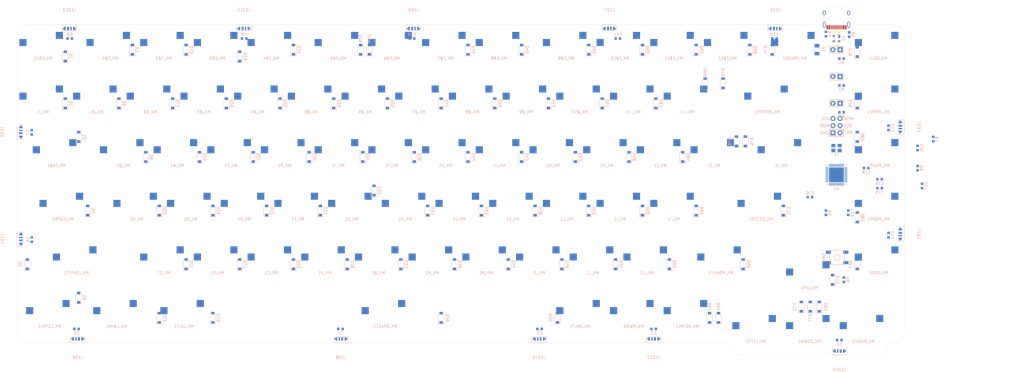
<source format=kicad_pcb>
(kicad_pcb (version 20171130) (host pcbnew "(5.1.6)-1")
  (layers (0 F.Cu signal) (31 B.Cu signal) (34 B.Paste user) (35 F.Paste user) (36 B.SilkS user) (37 F.SilkS user) (38 B.Mask user) (39 F.Mask user) (44 Edge.Cuts user))
  (net 0 "")
  (net 1 GND)
  (net 2 +5V)
  (net 3 "Net-(D1-Pad2)")
  (net 4 ROW0)
  (net 5 "Net-(D2-Pad2)")
  (net 6 ROW1)
  (net 7 "Net-(D3-Pad2)")
  (net 8 ROW2)
  (net 9 "Net-(D4-Pad2)")
  (net 10 ROW3)
  (net 11 "Net-(D5-Pad2)")
  (net 12 ROW4)
  (net 13 "Net-(D6-Pad2)")
  (net 14 ROW5)
  (net 15 "Net-(D7-Pad2)")
  (net 16 "Net-(D8-Pad2)")
  (net 17 "Net-(D9-Pad2)")
  (net 18 "Net-(D10-Pad2)")
  (net 19 "Net-(D11-Pad2)")
  (net 20 "Net-(D12-Pad2)")
  (net 21 "Net-(D13-Pad2)")
  (net 22 "Net-(D14-Pad2)")
  (net 23 "Net-(D15-Pad2)")
  (net 24 "Net-(D16-Pad2)")
  (net 25 "Net-(D17-Pad2)")
  (net 26 "Net-(D18-Pad2)")
  (net 27 "Net-(D19-Pad2)")
  (net 28 "Net-(D20-Pad2)")
  (net 29 "Net-(D21-Pad2)")
  (net 30 "Net-(D22-Pad2)")
  (net 31 "Net-(D23-Pad2)")
  (net 32 "Net-(D24-Pad2)")
  (net 33 "Net-(D25-Pad2)")
  (net 34 "Net-(D26-Pad2)")
  (net 35 "Net-(D27-Pad2)")
  (net 36 "Net-(D28-Pad2)")
  (net 37 "Net-(D29-Pad2)")
  (net 38 "Net-(D30-Pad2)")
  (net 39 "Net-(D31-Pad2)")
  (net 40 "Net-(D32-Pad2)")
  (net 41 "Net-(D33-Pad2)")
  (net 42 "Net-(D34-Pad2)")
  (net 43 "Net-(D35-Pad2)")
  (net 44 "Net-(D36-Pad2)")
  (net 45 "Net-(D37-Pad2)")
  (net 46 "Net-(D38-Pad2)")
  (net 47 "Net-(D39-Pad2)")
  (net 48 "Net-(D40-Pad2)")
  (net 49 "Net-(D41-Pad2)")
  (net 50 "Net-(D42-Pad2)")
  (net 51 "Net-(D43-Pad2)")
  (net 52 "Net-(D44-Pad2)")
  (net 53 "Net-(D45-Pad2)")
  (net 54 "Net-(D46-Pad2)")
  (net 55 "Net-(D47-Pad2)")
  (net 56 "Net-(D48-Pad2)")
  (net 57 "Net-(D49-Pad2)")
  (net 58 "Net-(D50-Pad2)")
  (net 59 "Net-(D51-Pad2)")
  (net 60 "Net-(D52-Pad2)")
  (net 61 "Net-(D53-Pad2)")
  (net 62 "Net-(D54-Pad2)")
  (net 63 "Net-(D55-Pad2)")
  (net 64 "Net-(D56-Pad2)")
  (net 65 "Net-(D57-Pad2)")
  (net 66 "Net-(D58-Pad2)")
  (net 67 "Net-(D59-Pad2)")
  (net 68 "Net-(D60-Pad2)")
  (net 69 "Net-(D61-Pad2)")
  (net 70 "Net-(D62-Pad2)")
  (net 71 "Net-(D63-Pad2)")
  (net 72 "Net-(D64-Pad2)")
  (net 73 "Net-(D65-Pad2)")
  (net 74 "Net-(D66-Pad2)")
  (net 75 "Net-(D67-Pad2)")
  (net 76 "Net-(D68-Pad2)")
  (net 77 "Net-(D69-Pad2)")
  (net 78 "Net-(D70-Pad2)")
  (net 79 "Net-(D71-Pad2)")
  (net 80 "Net-(D72-Pad2)")
  (net 81 "Net-(D73-Pad2)")
  (net 82 "Net-(D74-Pad2)")
  (net 83 "Net-(D75-Pad2)")
  (net 84 "Net-(D76-Pad2)")
  (net 85 "Net-(D77-Pad2)")
  (net 86 "Net-(D78-Pad2)")
  (net 87 "Net-(D79-Pad2)")
  (net 88 "Net-(D80-Pad2)")
  (net 89 "Net-(D81-Pad2)")
  (net 90 "Net-(D82-Pad2)")
  (net 91 "Net-(D83-Pad2)")
  (net 92 "Net-(D84-Pad2)")
  (net 93 "Net-(D85-Pad2)")
  (net 94 "Net-(D86-Pad2)")
  (net 95 VCC)
  (net 96 RESET)
  (net 97 COL1)
  (net 98 COL2)
  (net 99 COL3)
  (net 100 COL4)
  (net 101 COL5)
  (net 102 COL6)
  (net 103 COL7)
  (net 104 COL0)
  (net 105 LEDIND1)
  (net 106 LEDIND2)
  (net 107 LEDIND3)
  (net 108 "Net-(R7-Pad2)")
  (net 109 "Net-(R8-Pad2)")
  (net 110 D-)
  (net 111 "Net-(R9-Pad2)")
  (net 112 D+)
  (net 113 "Net-(USB1-Pad3)")
  (net 114 ROW7)
  (net 115 ROW6)
  (net 116 "Net-(R4-Pad2)")
  (net 117 ROW8)
  (net 118 ROW11)
  (net 119 ROW9)
  (net 120 ROW10)
  (net 121 RGBLED)
  (net 122 "Net-(USB1-Pad9)")
  (net 123 LEDMOS)
  (net 124 "Net-(LED1-Pad3)")
  (net 125 "Net-(LED2-Pad3)")
  (net 126 "Net-(LED3-Pad3)")
  (net 127 "Net-(LED4-Pad3)")
  (net 128 "Net-(LED5-Pad3)")
  (net 129 "Net-(LED6-Pad3)")
  (net 130 "Net-(LED7-Pad3)")
  (net 131 "Net-(LED10-Pad1)")
  (net 132 "Net-(LED10-Pad3)")
  (net 133 "Net-(LED11-Pad3)")
  (net 134 "Net-(LED12-Pad3)")
  (net 135 "Net-(LED13-Pad3)")
  (net 136 "Net-(LED14-Pad3)")
  (net 137 "Net-(C15-Pad1)")
  (net 138 "Net-(C16-Pad1)")
  (net 139 "Net-(C21-Pad1)")
  (net 140 "Net-(LED11-Pad1)")
  (net 141 "Net-(R5-Pad2)")
  (net 142 "Net-(U2-Pad42)")
  (module MX_Only:MXOnly-1U-Hotswap (layer F.Cu) (at 1.5875 124.61875)
    (fp_text reference MX_Z1)
    (fp_text value MX-LED)
    (fp_text user %R (at 0 3.048) (layer B.SilkS) (effects (justify mirror)))
    (pad 2 smd rect (at 5.842 -5.08) (size 2.55 2.5) (layers B.Cu B.Paste B.Mask) (net 19 "Net-(D11-Pad2)"))
    (pad 1 smd rect (at -7.085 -2.54) (size 2.55 2.5) (layers B.Cu B.Paste B.Mask) (net 104 COL0))
    (pad "" np_thru_hole circle (at 5.08 0 48.0996) (size 1.75 1.75) (drill 1.75) (layers *.Cu *.Mask))
    (pad "" np_thru_hole circle (at -5.08 0 48.0996) (size 1.75 1.75) (drill 1.75) (layers *.Cu *.Mask))
    (pad "" np_thru_hole circle (at -3.81 -2.54) (size 3 3) (drill 3) (layers *.Cu *.Mask))
    (pad "" np_thru_hole circle (at 0 0) (size 3.9878 3.9878) (drill 3.9878) (layers *.Cu *.Mask))
    (pad "" np_thru_hole circle (at 2.54 -5.08) (size 3 3) (drill 3) (layers *.Cu *.Mask))
  )
  (module MX_Only:MXOnly-1U-Hotswap (layer F.Cu) (at 82.55 86.51875)
    (fp_text reference MX_Y1)
    (fp_text value MX-LED)
    (fp_text user %R (at 0 3.048) (layer B.SilkS) (effects (justify mirror)))
    (pad 2 smd rect (at 5.842 -5.08) (size 2.55 2.5) (layers B.Cu B.Paste B.Mask) (net 44 "Net-(D36-Pad2)"))
    (pad 1 smd rect (at -7.085 -2.54) (size 2.55 2.5) (layers B.Cu B.Paste B.Mask) (net 99 COL3))
    (pad "" np_thru_hole circle (at 5.08 0 48.0996) (size 1.75 1.75) (drill 1.75) (layers *.Cu *.Mask))
    (pad "" np_thru_hole circle (at -5.08 0 48.0996) (size 1.75 1.75) (drill 1.75) (layers *.Cu *.Mask))
    (pad "" np_thru_hole circle (at -3.81 -2.54) (size 3 3) (drill 3) (layers *.Cu *.Mask))
    (pad "" np_thru_hole circle (at 0 0) (size 3.9878 3.9878) (drill 3.9878) (layers *.Cu *.Mask))
    (pad "" np_thru_hole circle (at 2.54 -5.08) (size 3 3) (drill 3) (layers *.Cu *.Mask))
  )
  (module MX_Only:MXOnly-1U-Hotswap (layer F.Cu) (at 20.6375 124.61875)
    (fp_text reference MX_X1)
    (fp_text value MX-LED)
    (fp_text user %R (at 0 3.048) (layer B.SilkS) (effects (justify mirror)))
    (pad 2 smd rect (at 5.842 -5.08) (size 2.55 2.5) (layers B.Cu B.Paste B.Mask) (net 25 "Net-(D17-Pad2)"))
    (pad 1 smd rect (at -7.085 -2.54) (size 2.55 2.5) (layers B.Cu B.Paste B.Mask) (net 97 COL1))
    (pad "" np_thru_hole circle (at 5.08 0 48.0996) (size 1.75 1.75) (drill 1.75) (layers *.Cu *.Mask))
    (pad "" np_thru_hole circle (at -5.08 0 48.0996) (size 1.75 1.75) (drill 1.75) (layers *.Cu *.Mask))
    (pad "" np_thru_hole circle (at -3.81 -2.54) (size 3 3) (drill 3) (layers *.Cu *.Mask))
    (pad "" np_thru_hole circle (at 0 0) (size 3.9878 3.9878) (drill 3.9878) (layers *.Cu *.Mask))
    (pad "" np_thru_hole circle (at 2.54 -5.08) (size 3 3) (drill 3) (layers *.Cu *.Mask))
  )
  (module MX_Only:MXOnly-1U-Hotswap (layer F.Cu) (at 6.35 86.51875)
    (fp_text reference MX_W1)
    (fp_text value MX-LED)
    (fp_text user %R (at 0 3.048) (layer B.SilkS) (effects (justify mirror)))
    (pad 2 smd rect (at 5.842 -5.08) (size 2.55 2.5) (layers B.Cu B.Paste B.Mask) (net 23 "Net-(D15-Pad2)"))
    (pad 1 smd rect (at -7.085 -2.54) (size 2.55 2.5) (layers B.Cu B.Paste B.Mask) (net 97 COL1))
    (pad "" np_thru_hole circle (at 5.08 0 48.0996) (size 1.75 1.75) (drill 1.75) (layers *.Cu *.Mask))
    (pad "" np_thru_hole circle (at -5.08 0 48.0996) (size 1.75 1.75) (drill 1.75) (layers *.Cu *.Mask))
    (pad "" np_thru_hole circle (at -3.81 -2.54) (size 3 3) (drill 3) (layers *.Cu *.Mask))
    (pad "" np_thru_hole circle (at 0 0) (size 3.9878 3.9878) (drill 3.9878) (layers *.Cu *.Mask))
    (pad "" np_thru_hole circle (at 2.54 -5.08) (size 3 3) (drill 3) (layers *.Cu *.Mask))
  )
  (module MX_Only:MXOnly-1U-Hotswap (layer F.Cu) (at 58.7375 124.61875)
    (fp_text reference MX_V1)
    (fp_text value MX-LED)
    (fp_text user %R (at 0 3.048) (layer B.SilkS) (effects (justify mirror)))
    (pad 2 smd rect (at 5.842 -5.08) (size 2.55 2.5) (layers B.Cu B.Paste B.Mask) (net 36 "Net-(D28-Pad2)"))
    (pad 1 smd rect (at -7.085 -2.54) (size 2.55 2.5) (layers B.Cu B.Paste B.Mask) (net 98 COL2))
    (pad "" np_thru_hole circle (at 5.08 0 48.0996) (size 1.75 1.75) (drill 1.75) (layers *.Cu *.Mask))
    (pad "" np_thru_hole circle (at -5.08 0 48.0996) (size 1.75 1.75) (drill 1.75) (layers *.Cu *.Mask))
    (pad "" np_thru_hole circle (at -3.81 -2.54) (size 3 3) (drill 3) (layers *.Cu *.Mask))
    (pad "" np_thru_hole circle (at 0 0) (size 3.9878 3.9878) (drill 3.9878) (layers *.Cu *.Mask))
    (pad "" np_thru_hole circle (at 2.54 -5.08) (size 3 3) (drill 3) (layers *.Cu *.Mask))
  )
  (module MX_Only:MXOnly-1U-Hotswap (layer F.Cu) (at 230.736666 129.948804)
    (fp_text reference MX_UP1)
    (fp_text value MX-LED)
    (fp_text user %R (at 0 3.048) (layer B.SilkS) (effects (justify mirror)))
    (pad 2 smd rect (at 5.842 -5.08) (size 2.55 2.5) (layers B.Cu B.Paste B.Mask) (net 80 "Net-(D72-Pad2)"))
    (pad 1 smd rect (at -7.085 -2.54) (size 2.55 2.5) (layers B.Cu B.Paste B.Mask) (net 102 COL6))
    (pad "" np_thru_hole circle (at 5.08 0 48.0996) (size 1.75 1.75) (drill 1.75) (layers *.Cu *.Mask))
    (pad "" np_thru_hole circle (at -5.08 0 48.0996) (size 1.75 1.75) (drill 1.75) (layers *.Cu *.Mask))
    (pad "" np_thru_hole circle (at -3.81 -2.54) (size 3 3) (drill 3) (layers *.Cu *.Mask))
    (pad "" np_thru_hole circle (at 0 0) (size 3.9878 3.9878) (drill 3.9878) (layers *.Cu *.Mask))
    (pad "" np_thru_hole circle (at 2.54 -5.08) (size 3 3) (drill 3) (layers *.Cu *.Mask))
  )
  (module MX_Only:MXOnly-1U-Hotswap (layer F.Cu) (at 101.6 86.51875)
    (fp_text reference MX_U1)
    (fp_text value MX-LED)
    (fp_text user %R (at 0 3.048) (layer B.SilkS) (effects (justify mirror)))
    (pad 2 smd rect (at 5.842 -5.08) (size 2.55 2.5) (layers B.Cu B.Paste B.Mask) (net 50 "Net-(D42-Pad2)"))
    (pad 1 smd rect (at -7.085 -2.54) (size 2.55 2.5) (layers B.Cu B.Paste B.Mask) (net 99 COL3))
    (pad "" np_thru_hole circle (at 5.08 0 48.0996) (size 1.75 1.75) (drill 1.75) (layers *.Cu *.Mask))
    (pad "" np_thru_hole circle (at -5.08 0 48.0996) (size 1.75 1.75) (drill 1.75) (layers *.Cu *.Mask))
    (pad "" np_thru_hole circle (at -3.81 -2.54) (size 3 3) (drill 3) (layers *.Cu *.Mask))
    (pad "" np_thru_hole circle (at 0 0) (size 3.9878 3.9878) (drill 3.9878) (layers *.Cu *.Mask))
    (pad "" np_thru_hole circle (at 2.54 -5.08) (size 3 3) (drill 3) (layers *.Cu *.Mask))
  )
  (module MX_Only:MXOnly-1.5U-Hotswap (layer F.Cu) (at -36.5125 86.51875)
    (fp_text reference MX_TAB1)
    (fp_text value MX-LED)
    (fp_text user %R (at 0 3.048) (layer B.SilkS) (effects (justify mirror)))
    (pad 2 smd rect (at 5.842 -5.08) (size 2.55 2.5) (layers B.Cu B.Paste B.Mask) (net 7 "Net-(D3-Pad2)"))
    (pad 1 smd rect (at -7.085 -2.54) (size 2.55 2.5) (layers B.Cu B.Paste B.Mask) (net 104 COL0))
    (pad "" np_thru_hole circle (at 5.08 0 48.0996) (size 1.75 1.75) (drill 1.75) (layers *.Cu *.Mask))
    (pad "" np_thru_hole circle (at -5.08 0 48.0996) (size 1.75 1.75) (drill 1.75) (layers *.Cu *.Mask))
    (pad "" np_thru_hole circle (at -3.81 -2.54) (size 3 3) (drill 3) (layers *.Cu *.Mask))
    (pad "" np_thru_hole circle (at 0 0) (size 3.9878 3.9878) (drill 3.9878) (layers *.Cu *.Mask))
    (pad "" np_thru_hole circle (at 2.54 -5.08) (size 3 3) (drill 3) (layers *.Cu *.Mask))
  )
  (module MX_Only:MXOnly-1U-Hotswap (layer F.Cu) (at 63.5 86.51875)
    (fp_text reference MX_T1)
    (fp_text value MX-LED)
    (fp_text user %R (at 0 3.048) (layer B.SilkS) (effects (justify mirror)))
    (pad 2 smd rect (at 5.842 -5.08) (size 2.55 2.5) (layers B.Cu B.Paste B.Mask) (net 39 "Net-(D31-Pad2)"))
    (pad 1 smd rect (at -7.085 -2.54) (size 2.55 2.5) (layers B.Cu B.Paste B.Mask) (net 98 COL2))
    (pad "" np_thru_hole circle (at 5.08 0 48.0996) (size 1.75 1.75) (drill 1.75) (layers *.Cu *.Mask))
    (pad "" np_thru_hole circle (at -5.08 0 48.0996) (size 1.75 1.75) (drill 1.75) (layers *.Cu *.Mask))
    (pad "" np_thru_hole circle (at -3.81 -2.54) (size 3 3) (drill 3) (layers *.Cu *.Mask))
    (pad "" np_thru_hole circle (at 0 0) (size 3.9878 3.9878) (drill 3.9878) (layers *.Cu *.Mask))
    (pad "" np_thru_hole circle (at 2.54 -5.08) (size 3 3) (drill 3) (layers *.Cu *.Mask))
  )
  (module MX_Only:MXOnly-6.25U-Hotswap-ReversedStabilizers (layer F.Cu) (at 80.16875 143.66875)
    (fp_text reference MX_SPACE1)
    (fp_text value MX-LED)
    (fp_text user %R (at 0 3.048) (layer B.SilkS) (effects (justify mirror)))
    (pad "" np_thru_hole circle (at -49.9999 -8.255) (size 3.9878 3.9878) (drill 3.9878) (layers *.Cu *.Mask))
    (pad "" np_thru_hole circle (at 49.9999 -8.255) (size 3.9878 3.9878) (drill 3.9878) (layers *.Cu *.Mask))
    (pad "" np_thru_hole circle (at -49.9999 6.985) (size 3.048 3.048) (drill 3.048) (layers *.Cu *.Mask))
    (pad "" np_thru_hole circle (at 49.9999 6.985) (size 3.048 3.048) (drill 3.048) (layers *.Cu *.Mask))
    (pad 2 smd rect (at 5.842 -5.08) (size 2.55 2.5) (layers B.Cu B.Paste B.Mask) (net 47 "Net-(D39-Pad2)"))
    (pad 1 smd rect (at -7.085 -2.54) (size 2.55 2.5) (layers B.Cu B.Paste B.Mask) (net 99 COL3))
    (pad "" np_thru_hole circle (at 5.08 0 48.0996) (size 1.75 1.75) (drill 1.75) (layers *.Cu *.Mask))
    (pad "" np_thru_hole circle (at -5.08 0 48.0996) (size 1.75 1.75) (drill 1.75) (layers *.Cu *.Mask))
    (pad "" np_thru_hole circle (at -3.81 -2.54) (size 3 3) (drill 3) (layers *.Cu *.Mask))
    (pad "" np_thru_hole circle (at 0 0) (size 3.9878 3.9878) (drill 3.9878) (layers *.Cu *.Mask))
    (pad "" np_thru_hole circle (at 2.54 -5.08) (size 3 3) (drill 3) (layers *.Cu *.Mask))
  )
  (module MX_Only:MXOnly-1U-Hotswap (layer F.Cu) (at 11.1125 105.56875)
    (fp_text reference MX_S1)
    (fp_text value MX-LED)
    (fp_text user %R (at 0 3.048) (layer B.SilkS) (effects (justify mirror)))
    (pad 2 smd rect (at 5.842 -5.08) (size 2.55 2.5) (layers B.Cu B.Paste B.Mask) (net 24 "Net-(D16-Pad2)"))
    (pad 1 smd rect (at -7.085 -2.54) (size 2.55 2.5) (layers B.Cu B.Paste B.Mask) (net 97 COL1))
    (pad "" np_thru_hole circle (at 5.08 0 48.0996) (size 1.75 1.75) (drill 1.75) (layers *.Cu *.Mask))
    (pad "" np_thru_hole circle (at -5.08 0 48.0996) (size 1.75 1.75) (drill 1.75) (layers *.Cu *.Mask))
    (pad "" np_thru_hole circle (at -3.81 -2.54) (size 3 3) (drill 3) (layers *.Cu *.Mask))
    (pad "" np_thru_hole circle (at 0 0) (size 3.9878 3.9878) (drill 3.9878) (layers *.Cu *.Mask))
    (pad "" np_thru_hole circle (at 2.54 -5.08) (size 3 3) (drill 3) (layers *.Cu *.Mask))
  )
  (module MX_Only:MXOnly-1U-Hotswap (layer F.Cu) (at 168.275 143.66875)
    (fp_text reference MX_RWIN1)
    (fp_text value MX-LED)
    (fp_text user %R (at 0 3.048) (layer B.SilkS) (effects (justify mirror)))
    (pad 2 smd rect (at 5.842 -5.08) (size 2.55 2.5) (layers B.Cu B.Paste B.Mask) (net 69 "Net-(D61-Pad2)"))
    (pad 1 smd rect (at -7.085 -2.54) (size 2.55 2.5) (layers B.Cu B.Paste B.Mask) (net 101 COL5))
    (pad "" np_thru_hole circle (at 5.08 0 48.0996) (size 1.75 1.75) (drill 1.75) (layers *.Cu *.Mask))
    (pad "" np_thru_hole circle (at -5.08 0 48.0996) (size 1.75 1.75) (drill 1.75) (layers *.Cu *.Mask))
    (pad "" np_thru_hole circle (at -3.81 -2.54) (size 3 3) (drill 3) (layers *.Cu *.Mask))
    (pad "" np_thru_hole circle (at 0 0) (size 3.9878 3.9878) (drill 3.9878) (layers *.Cu *.Mask))
    (pad "" np_thru_hole circle (at 2.54 -5.08) (size 3 3) (drill 3) (layers *.Cu *.Mask))
  )
  (module MX_Only:MXOnly-1.75U-Hotswap (layer F.Cu) (at 199.23125 124.61875)
    (fp_text reference MX_RSHIFT1)
    (fp_text value MX-LED)
    (fp_text user %R (at 0 3.048) (layer B.SilkS) (effects (justify mirror)))
    (pad 2 smd rect (at 5.842 -5.08) (size 2.55 2.5) (layers B.Cu B.Paste B.Mask) (net 74 "Net-(D66-Pad2)"))
    (pad 1 smd rect (at -7.085 -2.54) (size 2.55 2.5) (layers B.Cu B.Paste B.Mask) (net 101 COL5))
    (pad "" np_thru_hole circle (at 5.08 0 48.0996) (size 1.75 1.75) (drill 1.75) (layers *.Cu *.Mask))
    (pad "" np_thru_hole circle (at -5.08 0 48.0996) (size 1.75 1.75) (drill 1.75) (layers *.Cu *.Mask))
    (pad "" np_thru_hole circle (at -3.81 -2.54) (size 3 3) (drill 3) (layers *.Cu *.Mask))
    (pad "" np_thru_hole circle (at 0 0) (size 3.9878 3.9878) (drill 3.9878) (layers *.Cu *.Mask))
    (pad "" np_thru_hole circle (at 2.54 -5.08) (size 3 3) (drill 3) (layers *.Cu *.Mask))
  )
  (module MX_Only:MXOnly-1U-Hotswap (layer F.Cu) (at 249.790362 149.0025)
    (fp_text reference MX_RIGHT1)
    (fp_text value MX-LED)
    (fp_text user %R (at 0 3.048) (layer B.SilkS) (effects (justify mirror)))
    (pad 2 smd rect (at 5.842 -5.08) (size 2.55 2.5) (layers B.Cu B.Paste B.Mask) (net 91 "Net-(D83-Pad2)"))
    (pad 1 smd rect (at -7.085 -2.54) (size 2.55 2.5) (layers B.Cu B.Paste B.Mask) (net 103 COL7))
    (pad "" np_thru_hole circle (at 5.08 0 48.0996) (size 1.75 1.75) (drill 1.75) (layers *.Cu *.Mask))
    (pad "" np_thru_hole circle (at -5.08 0 48.0996) (size 1.75 1.75) (drill 1.75) (layers *.Cu *.Mask))
    (pad "" np_thru_hole circle (at -3.81 -2.54) (size 3 3) (drill 3) (layers *.Cu *.Mask))
    (pad "" np_thru_hole circle (at 0 0) (size 3.9878 3.9878) (drill 3.9878) (layers *.Cu *.Mask))
    (pad "" np_thru_hole circle (at 2.54 -5.08) (size 3 3) (drill 3) (layers *.Cu *.Mask))
  )
  (module MX_Only:MXOnly-1U-Hotswap (layer F.Cu) (at 187.325 143.66875)
    (fp_text reference MX_RCTRL1)
    (fp_text value MX-LED)
    (fp_text user %R (at 0 3.048) (layer B.SilkS) (effects (justify mirror)))
    (pad 2 smd rect (at 5.842 -5.08) (size 2.55 2.5) (layers B.Cu B.Paste B.Mask) (net 75 "Net-(D67-Pad2)"))
    (pad 1 smd rect (at -7.085 -2.54) (size 2.55 2.5) (layers B.Cu B.Paste B.Mask) (net 101 COL5))
    (pad "" np_thru_hole circle (at 5.08 0 48.0996) (size 1.75 1.75) (drill 1.75) (layers *.Cu *.Mask))
    (pad "" np_thru_hole circle (at -5.08 0 48.0996) (size 1.75 1.75) (drill 1.75) (layers *.Cu *.Mask))
    (pad "" np_thru_hole circle (at -3.81 -2.54) (size 3 3) (drill 3) (layers *.Cu *.Mask))
    (pad "" np_thru_hole circle (at 0 0) (size 3.9878 3.9878) (drill 3.9878) (layers *.Cu *.Mask))
    (pad "" np_thru_hole circle (at 2.54 -5.08) (size 3 3) (drill 3) (layers *.Cu *.Mask))
  )
  (module MX_Only:MXOnly-1U-Hotswap (layer F.Cu) (at 149.225 143.66875)
    (fp_text reference MX_RALT1)
    (fp_text value MX-LED)
    (fp_text user %R (at 0 3.048) (layer B.SilkS) (effects (justify mirror)))
    (pad 2 smd rect (at 5.842 -5.08) (size 2.55 2.5) (layers B.Cu B.Paste B.Mask) (net 63 "Net-(D55-Pad2)"))
    (pad 1 smd rect (at -7.085 -2.54) (size 2.55 2.5) (layers B.Cu B.Paste B.Mask) (net 100 COL4))
    (pad "" np_thru_hole circle (at 5.08 0 48.0996) (size 1.75 1.75) (drill 1.75) (layers *.Cu *.Mask))
    (pad "" np_thru_hole circle (at -5.08 0 48.0996) (size 1.75 1.75) (drill 1.75) (layers *.Cu *.Mask))
    (pad "" np_thru_hole circle (at -3.81 -2.54) (size 3 3) (drill 3) (layers *.Cu *.Mask))
    (pad "" np_thru_hole circle (at 0 0) (size 3.9878 3.9878) (drill 3.9878) (layers *.Cu *.Mask))
    (pad "" np_thru_hole circle (at 2.54 -5.08) (size 3 3) (drill 3) (layers *.Cu *.Mask))
  )
  (module MX_Only:MXOnly-1U-Hotswap (layer F.Cu) (at 44.45 86.51875)
    (fp_text reference MX_R1)
    (fp_text value MX-LED)
    (fp_text user %R (at 0 3.048) (layer B.SilkS) (effects (justify mirror)))
    (pad 2 smd rect (at 5.842 -5.08) (size 2.55 2.5) (layers B.Cu B.Paste B.Mask) (net 34 "Net-(D26-Pad2)"))
    (pad 1 smd rect (at -7.085 -2.54) (size 2.55 2.5) (layers B.Cu B.Paste B.Mask) (net 98 COL2))
    (pad "" np_thru_hole circle (at 5.08 0 48.0996) (size 1.75 1.75) (drill 1.75) (layers *.Cu *.Mask))
    (pad "" np_thru_hole circle (at -5.08 0 48.0996) (size 1.75 1.75) (drill 1.75) (layers *.Cu *.Mask))
    (pad "" np_thru_hole circle (at -3.81 -2.54) (size 3 3) (drill 3) (layers *.Cu *.Mask))
    (pad "" np_thru_hole circle (at 0 0) (size 3.9878 3.9878) (drill 3.9878) (layers *.Cu *.Mask))
    (pad "" np_thru_hole circle (at 2.54 -5.08) (size 3 3) (drill 3) (layers *.Cu *.Mask))
  )
  (module MX_Only:MXOnly-1U-Hotswap (layer F.Cu) (at -12.7 86.51875)
    (fp_text reference MX_Q1)
    (fp_text value MX-LED)
    (fp_text user %R (at 0 3.048) (layer B.SilkS) (effects (justify mirror)))
    (pad 2 smd rect (at 5.842 -5.08) (size 2.55 2.5) (layers B.Cu B.Paste B.Mask) (net 17 "Net-(D9-Pad2)"))
    (pad 1 smd rect (at -7.085 -2.54) (size 2.55 2.5) (layers B.Cu B.Paste B.Mask) (net 104 COL0))
    (pad "" np_thru_hole circle (at 5.08 0 48.0996) (size 1.75 1.75) (drill 1.75) (layers *.Cu *.Mask))
    (pad "" np_thru_hole circle (at -5.08 0 48.0996) (size 1.75 1.75) (drill 1.75) (layers *.Cu *.Mask))
    (pad "" np_thru_hole circle (at -3.81 -2.54) (size 3 3) (drill 3) (layers *.Cu *.Mask))
    (pad "" np_thru_hole circle (at 0 0) (size 3.9878 3.9878) (drill 3.9878) (layers *.Cu *.Mask))
    (pad "" np_thru_hole circle (at 2.54 -5.08) (size 3 3) (drill 3) (layers *.Cu *.Mask))
  )
  (module MX_Only:MXOnly-1U-Hotswap (layer F.Cu) (at 255.149214 86.51875)
    (fp_text reference MX_PGUP1)
    (fp_text value MX-LED)
    (fp_text user %R (at 0 3.048) (layer B.SilkS) (effects (justify mirror)))
    (pad 2 smd rect (at 5.842 -5.08) (size 2.55 2.5) (layers B.Cu B.Paste B.Mask) (net 88 "Net-(D80-Pad2)"))
    (pad 1 smd rect (at -7.085 -2.54) (size 2.55 2.5) (layers B.Cu B.Paste B.Mask) (net 103 COL7))
    (pad "" np_thru_hole circle (at 5.08 0 48.0996) (size 1.75 1.75) (drill 1.75) (layers *.Cu *.Mask))
    (pad "" np_thru_hole circle (at -5.08 0 48.0996) (size 1.75 1.75) (drill 1.75) (layers *.Cu *.Mask))
    (pad "" np_thru_hole circle (at -3.81 -2.54) (size 3 3) (drill 3) (layers *.Cu *.Mask))
    (pad "" np_thru_hole circle (at 0 0) (size 3.9878 3.9878) (drill 3.9878) (layers *.Cu *.Mask))
    (pad "" np_thru_hole circle (at 2.54 -5.08) (size 3 3) (drill 3) (layers *.Cu *.Mask))
  )
  (module MX_Only:MXOnly-1U-Hotswap (layer F.Cu) (at 255.149214 105.56875)
    (fp_text reference MX_PGDN1)
    (fp_text value MX-LED)
    (fp_text user %R (at 0 3.048) (layer B.SilkS) (effects (justify mirror)))
    (pad 2 smd rect (at 5.842 -5.08) (size 2.55 2.5) (layers B.Cu B.Paste B.Mask) (net 89 "Net-(D81-Pad2)"))
    (pad 1 smd rect (at -7.085 -2.54) (size 2.55 2.5) (layers B.Cu B.Paste B.Mask) (net 103 COL7))
    (pad "" np_thru_hole circle (at 5.08 0 48.0996) (size 1.75 1.75) (drill 1.75) (layers *.Cu *.Mask))
    (pad "" np_thru_hole circle (at -5.08 0 48.0996) (size 1.75 1.75) (drill 1.75) (layers *.Cu *.Mask))
    (pad "" np_thru_hole circle (at -3.81 -2.54) (size 3 3) (drill 3) (layers *.Cu *.Mask))
    (pad "" np_thru_hole circle (at 0 0) (size 3.9878 3.9878) (drill 3.9878) (layers *.Cu *.Mask))
    (pad "" np_thru_hole circle (at 2.54 -5.08) (size 3 3) (drill 3) (layers *.Cu *.Mask))
  )
  (module MX_Only:MXOnly-1U-Hotswap (layer F.Cu) (at 225.425 48.41875)
    (fp_text reference MX_PAUSE1)
    (fp_text value MX-LED)
    (fp_text user %R (at 0 3.048) (layer B.SilkS) (effects (justify mirror)))
    (pad 2 smd rect (at 5.842 -5.08) (size 2.55 2.5) (layers B.Cu B.Paste B.Mask) (net 82 "Net-(D74-Pad2)"))
    (pad 1 smd rect (at -7.085 -2.54) (size 2.55 2.5) (layers B.Cu B.Paste B.Mask) (net 102 COL6))
    (pad "" np_thru_hole circle (at 5.08 0 48.0996) (size 1.75 1.75) (drill 1.75) (layers *.Cu *.Mask))
    (pad "" np_thru_hole circle (at -5.08 0 48.0996) (size 1.75 1.75) (drill 1.75) (layers *.Cu *.Mask))
    (pad "" np_thru_hole circle (at -3.81 -2.54) (size 3 3) (drill 3) (layers *.Cu *.Mask))
    (pad "" np_thru_hole circle (at 0 0) (size 3.9878 3.9878) (drill 3.9878) (layers *.Cu *.Mask))
    (pad "" np_thru_hole circle (at 2.54 -5.08) (size 3 3) (drill 3) (layers *.Cu *.Mask))
  )
  (module MX_Only:MXOnly-1U-Hotswap (layer F.Cu) (at 158.75 86.51875)
    (fp_text reference MX_P1)
    (fp_text value MX-LED)
    (fp_text user %R (at 0 3.048) (layer B.SilkS) (effects (justify mirror)))
    (pad 2 smd rect (at 5.842 -5.08) (size 2.55 2.5) (layers B.Cu B.Paste B.Mask) (net 66 "Net-(D58-Pad2)"))
    (pad 1 smd rect (at -7.085 -2.54) (size 2.55 2.5) (layers B.Cu B.Paste B.Mask) (net 101 COL5))
    (pad "" np_thru_hole circle (at 5.08 0 48.0996) (size 1.75 1.75) (drill 1.75) (layers *.Cu *.Mask))
    (pad "" np_thru_hole circle (at -5.08 0 48.0996) (size 1.75 1.75) (drill 1.75) (layers *.Cu *.Mask))
    (pad "" np_thru_hole circle (at -3.81 -2.54) (size 3 3) (drill 3) (layers *.Cu *.Mask))
    (pad "" np_thru_hole circle (at 0 0) (size 3.9878 3.9878) (drill 3.9878) (layers *.Cu *.Mask))
    (pad "" np_thru_hole circle (at 2.54 -5.08) (size 3 3) (drill 3) (layers *.Cu *.Mask))
  )
  (module MX_Only:MXOnly-1U-Hotswap (layer F.Cu) (at 139.7 86.51875)
    (fp_text reference MX_O1)
    (fp_text value MX-LED)
    (fp_text user %R (at 0 3.048) (layer B.SilkS) (effects (justify mirror)))
    (pad 2 smd rect (at 5.842 -5.08) (size 2.55 2.5) (layers B.Cu B.Paste B.Mask) (net 60 "Net-(D52-Pad2)"))
    (pad 1 smd rect (at -7.085 -2.54) (size 2.55 2.5) (layers B.Cu B.Paste B.Mask) (net 100 COL4))
    (pad "" np_thru_hole circle (at 5.08 0 48.0996) (size 1.75 1.75) (drill 1.75) (layers *.Cu *.Mask))
    (pad "" np_thru_hole circle (at -5.08 0 48.0996) (size 1.75 1.75) (drill 1.75) (layers *.Cu *.Mask))
    (pad "" np_thru_hole circle (at -3.81 -2.54) (size 3 3) (drill 3) (layers *.Cu *.Mask))
    (pad "" np_thru_hole circle (at 0 0) (size 3.9878 3.9878) (drill 3.9878) (layers *.Cu *.Mask))
    (pad "" np_thru_hole circle (at 2.54 -5.08) (size 3 3) (drill 3) (layers *.Cu *.Mask))
  )
  (module MX_Only:MXOnly-1U-Hotswap (layer F.Cu) (at 96.8375 124.61875)
    (fp_text reference MX_N1)
    (fp_text value MX-LED)
    (fp_text user %R (at 0 3.048) (layer B.SilkS) (effects (justify mirror)))
    (pad 2 smd rect (at 5.842 -5.08) (size 2.55 2.5) (layers B.Cu B.Paste B.Mask) (net 46 "Net-(D38-Pad2)"))
    (pad 1 smd rect (at -7.085 -2.54) (size 2.55 2.5) (layers B.Cu B.Paste B.Mask) (net 99 COL3))
    (pad "" np_thru_hole circle (at 5.08 0 48.0996) (size 1.75 1.75) (drill 1.75) (layers *.Cu *.Mask))
    (pad "" np_thru_hole circle (at -5.08 0 48.0996) (size 1.75 1.75) (drill 1.75) (layers *.Cu *.Mask))
    (pad "" np_thru_hole circle (at -3.81 -2.54) (size 3 3) (drill 3) (layers *.Cu *.Mask))
    (pad "" np_thru_hole circle (at 0 0) (size 3.9878 3.9878) (drill 3.9878) (layers *.Cu *.Mask))
    (pad "" np_thru_hole circle (at 2.54 -5.08) (size 3 3) (drill 3) (layers *.Cu *.Mask))
  )
  (module MX_Only:MXOnly-1U-Hotswap (layer F.Cu) (at 115.8875 124.61875)
    (fp_text reference MX_M1)
    (fp_text value MX-LED)
    (fp_text user %R (at 0 3.048) (layer B.SilkS) (effects (justify mirror)))
    (pad 2 smd rect (at 5.842 -5.08) (size 2.55 2.5) (layers B.Cu B.Paste B.Mask) (net 52 "Net-(D44-Pad2)"))
    (pad 1 smd rect (at -7.085 -2.54) (size 2.55 2.5) (layers B.Cu B.Paste B.Mask) (net 99 COL3))
    (pad "" np_thru_hole circle (at 5.08 0 48.0996) (size 1.75 1.75) (drill 1.75) (layers *.Cu *.Mask))
    (pad "" np_thru_hole circle (at -5.08 0 48.0996) (size 1.75 1.75) (drill 1.75) (layers *.Cu *.Mask))
    (pad "" np_thru_hole circle (at -3.81 -2.54) (size 3 3) (drill 3) (layers *.Cu *.Mask))
    (pad "" np_thru_hole circle (at 0 0) (size 3.9878 3.9878) (drill 3.9878) (layers *.Cu *.Mask))
    (pad "" np_thru_hole circle (at 2.54 -5.08) (size 3 3) (drill 3) (layers *.Cu *.Mask))
  )
  (module MX_Only:MXOnly-1.25U-Hotswap (layer F.Cu) (at -15.08125 143.66875)
    (fp_text reference MX_LWIN1)
    (fp_text value MX-LED)
    (fp_text user %R (at 0 3.048) (layer B.SilkS) (effects (justify mirror)))
    (pad 2 smd rect (at 5.842 -5.08) (size 2.55 2.5) (layers B.Cu B.Paste B.Mask) (net 20 "Net-(D12-Pad2)"))
    (pad 1 smd rect (at -7.085 -2.54) (size 2.55 2.5) (layers B.Cu B.Paste B.Mask) (net 104 COL0))
    (pad "" np_thru_hole circle (at 5.08 0 48.0996) (size 1.75 1.75) (drill 1.75) (layers *.Cu *.Mask))
    (pad "" np_thru_hole circle (at -5.08 0 48.0996) (size 1.75 1.75) (drill 1.75) (layers *.Cu *.Mask))
    (pad "" np_thru_hole circle (at -3.81 -2.54) (size 3 3) (drill 3) (layers *.Cu *.Mask))
    (pad "" np_thru_hole circle (at 0 0) (size 3.9878 3.9878) (drill 3.9878) (layers *.Cu *.Mask))
    (pad "" np_thru_hole circle (at 2.54 -5.08) (size 3 3) (drill 3) (layers *.Cu *.Mask))
  )
  (module MX_Only:MXOnly-2.25U-Hotswap (layer F.Cu) (at -29.36875 124.61875)
    (fp_text reference MX_LSHIFT1)
    (fp_text value MX-LED)
    (fp_text user %R (at 0 3.048) (layer B.SilkS) (effects (justify mirror)))
    (pad "" np_thru_hole circle (at -11.938 8.255) (size 3.9878 3.9878) (drill 3.9878) (layers *.Cu *.Mask))
    (pad "" np_thru_hole circle (at 11.938 8.255) (size 3.9878 3.9878) (drill 3.9878) (layers *.Cu *.Mask))
    (pad "" np_thru_hole circle (at -11.938 -6.985) (size 3.048 3.048) (drill 3.048) (layers *.Cu *.Mask))
    (pad "" np_thru_hole circle (at 11.938 -6.985) (size 3.048 3.048) (drill 3.048) (layers *.Cu *.Mask))
    (pad 2 smd rect (at 5.842 -5.08) (size 2.55 2.5) (layers B.Cu B.Paste B.Mask) (net 11 "Net-(D5-Pad2)"))
    (pad 1 smd rect (at -7.085 -2.54) (size 2.55 2.5) (layers B.Cu B.Paste B.Mask) (net 104 COL0))
    (pad "" np_thru_hole circle (at 5.08 0 48.0996) (size 1.75 1.75) (drill 1.75) (layers *.Cu *.Mask))
    (pad "" np_thru_hole circle (at -5.08 0 48.0996) (size 1.75 1.75) (drill 1.75) (layers *.Cu *.Mask))
    (pad "" np_thru_hole circle (at -3.81 -2.54) (size 3 3) (drill 3) (layers *.Cu *.Mask))
    (pad "" np_thru_hole circle (at 0 0) (size 3.9878 3.9878) (drill 3.9878) (layers *.Cu *.Mask))
    (pad "" np_thru_hole circle (at 2.54 -5.08) (size 3 3) (drill 3) (layers *.Cu *.Mask))
  )
  (module MX_Only:MXOnly-1U-Hotswap (layer F.Cu) (at 211.68297 149.0025)
    (fp_text reference MX_LEFT1)
    (fp_text value MX-LED)
    (fp_text user %R (at 0 3.048) (layer B.SilkS) (effects (justify mirror)))
    (pad 2 smd rect (at 5.842 -5.08) (size 2.55 2.5) (layers B.Cu B.Paste B.Mask) (net 81 "Net-(D73-Pad2)"))
    (pad 1 smd rect (at -7.085 -2.54) (size 2.55 2.5) (layers B.Cu B.Paste B.Mask) (net 102 COL6))
    (pad "" np_thru_hole circle (at 5.08 0 48.0996) (size 1.75 1.75) (drill 1.75) (layers *.Cu *.Mask))
    (pad "" np_thru_hole circle (at -5.08 0 48.0996) (size 1.75 1.75) (drill 1.75) (layers *.Cu *.Mask))
    (pad "" np_thru_hole circle (at -3.81 -2.54) (size 3 3) (drill 3) (layers *.Cu *.Mask))
    (pad "" np_thru_hole circle (at 0 0) (size 3.9878 3.9878) (drill 3.9878) (layers *.Cu *.Mask))
    (pad "" np_thru_hole circle (at 2.54 -5.08) (size 3 3) (drill 3) (layers *.Cu *.Mask))
  )
  (module MX_Only:MXOnly-1.25U-Hotswap (layer F.Cu) (at -38.89375 143.66875)
    (fp_text reference MX_LCTRL1)
    (fp_text value MX-LED)
    (fp_text user %R (at 0 3.048) (layer B.SilkS) (effects (justify mirror)))
    (pad 2 smd rect (at 5.842 -5.08) (size 2.55 2.5) (layers B.Cu B.Paste B.Mask) (net 13 "Net-(D6-Pad2)"))
    (pad 1 smd rect (at -7.085 -2.54) (size 2.55 2.5) (layers B.Cu B.Paste B.Mask) (net 104 COL0))
    (pad "" np_thru_hole circle (at 5.08 0 48.0996) (size 1.75 1.75) (drill 1.75) (layers *.Cu *.Mask))
    (pad "" np_thru_hole circle (at -5.08 0 48.0996) (size 1.75 1.75) (drill 1.75) (layers *.Cu *.Mask))
    (pad "" np_thru_hole circle (at -3.81 -2.54) (size 3 3) (drill 3) (layers *.Cu *.Mask))
    (pad "" np_thru_hole circle (at 0 0) (size 3.9878 3.9878) (drill 3.9878) (layers *.Cu *.Mask))
    (pad "" np_thru_hole circle (at 2.54 -5.08) (size 3 3) (drill 3) (layers *.Cu *.Mask))
  )
  (module MX_Only:MXOnly-1.25U-Hotswap (layer F.Cu) (at 8.73125 143.66875)
    (fp_text reference MX_LALT1)
    (fp_text value MX-LED)
    (fp_text user %R (at 0 3.048) (layer B.SilkS) (effects (justify mirror)))
    (pad 2 smd rect (at 5.842 -5.08) (size 2.55 2.5) (layers B.Cu B.Paste B.Mask) (net 26 "Net-(D18-Pad2)"))
    (pad 1 smd rect (at -7.085 -2.54) (size 2.55 2.5) (layers B.Cu B.Paste B.Mask) (net 97 COL1))
    (pad "" np_thru_hole circle (at 5.08 0 48.0996) (size 1.75 1.75) (drill 1.75) (layers *.Cu *.Mask))
    (pad "" np_thru_hole circle (at -5.08 0 48.0996) (size 1.75 1.75) (drill 1.75) (layers *.Cu *.Mask))
    (pad "" np_thru_hole circle (at -3.81 -2.54) (size 3 3) (drill 3) (layers *.Cu *.Mask))
    (pad "" np_thru_hole circle (at 0 0) (size 3.9878 3.9878) (drill 3.9878) (layers *.Cu *.Mask))
    (pad "" np_thru_hole circle (at 2.54 -5.08) (size 3 3) (drill 3) (layers *.Cu *.Mask))
  )
  (module MX_Only:MXOnly-1U-Hotswap (layer F.Cu) (at 144.4625 105.56875)
    (fp_text reference MX_L1)
    (fp_text value MX-LED)
    (fp_text user %R (at 0 3.048) (layer B.SilkS) (effects (justify mirror)))
    (pad 2 smd rect (at 5.842 -5.08) (size 2.55 2.5) (layers B.Cu B.Paste B.Mask) (net 61 "Net-(D53-Pad2)"))
    (pad 1 smd rect (at -7.085 -2.54) (size 2.55 2.5) (layers B.Cu B.Paste B.Mask) (net 100 COL4))
    (pad "" np_thru_hole circle (at 5.08 0 48.0996) (size 1.75 1.75) (drill 1.75) (layers *.Cu *.Mask))
    (pad "" np_thru_hole circle (at -5.08 0 48.0996) (size 1.75 1.75) (drill 1.75) (layers *.Cu *.Mask))
    (pad "" np_thru_hole circle (at -3.81 -2.54) (size 3 3) (drill 3) (layers *.Cu *.Mask))
    (pad "" np_thru_hole circle (at 0 0) (size 3.9878 3.9878) (drill 3.9878) (layers *.Cu *.Mask))
    (pad "" np_thru_hole circle (at 2.54 -5.08) (size 3 3) (drill 3) (layers *.Cu *.Mask))
  )
  (module MX_Only:MXOnly-1U-Hotswap (layer F.Cu) (at 125.4125 105.56875)
    (fp_text reference MX_K1)
    (fp_text value MX-LED)
    (fp_text user %R (at 0 3.048) (layer B.SilkS) (effects (justify mirror)))
    (pad 2 smd rect (at 5.842 -5.08) (size 2.55 2.5) (layers B.Cu B.Paste B.Mask) (net 56 "Net-(D48-Pad2)"))
    (pad 1 smd rect (at -7.085 -2.54) (size 2.55 2.5) (layers B.Cu B.Paste B.Mask) (net 100 COL4))
    (pad "" np_thru_hole circle (at 5.08 0 48.0996) (size 1.75 1.75) (drill 1.75) (layers *.Cu *.Mask))
    (pad "" np_thru_hole circle (at -5.08 0 48.0996) (size 1.75 1.75) (drill 1.75) (layers *.Cu *.Mask))
    (pad "" np_thru_hole circle (at -3.81 -2.54) (size 3 3) (drill 3) (layers *.Cu *.Mask))
    (pad "" np_thru_hole circle (at 0 0) (size 3.9878 3.9878) (drill 3.9878) (layers *.Cu *.Mask))
    (pad "" np_thru_hole circle (at 2.54 -5.08) (size 3 3) (drill 3) (layers *.Cu *.Mask))
  )
  (module MX_Only:MXOnly-1U-Hotswap (layer F.Cu) (at 106.3625 105.56875)
    (fp_text reference MX_J1)
    (fp_text value MX-LED)
    (fp_text user %R (at 0 3.048) (layer B.SilkS) (effects (justify mirror)))
    (pad 2 smd rect (at 5.842 -5.08) (size 2.55 2.5) (layers B.Cu B.Paste B.Mask) (net 51 "Net-(D43-Pad2)"))
    (pad 1 smd rect (at -7.085 -2.54) (size 2.55 2.5) (layers B.Cu B.Paste B.Mask) (net 99 COL3))
    (pad "" np_thru_hole circle (at 5.08 0 48.0996) (size 1.75 1.75) (drill 1.75) (layers *.Cu *.Mask))
    (pad "" np_thru_hole circle (at -5.08 0 48.0996) (size 1.75 1.75) (drill 1.75) (layers *.Cu *.Mask))
    (pad "" np_thru_hole circle (at -3.81 -2.54) (size 3 3) (drill 3) (layers *.Cu *.Mask))
    (pad "" np_thru_hole circle (at 0 0) (size 3.9878 3.9878) (drill 3.9878) (layers *.Cu *.Mask))
    (pad "" np_thru_hole circle (at 2.54 -5.08) (size 3 3) (drill 3) (layers *.Cu *.Mask))
  )
  (module MX_Only:MXOnly-1U-Hotswap (layer F.Cu) (at 120.65 86.51875)
    (fp_text reference MX_I1)
    (fp_text value MX-LED)
    (fp_text user %R (at 0 3.048) (layer B.SilkS) (effects (justify mirror)))
    (pad 2 smd rect (at 5.842 -5.08) (size 2.55 2.5) (layers B.Cu B.Paste B.Mask) (net 55 "Net-(D47-Pad2)"))
    (pad 1 smd rect (at -7.085 -2.54) (size 2.55 2.5) (layers B.Cu B.Paste B.Mask) (net 100 COL4))
    (pad "" np_thru_hole circle (at 5.08 0 48.0996) (size 1.75 1.75) (drill 1.75) (layers *.Cu *.Mask))
    (pad "" np_thru_hole circle (at -5.08 0 48.0996) (size 1.75 1.75) (drill 1.75) (layers *.Cu *.Mask))
    (pad "" np_thru_hole circle (at -3.81 -2.54) (size 3 3) (drill 3) (layers *.Cu *.Mask))
    (pad "" np_thru_hole circle (at 0 0) (size 3.9878 3.9878) (drill 3.9878) (layers *.Cu *.Mask))
    (pad "" np_thru_hole circle (at 2.54 -5.08) (size 3 3) (drill 3) (layers *.Cu *.Mask))
  )
  (module MX_Only:MXOnly-1U-Hotswap (layer F.Cu) (at 255.149214 67.46875)
    (fp_text reference MX_HOME1)
    (fp_text value MX-LED)
    (fp_text user %R (at 0 3.048) (layer B.SilkS) (effects (justify mirror)))
    (pad 2 smd rect (at 5.842 -5.08) (size 2.55 2.5) (layers B.Cu B.Paste B.Mask) (net 87 "Net-(D79-Pad2)"))
    (pad 1 smd rect (at -7.085 -2.54) (size 2.55 2.5) (layers B.Cu B.Paste B.Mask) (net 103 COL7))
    (pad "" np_thru_hole circle (at 5.08 0 48.0996) (size 1.75 1.75) (drill 1.75) (layers *.Cu *.Mask))
    (pad "" np_thru_hole circle (at -5.08 0 48.0996) (size 1.75 1.75) (drill 1.75) (layers *.Cu *.Mask))
    (pad "" np_thru_hole circle (at -3.81 -2.54) (size 3 3) (drill 3) (layers *.Cu *.Mask))
    (pad "" np_thru_hole circle (at 0 0) (size 3.9878 3.9878) (drill 3.9878) (layers *.Cu *.Mask))
    (pad "" np_thru_hole circle (at 2.54 -5.08) (size 3 3) (drill 3) (layers *.Cu *.Mask))
  )
  (module MX_Only:MXOnly-1U-Hotswap (layer F.Cu) (at 87.3125 105.56875)
    (fp_text reference MX_H1)
    (fp_text value MX-LED)
    (fp_text user %R (at 0 3.048) (layer B.SilkS) (effects (justify mirror)))
    (pad 2 smd rect (at 5.842 -5.08) (size 2.55 2.5) (layers B.Cu B.Paste B.Mask) (net 45 "Net-(D37-Pad2)"))
    (pad 1 smd rect (at -7.085 -2.54) (size 2.55 2.5) (layers B.Cu B.Paste B.Mask) (net 99 COL3))
    (pad "" np_thru_hole circle (at 5.08 0 48.0996) (size 1.75 1.75) (drill 1.75) (layers *.Cu *.Mask))
    (pad "" np_thru_hole circle (at -5.08 0 48.0996) (size 1.75 1.75) (drill 1.75) (layers *.Cu *.Mask))
    (pad "" np_thru_hole circle (at -3.81 -2.54) (size 3 3) (drill 3) (layers *.Cu *.Mask))
    (pad "" np_thru_hole circle (at 0 0) (size 3.9878 3.9878) (drill 3.9878) (layers *.Cu *.Mask))
    (pad "" np_thru_hole circle (at 2.54 -5.08) (size 3 3) (drill 3) (layers *.Cu *.Mask))
  )
  (module MX_Only:MXOnly-1U-Hotswap (layer F.Cu) (at 68.2625 105.56875)
    (fp_text reference MX_G1)
    (fp_text value MX-LED)
    (fp_text user %R (at 0 3.048) (layer B.SilkS) (effects (justify mirror)))
    (pad 2 smd rect (at 5.842 -5.08) (size 2.55 2.5) (layers B.Cu B.Paste B.Mask) (net 40 "Net-(D32-Pad2)"))
    (pad 1 smd rect (at -7.085 -2.54) (size 2.55 2.5) (layers B.Cu B.Paste B.Mask) (net 98 COL2))
    (pad "" np_thru_hole circle (at 5.08 0 48.0996) (size 1.75 1.75) (drill 1.75) (layers *.Cu *.Mask))
    (pad "" np_thru_hole circle (at -5.08 0 48.0996) (size 1.75 1.75) (drill 1.75) (layers *.Cu *.Mask))
    (pad "" np_thru_hole circle (at -3.81 -2.54) (size 3 3) (drill 3) (layers *.Cu *.Mask))
    (pad "" np_thru_hole circle (at 0 0) (size 3.9878 3.9878) (drill 3.9878) (layers *.Cu *.Mask))
    (pad "" np_thru_hole circle (at 2.54 -5.08) (size 3 3) (drill 3) (layers *.Cu *.Mask))
  )
  (module MX_Only:MXOnly-1U-Hotswap (layer F.Cu) (at 201.6125 48.41875)
    (fp_text reference MX_F#12)
    (fp_text value MX-LED)
    (fp_text user %R (at 0 3.048) (layer B.SilkS) (effects (justify mirror)))
    (pad 2 smd rect (at 5.842 -5.08) (size 2.55 2.5) (layers B.Cu B.Paste B.Mask) (net 76 "Net-(D68-Pad2)"))
    (pad 1 smd rect (at -7.085 -2.54) (size 2.55 2.5) (layers B.Cu B.Paste B.Mask) (net 102 COL6))
    (pad "" np_thru_hole circle (at 5.08 0 48.0996) (size 1.75 1.75) (drill 1.75) (layers *.Cu *.Mask))
    (pad "" np_thru_hole circle (at -5.08 0 48.0996) (size 1.75 1.75) (drill 1.75) (layers *.Cu *.Mask))
    (pad "" np_thru_hole circle (at -3.81 -2.54) (size 3 3) (drill 3) (layers *.Cu *.Mask))
    (pad "" np_thru_hole circle (at 0 0) (size 3.9878 3.9878) (drill 3.9878) (layers *.Cu *.Mask))
    (pad "" np_thru_hole circle (at 2.54 -5.08) (size 3 3) (drill 3) (layers *.Cu *.Mask))
  )
  (module MX_Only:MXOnly-1U-Hotswap (layer F.Cu) (at 182.5625 48.41875)
    (fp_text reference MX_F#11)
    (fp_text value MX-LED)
    (fp_text user %R (at 0 3.048) (layer B.SilkS) (effects (justify mirror)))
    (pad 2 smd rect (at 5.842 -5.08) (size 2.55 2.5) (layers B.Cu B.Paste B.Mask) (net 70 "Net-(D62-Pad2)"))
    (pad 1 smd rect (at -7.085 -2.54) (size 2.55 2.5) (layers B.Cu B.Paste B.Mask) (net 101 COL5))
    (pad "" np_thru_hole circle (at 5.08 0 48.0996) (size 1.75 1.75) (drill 1.75) (layers *.Cu *.Mask))
    (pad "" np_thru_hole circle (at -5.08 0 48.0996) (size 1.75 1.75) (drill 1.75) (layers *.Cu *.Mask))
    (pad "" np_thru_hole circle (at -3.81 -2.54) (size 3 3) (drill 3) (layers *.Cu *.Mask))
    (pad "" np_thru_hole circle (at 0 0) (size 3.9878 3.9878) (drill 3.9878) (layers *.Cu *.Mask))
    (pad "" np_thru_hole circle (at 2.54 -5.08) (size 3 3) (drill 3) (layers *.Cu *.Mask))
  )
  (module MX_Only:MXOnly-1U-Hotswap (layer F.Cu) (at 163.5125 48.41875)
    (fp_text reference MX_F#10)
    (fp_text value MX-LED)
    (fp_text user %R (at 0 3.048) (layer B.SilkS) (effects (justify mirror)))
    (pad 2 smd rect (at 5.842 -5.08) (size 2.55 2.5) (layers B.Cu B.Paste B.Mask) (net 64 "Net-(D56-Pad2)"))
    (pad 1 smd rect (at -7.085 -2.54) (size 2.55 2.5) (layers B.Cu B.Paste B.Mask) (net 101 COL5))
    (pad "" np_thru_hole circle (at 5.08 0 48.0996) (size 1.75 1.75) (drill 1.75) (layers *.Cu *.Mask))
    (pad "" np_thru_hole circle (at -5.08 0 48.0996) (size 1.75 1.75) (drill 1.75) (layers *.Cu *.Mask))
    (pad "" np_thru_hole circle (at -3.81 -2.54) (size 3 3) (drill 3) (layers *.Cu *.Mask))
    (pad "" np_thru_hole circle (at 0 0) (size 3.9878 3.9878) (drill 3.9878) (layers *.Cu *.Mask))
    (pad "" np_thru_hole circle (at 2.54 -5.08) (size 3 3) (drill 3) (layers *.Cu *.Mask))
  )
  (module MX_Only:MXOnly-1U-Hotswap (layer F.Cu) (at 144.4625 48.41875)
    (fp_text reference MX_F#9)
    (fp_text value MX-LED)
    (fp_text user %R (at 0 3.048) (layer B.SilkS) (effects (justify mirror)))
    (pad 2 smd rect (at 5.842 -5.08) (size 2.55 2.5) (layers B.Cu B.Paste B.Mask) (net 58 "Net-(D50-Pad2)"))
    (pad 1 smd rect (at -7.085 -2.54) (size 2.55 2.5) (layers B.Cu B.Paste B.Mask) (net 100 COL4))
    (pad "" np_thru_hole circle (at 5.08 0 48.0996) (size 1.75 1.75) (drill 1.75) (layers *.Cu *.Mask))
    (pad "" np_thru_hole circle (at -5.08 0 48.0996) (size 1.75 1.75) (drill 1.75) (layers *.Cu *.Mask))
    (pad "" np_thru_hole circle (at -3.81 -2.54) (size 3 3) (drill 3) (layers *.Cu *.Mask))
    (pad "" np_thru_hole circle (at 0 0) (size 3.9878 3.9878) (drill 3.9878) (layers *.Cu *.Mask))
    (pad "" np_thru_hole circle (at 2.54 -5.08) (size 3 3) (drill 3) (layers *.Cu *.Mask))
  )
  (module MX_Only:MXOnly-1U-Hotswap (layer F.Cu) (at 120.65 48.41875)
    (fp_text reference MX_F#8)
    (fp_text value MX-LED)
    (fp_text user %R (at 0 3.048) (layer B.SilkS) (effects (justify mirror)))
    (pad 2 smd rect (at 5.842 -5.08) (size 2.55 2.5) (layers B.Cu B.Paste B.Mask) (net 53 "Net-(D45-Pad2)"))
    (pad 1 smd rect (at -7.085 -2.54) (size 2.55 2.5) (layers B.Cu B.Paste B.Mask) (net 100 COL4))
    (pad "" np_thru_hole circle (at 5.08 0 48.0996) (size 1.75 1.75) (drill 1.75) (layers *.Cu *.Mask))
    (pad "" np_thru_hole circle (at -5.08 0 48.0996) (size 1.75 1.75) (drill 1.75) (layers *.Cu *.Mask))
    (pad "" np_thru_hole circle (at -3.81 -2.54) (size 3 3) (drill 3) (layers *.Cu *.Mask))
    (pad "" np_thru_hole circle (at 0 0) (size 3.9878 3.9878) (drill 3.9878) (layers *.Cu *.Mask))
    (pad "" np_thru_hole circle (at 2.54 -5.08) (size 3 3) (drill 3) (layers *.Cu *.Mask))
  )
  (module MX_Only:MXOnly-1U-Hotswap (layer F.Cu) (at 101.6 48.41875)
    (fp_text reference MX_F#7)
    (fp_text value MX-LED)
    (fp_text user %R (at 0 3.048) (layer B.SilkS) (effects (justify mirror)))
    (pad 2 smd rect (at 5.842 -5.08) (size 2.55 2.5) (layers B.Cu B.Paste B.Mask) (net 48 "Net-(D40-Pad2)"))
    (pad 1 smd rect (at -7.085 -2.54) (size 2.55 2.5) (layers B.Cu B.Paste B.Mask) (net 99 COL3))
    (pad "" np_thru_hole circle (at 5.08 0 48.0996) (size 1.75 1.75) (drill 1.75) (layers *.Cu *.Mask))
    (pad "" np_thru_hole circle (at -5.08 0 48.0996) (size 1.75 1.75) (drill 1.75) (layers *.Cu *.Mask))
    (pad "" np_thru_hole circle (at -3.81 -2.54) (size 3 3) (drill 3) (layers *.Cu *.Mask))
    (pad "" np_thru_hole circle (at 0 0) (size 3.9878 3.9878) (drill 3.9878) (layers *.Cu *.Mask))
    (pad "" np_thru_hole circle (at 2.54 -5.08) (size 3 3) (drill 3) (layers *.Cu *.Mask))
  )
  (module MX_Only:MXOnly-1U-Hotswap (layer F.Cu) (at 82.55 48.41875)
    (fp_text reference MX_F#6)
    (fp_text value MX-LED)
    (fp_text user %R (at 0 3.048) (layer B.SilkS) (effects (justify mirror)))
    (pad 2 smd rect (at 5.842 -5.08) (size 2.55 2.5) (layers B.Cu B.Paste B.Mask) (net 42 "Net-(D34-Pad2)"))
    (pad 1 smd rect (at -7.085 -2.54) (size 2.55 2.5) (layers B.Cu B.Paste B.Mask) (net 99 COL3))
    (pad "" np_thru_hole circle (at 5.08 0 48.0996) (size 1.75 1.75) (drill 1.75) (layers *.Cu *.Mask))
    (pad "" np_thru_hole circle (at -5.08 0 48.0996) (size 1.75 1.75) (drill 1.75) (layers *.Cu *.Mask))
    (pad "" np_thru_hole circle (at -3.81 -2.54) (size 3 3) (drill 3) (layers *.Cu *.Mask))
    (pad "" np_thru_hole circle (at 0 0) (size 3.9878 3.9878) (drill 3.9878) (layers *.Cu *.Mask))
    (pad "" np_thru_hole circle (at 2.54 -5.08) (size 3 3) (drill 3) (layers *.Cu *.Mask))
  )
  (module MX_Only:MXOnly-1U-Hotswap (layer F.Cu) (at 63.5 48.41875)
    (fp_text reference MX_F#5)
    (fp_text value MX-LED)
    (fp_text user %R (at 0 3.048) (layer B.SilkS) (effects (justify mirror)))
    (pad 2 smd rect (at 5.842 -5.08) (size 2.55 2.5) (layers B.Cu B.Paste B.Mask) (net 37 "Net-(D29-Pad2)"))
    (pad 1 smd rect (at -7.085 -2.54) (size 2.55 2.5) (layers B.Cu B.Paste B.Mask) (net 98 COL2))
    (pad "" np_thru_hole circle (at 5.08 0 48.0996) (size 1.75 1.75) (drill 1.75) (layers *.Cu *.Mask))
    (pad "" np_thru_hole circle (at -5.08 0 48.0996) (size 1.75 1.75) (drill 1.75) (layers *.Cu *.Mask))
    (pad "" np_thru_hole circle (at -3.81 -2.54) (size 3 3) (drill 3) (layers *.Cu *.Mask))
    (pad "" np_thru_hole circle (at 0 0) (size 3.9878 3.9878) (drill 3.9878) (layers *.Cu *.Mask))
    (pad "" np_thru_hole circle (at 2.54 -5.08) (size 3 3) (drill 3) (layers *.Cu *.Mask))
  )
  (module MX_Only:MXOnly-1U-Hotswap (layer F.Cu) (at 39.6875 48.41875)
    (fp_text reference MX_F#4)
    (fp_text value MX-LED)
    (fp_text user %R (at 0 3.048) (layer B.SilkS) (effects (justify mirror)))
    (pad 2 smd rect (at 5.842 -5.08) (size 2.55 2.5) (layers B.Cu B.Paste B.Mask) (net 32 "Net-(D24-Pad2)"))
    (pad 1 smd rect (at -7.085 -2.54) (size 2.55 2.5) (layers B.Cu B.Paste B.Mask) (net 98 COL2))
    (pad "" np_thru_hole circle (at 5.08 0 48.0996) (size 1.75 1.75) (drill 1.75) (layers *.Cu *.Mask))
    (pad "" np_thru_hole circle (at -5.08 0 48.0996) (size 1.75 1.75) (drill 1.75) (layers *.Cu *.Mask))
    (pad "" np_thru_hole circle (at -3.81 -2.54) (size 3 3) (drill 3) (layers *.Cu *.Mask))
    (pad "" np_thru_hole circle (at 0 0) (size 3.9878 3.9878) (drill 3.9878) (layers *.Cu *.Mask))
    (pad "" np_thru_hole circle (at 2.54 -5.08) (size 3 3) (drill 3) (layers *.Cu *.Mask))
  )
  (module MX_Only:MXOnly-1U-Hotswap (layer F.Cu) (at 20.6375 48.41875)
    (fp_text reference MX_F#3)
    (fp_text value MX-LED)
    (fp_text user %R (at 0 3.048) (layer B.SilkS) (effects (justify mirror)))
    (pad 2 smd rect (at 5.842 -5.08) (size 2.55 2.5) (layers B.Cu B.Paste B.Mask) (net 27 "Net-(D19-Pad2)"))
    (pad 1 smd rect (at -7.085 -2.54) (size 2.55 2.5) (layers B.Cu B.Paste B.Mask) (net 97 COL1))
    (pad "" np_thru_hole circle (at 5.08 0 48.0996) (size 1.75 1.75) (drill 1.75) (layers *.Cu *.Mask))
    (pad "" np_thru_hole circle (at -5.08 0 48.0996) (size 1.75 1.75) (drill 1.75) (layers *.Cu *.Mask))
    (pad "" np_thru_hole circle (at -3.81 -2.54) (size 3 3) (drill 3) (layers *.Cu *.Mask))
    (pad "" np_thru_hole circle (at 0 0) (size 3.9878 3.9878) (drill 3.9878) (layers *.Cu *.Mask))
    (pad "" np_thru_hole circle (at 2.54 -5.08) (size 3 3) (drill 3) (layers *.Cu *.Mask))
  )
  (module MX_Only:MXOnly-1U-Hotswap (layer F.Cu) (at 1.5875 48.41875)
    (fp_text reference MX_F#2)
    (fp_text value MX-LED)
    (fp_text user %R (at 0 3.048) (layer B.SilkS) (effects (justify mirror)))
    (pad 2 smd rect (at 5.842 -5.08) (size 2.55 2.5) (layers B.Cu B.Paste B.Mask) (net 21 "Net-(D13-Pad2)"))
    (pad 1 smd rect (at -7.085 -2.54) (size 2.55 2.5) (layers B.Cu B.Paste B.Mask) (net 97 COL1))
    (pad "" np_thru_hole circle (at 5.08 0 48.0996) (size 1.75 1.75) (drill 1.75) (layers *.Cu *.Mask))
    (pad "" np_thru_hole circle (at -5.08 0 48.0996) (size 1.75 1.75) (drill 1.75) (layers *.Cu *.Mask))
    (pad "" np_thru_hole circle (at -3.81 -2.54) (size 3 3) (drill 3) (layers *.Cu *.Mask))
    (pad "" np_thru_hole circle (at 0 0) (size 3.9878 3.9878) (drill 3.9878) (layers *.Cu *.Mask))
    (pad "" np_thru_hole circle (at 2.54 -5.08) (size 3 3) (drill 3) (layers *.Cu *.Mask))
  )
  (module MX_Only:MXOnly-1U-Hotswap (layer F.Cu) (at -17.4625 48.41875)
    (fp_text reference MX_F#1)
    (fp_text value MX-LED)
    (fp_text user %R (at 0 3.048) (layer B.SilkS) (effects (justify mirror)))
    (pad 2 smd rect (at 5.842 -5.08) (size 2.55 2.5) (layers B.Cu B.Paste B.Mask) (net 15 "Net-(D7-Pad2)"))
    (pad 1 smd rect (at -7.085 -2.54) (size 2.55 2.5) (layers B.Cu B.Paste B.Mask) (net 104 COL0))
    (pad "" np_thru_hole circle (at 5.08 0 48.0996) (size 1.75 1.75) (drill 1.75) (layers *.Cu *.Mask))
    (pad "" np_thru_hole circle (at -5.08 0 48.0996) (size 1.75 1.75) (drill 1.75) (layers *.Cu *.Mask))
    (pad "" np_thru_hole circle (at -3.81 -2.54) (size 3 3) (drill 3) (layers *.Cu *.Mask))
    (pad "" np_thru_hole circle (at 0 0) (size 3.9878 3.9878) (drill 3.9878) (layers *.Cu *.Mask))
    (pad "" np_thru_hole circle (at 2.54 -5.08) (size 3 3) (drill 3) (layers *.Cu *.Mask))
  )
  (module MX_Only:MXOnly-1U-Hotswap (layer F.Cu) (at 49.2125 105.56875)
    (fp_text reference MX_F1)
    (fp_text value MX-LED)
    (fp_text user %R (at 0 3.048) (layer B.SilkS) (effects (justify mirror)))
    (pad 2 smd rect (at 5.842 -5.08) (size 2.55 2.5) (layers B.Cu B.Paste B.Mask) (net 35 "Net-(D27-Pad2)"))
    (pad 1 smd rect (at -7.085 -2.54) (size 2.55 2.5) (layers B.Cu B.Paste B.Mask) (net 98 COL2))
    (pad "" np_thru_hole circle (at 5.08 0 48.0996) (size 1.75 1.75) (drill 1.75) (layers *.Cu *.Mask))
    (pad "" np_thru_hole circle (at -5.08 0 48.0996) (size 1.75 1.75) (drill 1.75) (layers *.Cu *.Mask))
    (pad "" np_thru_hole circle (at -3.81 -2.54) (size 3 3) (drill 3) (layers *.Cu *.Mask))
    (pad "" np_thru_hole circle (at 0 0) (size 3.9878 3.9878) (drill 3.9878) (layers *.Cu *.Mask))
    (pad "" np_thru_hole circle (at 2.54 -5.08) (size 3 3) (drill 3) (layers *.Cu *.Mask))
  )
  (module MX_Only:MXOnly-1U-Hotswap (layer F.Cu) (at -41.275 48.41875)
    (fp_text reference MX_ESC1)
    (fp_text value MX-LED)
    (fp_text user %R (at 0 3.048) (layer B.SilkS) (effects (justify mirror)))
    (pad 2 smd rect (at 5.842 -5.08) (size 2.55 2.5) (layers B.Cu B.Paste B.Mask) (net 3 "Net-(D1-Pad2)"))
    (pad 1 smd rect (at -7.085 -2.54) (size 2.55 2.5) (layers B.Cu B.Paste B.Mask) (net 104 COL0))
    (pad "" np_thru_hole circle (at 5.08 0 48.0996) (size 1.75 1.75) (drill 1.75) (layers *.Cu *.Mask))
    (pad "" np_thru_hole circle (at -5.08 0 48.0996) (size 1.75 1.75) (drill 1.75) (layers *.Cu *.Mask))
    (pad "" np_thru_hole circle (at -3.81 -2.54) (size 3 3) (drill 3) (layers *.Cu *.Mask))
    (pad "" np_thru_hole circle (at 0 0) (size 3.9878 3.9878) (drill 3.9878) (layers *.Cu *.Mask))
    (pad "" np_thru_hole circle (at 2.54 -5.08) (size 3 3) (drill 3) (layers *.Cu *.Mask))
  )
  (module MX_Only:MXOnly-2.25U-Hotswap-ReversedStabilizers (layer F.Cu) (at 213.51875 105.56875)
    (fp_text reference MX_ENTER1)
    (fp_text value MX-LED)
    (fp_text user %R (at 0 3.048) (layer B.SilkS) (effects (justify mirror)))
    (pad "" np_thru_hole circle (at -11.938 -8.255) (size 3.9878 3.9878) (drill 3.9878) (layers *.Cu *.Mask))
    (pad "" np_thru_hole circle (at 11.938 -8.255) (size 3.9878 3.9878) (drill 3.9878) (layers *.Cu *.Mask))
    (pad "" np_thru_hole circle (at -11.938 6.985) (size 3.048 3.048) (drill 3.048) (layers *.Cu *.Mask))
    (pad "" np_thru_hole circle (at 11.938 6.985) (size 3.048 3.048) (drill 3.048) (layers *.Cu *.Mask))
    (pad 2 smd rect (at 5.842 -5.08) (size 2.55 2.5) (layers B.Cu B.Paste B.Mask) (net 79 "Net-(D71-Pad2)"))
    (pad 1 smd rect (at -7.085 -2.54) (size 2.55 2.5) (layers B.Cu B.Paste B.Mask) (net 102 COL6))
    (pad "" np_thru_hole circle (at 5.08 0 48.0996) (size 1.75 1.75) (drill 1.75) (layers *.Cu *.Mask))
    (pad "" np_thru_hole circle (at -5.08 0 48.0996) (size 1.75 1.75) (drill 1.75) (layers *.Cu *.Mask))
    (pad "" np_thru_hole circle (at -3.81 -2.54) (size 3 3) (drill 3) (layers *.Cu *.Mask))
    (pad "" np_thru_hole circle (at 0 0) (size 3.9878 3.9878) (drill 3.9878) (layers *.Cu *.Mask))
    (pad "" np_thru_hole circle (at 2.54 -5.08) (size 3 3) (drill 3) (layers *.Cu *.Mask))
  )
  (module MX_Only:MXOnly-1U-Hotswap (layer F.Cu) (at 255.149214 124.61875)
    (fp_text reference MX_END1)
    (fp_text value MX-LED)
    (fp_text user %R (at 0 3.048) (layer B.SilkS) (effects (justify mirror)))
    (pad 2 smd rect (at 5.842 -5.08) (size 2.55 2.5) (layers B.Cu B.Paste B.Mask) (net 90 "Net-(D82-Pad2)"))
    (pad 1 smd rect (at -7.085 -2.54) (size 2.55 2.5) (layers B.Cu B.Paste B.Mask) (net 103 COL7))
    (pad "" np_thru_hole circle (at 5.08 0 48.0996) (size 1.75 1.75) (drill 1.75) (layers *.Cu *.Mask))
    (pad "" np_thru_hole circle (at -5.08 0 48.0996) (size 1.75 1.75) (drill 1.75) (layers *.Cu *.Mask))
    (pad "" np_thru_hole circle (at -3.81 -2.54) (size 3 3) (drill 3) (layers *.Cu *.Mask))
    (pad "" np_thru_hole circle (at 0 0) (size 3.9878 3.9878) (drill 3.9878) (layers *.Cu *.Mask))
    (pad "" np_thru_hole circle (at 2.54 -5.08) (size 3 3) (drill 3) (layers *.Cu *.Mask))
  )
  (module MX_Only:MXOnly-1U-Hotswap (layer F.Cu) (at 25.4 86.51875)
    (fp_text reference MX_E1)
    (fp_text value MX-LED)
    (fp_text user %R (at 0 3.048) (layer B.SilkS) (effects (justify mirror)))
    (pad 2 smd rect (at 5.842 -5.08) (size 2.55 2.5) (layers B.Cu B.Paste B.Mask) (net 29 "Net-(D21-Pad2)"))
    (pad 1 smd rect (at -7.085 -2.54) (size 2.55 2.5) (layers B.Cu B.Paste B.Mask) (net 97 COL1))
    (pad "" np_thru_hole circle (at 5.08 0 48.0996) (size 1.75 1.75) (drill 1.75) (layers *.Cu *.Mask))
    (pad "" np_thru_hole circle (at -5.08 0 48.0996) (size 1.75 1.75) (drill 1.75) (layers *.Cu *.Mask))
    (pad "" np_thru_hole circle (at -3.81 -2.54) (size 3 3) (drill 3) (layers *.Cu *.Mask))
    (pad "" np_thru_hole circle (at 0 0) (size 3.9878 3.9878) (drill 3.9878) (layers *.Cu *.Mask))
    (pad "" np_thru_hole circle (at 2.54 -5.08) (size 3 3) (drill 3) (layers *.Cu *.Mask))
  )
  (module MX_Only:MXOnly-1U-Hotswap (layer F.Cu) (at 230.736666 149.0025)
    (fp_text reference MX_DOWN1)
    (fp_text value MX-LED)
    (fp_text user %R (at 0 3.048) (layer B.SilkS) (effects (justify mirror)))
    (pad 2 smd rect (at 5.842 -5.08) (size 2.55 2.5) (layers B.Cu B.Paste B.Mask) (net 85 "Net-(D77-Pad2)"))
    (pad 1 smd rect (at -7.085 -2.54) (size 2.55 2.5) (layers B.Cu B.Paste B.Mask) (net 102 COL6))
    (pad "" np_thru_hole circle (at 5.08 0 48.0996) (size 1.75 1.75) (drill 1.75) (layers *.Cu *.Mask))
    (pad "" np_thru_hole circle (at -5.08 0 48.0996) (size 1.75 1.75) (drill 1.75) (layers *.Cu *.Mask))
    (pad "" np_thru_hole circle (at -3.81 -2.54) (size 3 3) (drill 3) (layers *.Cu *.Mask))
    (pad "" np_thru_hole circle (at 0 0) (size 3.9878 3.9878) (drill 3.9878) (layers *.Cu *.Mask))
    (pad "" np_thru_hole circle (at 2.54 -5.08) (size 3 3) (drill 3) (layers *.Cu *.Mask))
  )
  (module MX_Only:MXOnly-1U-Hotswap (layer F.Cu) (at 255.149214 48.41875)
    (fp_text reference MX_DEL1)
    (fp_text value MX-LED)
    (fp_text user %R (at 0 3.048) (layer B.SilkS) (effects (justify mirror)))
    (pad 2 smd rect (at 5.842 -5.08) (size 2.55 2.5) (layers B.Cu B.Paste B.Mask) (net 86 "Net-(D78-Pad2)"))
    (pad 1 smd rect (at -7.085 -2.54) (size 2.55 2.5) (layers B.Cu B.Paste B.Mask) (net 103 COL7))
    (pad "" np_thru_hole circle (at 5.08 0 48.0996) (size 1.75 1.75) (drill 1.75) (layers *.Cu *.Mask))
    (pad "" np_thru_hole circle (at -5.08 0 48.0996) (size 1.75 1.75) (drill 1.75) (layers *.Cu *.Mask))
    (pad "" np_thru_hole circle (at -3.81 -2.54) (size 3 3) (drill 3) (layers *.Cu *.Mask))
    (pad "" np_thru_hole circle (at 0 0) (size 3.9878 3.9878) (drill 3.9878) (layers *.Cu *.Mask))
    (pad "" np_thru_hole circle (at 2.54 -5.08) (size 3 3) (drill 3) (layers *.Cu *.Mask))
  )
  (module MX_Only:MXOnly-1U-Hotswap (layer F.Cu) (at 30.1625 105.56875)
    (fp_text reference MX_D1)
    (fp_text value MX-LED)
    (fp_text user %R (at 0 3.048) (layer B.SilkS) (effects (justify mirror)))
    (pad 2 smd rect (at 5.842 -5.08) (size 2.55 2.5) (layers B.Cu B.Paste B.Mask) (net 30 "Net-(D22-Pad2)"))
    (pad 1 smd rect (at -7.085 -2.54) (size 2.55 2.5) (layers B.Cu B.Paste B.Mask) (net 97 COL1))
    (pad "" np_thru_hole circle (at 5.08 0 48.0996) (size 1.75 1.75) (drill 1.75) (layers *.Cu *.Mask))
    (pad "" np_thru_hole circle (at -5.08 0 48.0996) (size 1.75 1.75) (drill 1.75) (layers *.Cu *.Mask))
    (pad "" np_thru_hole circle (at -3.81 -2.54) (size 3 3) (drill 3) (layers *.Cu *.Mask))
    (pad "" np_thru_hole circle (at 0 0) (size 3.9878 3.9878) (drill 3.9878) (layers *.Cu *.Mask))
    (pad "" np_thru_hole circle (at 2.54 -5.08) (size 3 3) (drill 3) (layers *.Cu *.Mask))
  )
  (module MX_Only:MXOnly-1.75U-Hotswap (layer F.Cu) (at -34.13125 105.56875)
    (fp_text reference MX_CAPS1)
    (fp_text value MX-LED)
    (fp_text user %R (at 0 3.048) (layer B.SilkS) (effects (justify mirror)))
    (pad 2 smd rect (at 5.842 -5.08) (size 2.55 2.5) (layers B.Cu B.Paste B.Mask) (net 9 "Net-(D4-Pad2)"))
    (pad 1 smd rect (at -7.085 -2.54) (size 2.55 2.5) (layers B.Cu B.Paste B.Mask) (net 104 COL0))
    (pad "" np_thru_hole circle (at 5.08 0 48.0996) (size 1.75 1.75) (drill 1.75) (layers *.Cu *.Mask))
    (pad "" np_thru_hole circle (at -5.08 0 48.0996) (size 1.75 1.75) (drill 1.75) (layers *.Cu *.Mask))
    (pad "" np_thru_hole circle (at -3.81 -2.54) (size 3 3) (drill 3) (layers *.Cu *.Mask))
    (pad "" np_thru_hole circle (at 0 0) (size 3.9878 3.9878) (drill 3.9878) (layers *.Cu *.Mask))
    (pad "" np_thru_hole circle (at 2.54 -5.08) (size 3 3) (drill 3) (layers *.Cu *.Mask))
  )
  (module MX_Only:MXOnly-1U-Hotswap (layer F.Cu) (at 39.6875 124.61875)
    (fp_text reference MX_C1)
    (fp_text value MX-LED)
    (fp_text user %R (at 0 3.048) (layer B.SilkS) (effects (justify mirror)))
    (pad 2 smd rect (at 5.842 -5.08) (size 2.55 2.5) (layers B.Cu B.Paste B.Mask) (net 31 "Net-(D23-Pad2)"))
    (pad 1 smd rect (at -7.085 -2.54) (size 2.55 2.5) (layers B.Cu B.Paste B.Mask) (net 97 COL1))
    (pad "" np_thru_hole circle (at 5.08 0 48.0996) (size 1.75 1.75) (drill 1.75) (layers *.Cu *.Mask))
    (pad "" np_thru_hole circle (at -5.08 0 48.0996) (size 1.75 1.75) (drill 1.75) (layers *.Cu *.Mask))
    (pad "" np_thru_hole circle (at -3.81 -2.54) (size 3 3) (drill 3) (layers *.Cu *.Mask))
    (pad "" np_thru_hole circle (at 0 0) (size 3.9878 3.9878) (drill 3.9878) (layers *.Cu *.Mask))
    (pad "" np_thru_hole circle (at 2.54 -5.08) (size 3 3) (drill 3) (layers *.Cu *.Mask))
  )
  (module MX_Only:MXOnly-2U-Hotswap (layer F.Cu) (at 215.9 67.46875)
    (fp_text reference MX_BCKSP1)
    (fp_text value MX-LED)
    (fp_text user %R (at 0 3.048) (layer B.SilkS) (effects (justify mirror)))
    (pad "" np_thru_hole circle (at -11.938 8.255) (size 3.9878 3.9878) (drill 3.9878) (layers *.Cu *.Mask))
    (pad "" np_thru_hole circle (at 11.938 8.255) (size 3.9878 3.9878) (drill 3.9878) (layers *.Cu *.Mask))
    (pad "" np_thru_hole circle (at -11.938 -6.985) (size 3.048 3.048) (drill 3.048) (layers *.Cu *.Mask))
    (pad "" np_thru_hole circle (at 11.938 -6.985) (size 3.048 3.048) (drill 3.048) (layers *.Cu *.Mask))
    (pad 2 smd rect (at 5.842 -5.08) (size 2.55 2.5) (layers B.Cu B.Paste B.Mask) (net 83 "Net-(D75-Pad2)"))
    (pad 1 smd rect (at -7.085 -2.54) (size 2.55 2.5) (layers B.Cu B.Paste B.Mask) (net 102 COL6))
    (pad "" np_thru_hole circle (at 5.08 0 48.0996) (size 1.75 1.75) (drill 1.75) (layers *.Cu *.Mask))
    (pad "" np_thru_hole circle (at -5.08 0 48.0996) (size 1.75 1.75) (drill 1.75) (layers *.Cu *.Mask))
    (pad "" np_thru_hole circle (at -3.81 -2.54) (size 3 3) (drill 3) (layers *.Cu *.Mask))
    (pad "" np_thru_hole circle (at 0 0) (size 3.9878 3.9878) (drill 3.9878) (layers *.Cu *.Mask))
    (pad "" np_thru_hole circle (at 2.54 -5.08) (size 3 3) (drill 3) (layers *.Cu *.Mask))
  )
  (module MX_Only:MXOnly-1U-Hotswap (layer F.Cu) (at 77.7875 124.61875)
    (fp_text reference MX_B1)
    (fp_text value MX-LED)
    (fp_text user %R (at 0 3.048) (layer B.SilkS) (effects (justify mirror)))
    (pad 2 smd rect (at 5.842 -5.08) (size 2.55 2.5) (layers B.Cu B.Paste B.Mask) (net 41 "Net-(D33-Pad2)"))
    (pad 1 smd rect (at -7.085 -2.54) (size 2.55 2.5) (layers B.Cu B.Paste B.Mask) (net 98 COL2))
    (pad "" np_thru_hole circle (at 5.08 0 48.0996) (size 1.75 1.75) (drill 1.75) (layers *.Cu *.Mask))
    (pad "" np_thru_hole circle (at -5.08 0 48.0996) (size 1.75 1.75) (drill 1.75) (layers *.Cu *.Mask))
    (pad "" np_thru_hole circle (at -3.81 -2.54) (size 3 3) (drill 3) (layers *.Cu *.Mask))
    (pad "" np_thru_hole circle (at 0 0) (size 3.9878 3.9878) (drill 3.9878) (layers *.Cu *.Mask))
    (pad "" np_thru_hole circle (at 2.54 -5.08) (size 3 3) (drill 3) (layers *.Cu *.Mask))
  )
  (module MX_Only:MXOnly-1U-Hotswap (layer F.Cu) (at -7.9375 105.56875)
    (fp_text reference MX_A1)
    (fp_text value MX-LED)
    (fp_text user %R (at 0 3.048) (layer B.SilkS) (effects (justify mirror)))
    (pad 2 smd rect (at 5.842 -5.08) (size 2.55 2.5) (layers B.Cu B.Paste B.Mask) (net 18 "Net-(D10-Pad2)"))
    (pad 1 smd rect (at -7.085 -2.54) (size 2.55 2.5) (layers B.Cu B.Paste B.Mask) (net 104 COL0))
    (pad "" np_thru_hole circle (at 5.08 0 48.0996) (size 1.75 1.75) (drill 1.75) (layers *.Cu *.Mask))
    (pad "" np_thru_hole circle (at -5.08 0 48.0996) (size 1.75 1.75) (drill 1.75) (layers *.Cu *.Mask))
    (pad "" np_thru_hole circle (at -3.81 -2.54) (size 3 3) (drill 3) (layers *.Cu *.Mask))
    (pad "" np_thru_hole circle (at 0 0) (size 3.9878 3.9878) (drill 3.9878) (layers *.Cu *.Mask))
    (pad "" np_thru_hole circle (at 2.54 -5.08) (size 3 3) (drill 3) (layers *.Cu *.Mask))
  )
  (module MX_Only:MXOnly-1U-Hotswap (layer F.Cu) (at -41.275 67.46875)
    (fp_text reference MX_`1)
    (fp_text value MX-LED)
    (fp_text user %R (at 0 3.048) (layer B.SilkS) (effects (justify mirror)))
    (pad 2 smd rect (at 5.842 -5.08) (size 2.55 2.5) (layers B.Cu B.Paste B.Mask) (net 5 "Net-(D2-Pad2)"))
    (pad 1 smd rect (at -7.085 -2.54) (size 2.55 2.5) (layers B.Cu B.Paste B.Mask) (net 104 COL0))
    (pad "" np_thru_hole circle (at 5.08 0 48.0996) (size 1.75 1.75) (drill 1.75) (layers *.Cu *.Mask))
    (pad "" np_thru_hole circle (at -5.08 0 48.0996) (size 1.75 1.75) (drill 1.75) (layers *.Cu *.Mask))
    (pad "" np_thru_hole circle (at -3.81 -2.54) (size 3 3) (drill 3) (layers *.Cu *.Mask))
    (pad "" np_thru_hole circle (at 0 0) (size 3.9878 3.9878) (drill 3.9878) (layers *.Cu *.Mask))
    (pad "" np_thru_hole circle (at 2.54 -5.08) (size 3 3) (drill 3) (layers *.Cu *.Mask))
  )
  (module MX_Only:MXOnly-1U-Hotswap (layer F.Cu) (at 196.85 86.51875)
    (fp_text reference MX_]1)
    (fp_text value MX-LED)
    (fp_text user %R (at 0 3.048) (layer B.SilkS) (effects (justify mirror)))
    (pad 2 smd rect (at 5.842 -5.08) (size 2.55 2.5) (layers B.Cu B.Paste B.Mask) (net 78 "Net-(D70-Pad2)"))
    (pad 1 smd rect (at -7.085 -2.54) (size 2.55 2.5) (layers B.Cu B.Paste B.Mask) (net 102 COL6))
    (pad "" np_thru_hole circle (at 5.08 0 48.0996) (size 1.75 1.75) (drill 1.75) (layers *.Cu *.Mask))
    (pad "" np_thru_hole circle (at -5.08 0 48.0996) (size 1.75 1.75) (drill 1.75) (layers *.Cu *.Mask))
    (pad "" np_thru_hole circle (at -3.81 -2.54) (size 3 3) (drill 3) (layers *.Cu *.Mask))
    (pad "" np_thru_hole circle (at 0 0) (size 3.9878 3.9878) (drill 3.9878) (layers *.Cu *.Mask))
    (pad "" np_thru_hole circle (at 2.54 -5.08) (size 3 3) (drill 3) (layers *.Cu *.Mask))
  )
  (module MX_Only:MXOnly-1.5U-Hotswap (layer F.Cu) (at 220.6625 86.51875)
    (fp_text reference MX_\1)
    (fp_text value MX-LED)
    (fp_text user %R (at 0 3.048) (layer B.SilkS) (effects (justify mirror)))
    (pad 2 smd rect (at 5.842 -5.08) (size 2.55 2.5) (layers B.Cu B.Paste B.Mask) (net 84 "Net-(D76-Pad2)"))
    (pad 1 smd rect (at -7.085 -2.54) (size 2.55 2.5) (layers B.Cu B.Paste B.Mask) (net 102 COL6))
    (pad "" np_thru_hole circle (at 5.08 0 48.0996) (size 1.75 1.75) (drill 1.75) (layers *.Cu *.Mask))
    (pad "" np_thru_hole circle (at -5.08 0 48.0996) (size 1.75 1.75) (drill 1.75) (layers *.Cu *.Mask))
    (pad "" np_thru_hole circle (at -3.81 -2.54) (size 3 3) (drill 3) (layers *.Cu *.Mask))
    (pad "" np_thru_hole circle (at 0 0) (size 3.9878 3.9878) (drill 3.9878) (layers *.Cu *.Mask))
    (pad "" np_thru_hole circle (at 2.54 -5.08) (size 3 3) (drill 3) (layers *.Cu *.Mask))
  )
  (module MX_Only:MXOnly-1U-Hotswap (layer F.Cu) (at 177.8 86.51875)
    (fp_text reference MX_[1)
    (fp_text value MX-LED)
    (fp_text user %R (at 0 3.048) (layer B.SilkS) (effects (justify mirror)))
    (pad 2 smd rect (at 5.842 -5.08) (size 2.55 2.5) (layers B.Cu B.Paste B.Mask) (net 72 "Net-(D64-Pad2)"))
    (pad 1 smd rect (at -7.085 -2.54) (size 2.55 2.5) (layers B.Cu B.Paste B.Mask) (net 101 COL5))
    (pad "" np_thru_hole circle (at 5.08 0 48.0996) (size 1.75 1.75) (drill 1.75) (layers *.Cu *.Mask))
    (pad "" np_thru_hole circle (at -5.08 0 48.0996) (size 1.75 1.75) (drill 1.75) (layers *.Cu *.Mask))
    (pad "" np_thru_hole circle (at -3.81 -2.54) (size 3 3) (drill 3) (layers *.Cu *.Mask))
    (pad "" np_thru_hole circle (at 0 0) (size 3.9878 3.9878) (drill 3.9878) (layers *.Cu *.Mask))
    (pad "" np_thru_hole circle (at 2.54 -5.08) (size 3 3) (drill 3) (layers *.Cu *.Mask))
  )
  (module MX_Only:MXOnly-1U-Hotswap (layer F.Cu) (at 187.325 67.46875)
    (fp_text reference MX_=1)
    (fp_text value MX-LED)
    (fp_text user %R (at 0 3.048) (layer B.SilkS) (effects (justify mirror)))
    (pad 2 smd rect (at 5.842 -5.08) (size 2.55 2.5) (layers B.Cu B.Paste B.Mask) (net 77 "Net-(D69-Pad2)"))
    (pad 1 smd rect (at -7.085 -2.54) (size 2.55 2.5) (layers B.Cu B.Paste B.Mask) (net 102 COL6))
    (pad "" np_thru_hole circle (at 5.08 0 48.0996) (size 1.75 1.75) (drill 1.75) (layers *.Cu *.Mask))
    (pad "" np_thru_hole circle (at -5.08 0 48.0996) (size 1.75 1.75) (drill 1.75) (layers *.Cu *.Mask))
    (pad "" np_thru_hole circle (at -3.81 -2.54) (size 3 3) (drill 3) (layers *.Cu *.Mask))
    (pad "" np_thru_hole circle (at 0 0) (size 3.9878 3.9878) (drill 3.9878) (layers *.Cu *.Mask))
    (pad "" np_thru_hole circle (at 2.54 -5.08) (size 3 3) (drill 3) (layers *.Cu *.Mask))
  )
  (module MX_Only:MXOnly-1U-Hotswap (layer F.Cu) (at 163.5125 105.56875)
    (fp_text reference MX_;1)
    (fp_text value MX-LED)
    (fp_text user %R (at 0 3.048) (layer B.SilkS) (effects (justify mirror)))
    (pad 2 smd rect (at 5.842 -5.08) (size 2.55 2.5) (layers B.Cu B.Paste B.Mask) (net 67 "Net-(D59-Pad2)"))
    (pad 1 smd rect (at -7.085 -2.54) (size 2.55 2.5) (layers B.Cu B.Paste B.Mask) (net 101 COL5))
    (pad "" np_thru_hole circle (at 5.08 0 48.0996) (size 1.75 1.75) (drill 1.75) (layers *.Cu *.Mask))
    (pad "" np_thru_hole circle (at -5.08 0 48.0996) (size 1.75 1.75) (drill 1.75) (layers *.Cu *.Mask))
    (pad "" np_thru_hole circle (at -3.81 -2.54) (size 3 3) (drill 3) (layers *.Cu *.Mask))
    (pad "" np_thru_hole circle (at 0 0) (size 3.9878 3.9878) (drill 3.9878) (layers *.Cu *.Mask))
    (pad "" np_thru_hole circle (at 2.54 -5.08) (size 3 3) (drill 3) (layers *.Cu *.Mask))
  )
  (module MX_Only:MXOnly-1U-Hotswap (layer F.Cu) (at 173.0375 124.61875)
    (fp_text reference MX_/1)
    (fp_text value MX-LED)
    (fp_text user %R (at 0 3.048) (layer B.SilkS) (effects (justify mirror)))
    (pad 2 smd rect (at 5.842 -5.08) (size 2.55 2.5) (layers B.Cu B.Paste B.Mask) (net 68 "Net-(D60-Pad2)"))
    (pad 1 smd rect (at -7.085 -2.54) (size 2.55 2.5) (layers B.Cu B.Paste B.Mask) (net 101 COL5))
    (pad "" np_thru_hole circle (at 5.08 0 48.0996) (size 1.75 1.75) (drill 1.75) (layers *.Cu *.Mask))
    (pad "" np_thru_hole circle (at -5.08 0 48.0996) (size 1.75 1.75) (drill 1.75) (layers *.Cu *.Mask))
    (pad "" np_thru_hole circle (at -3.81 -2.54) (size 3 3) (drill 3) (layers *.Cu *.Mask))
    (pad "" np_thru_hole circle (at 0 0) (size 3.9878 3.9878) (drill 3.9878) (layers *.Cu *.Mask))
    (pad "" np_thru_hole circle (at 2.54 -5.08) (size 3 3) (drill 3) (layers *.Cu *.Mask))
  )
  (module MX_Only:MXOnly-1U-Hotswap (layer F.Cu) (at 168.275 67.46875)
    (fp_text reference MX_-1)
    (fp_text value MX-LED)
    (fp_text user %R (at 0 3.048) (layer B.SilkS) (effects (justify mirror)))
    (pad 2 smd rect (at 5.842 -5.08) (size 2.55 2.5) (layers B.Cu B.Paste B.Mask) (net 71 "Net-(D63-Pad2)"))
    (pad 1 smd rect (at -7.085 -2.54) (size 2.55 2.5) (layers B.Cu B.Paste B.Mask) (net 101 COL5))
    (pad "" np_thru_hole circle (at 5.08 0 48.0996) (size 1.75 1.75) (drill 1.75) (layers *.Cu *.Mask))
    (pad "" np_thru_hole circle (at -5.08 0 48.0996) (size 1.75 1.75) (drill 1.75) (layers *.Cu *.Mask))
    (pad "" np_thru_hole circle (at -3.81 -2.54) (size 3 3) (drill 3) (layers *.Cu *.Mask))
    (pad "" np_thru_hole circle (at 0 0) (size 3.9878 3.9878) (drill 3.9878) (layers *.Cu *.Mask))
    (pad "" np_thru_hole circle (at 2.54 -5.08) (size 3 3) (drill 3) (layers *.Cu *.Mask))
  )
  (module MX_Only:MXOnly-1U-Hotswap (layer F.Cu) (at 182.5625 105.56875)
    (fp_text reference MX_'1)
    (fp_text value MX-LED)
    (fp_text user %R (at 0 3.048) (layer B.SilkS) (effects (justify mirror)))
    (pad 2 smd rect (at 5.842 -5.08) (size 2.55 2.5) (layers B.Cu B.Paste B.Mask) (net 73 "Net-(D65-Pad2)"))
    (pad 1 smd rect (at -7.085 -2.54) (size 2.55 2.5) (layers B.Cu B.Paste B.Mask) (net 101 COL5))
    (pad "" np_thru_hole circle (at 5.08 0 48.0996) (size 1.75 1.75) (drill 1.75) (layers *.Cu *.Mask))
    (pad "" np_thru_hole circle (at -5.08 0 48.0996) (size 1.75 1.75) (drill 1.75) (layers *.Cu *.Mask))
    (pad "" np_thru_hole circle (at -3.81 -2.54) (size 3 3) (drill 3) (layers *.Cu *.Mask))
    (pad "" np_thru_hole circle (at 0 0) (size 3.9878 3.9878) (drill 3.9878) (layers *.Cu *.Mask))
    (pad "" np_thru_hole circle (at 2.54 -5.08) (size 3 3) (drill 3) (layers *.Cu *.Mask))
  )
  (module MX_Only:MXOnly-1U-Hotswap (layer F.Cu) (at 149.225 67.46875)
    (fp_text reference MX_#10)
    (fp_text value MX-LED)
    (fp_text user %R (at 0 3.048) (layer B.SilkS) (effects (justify mirror)))
    (pad 2 smd rect (at 5.842 -5.08) (size 2.55 2.5) (layers B.Cu B.Paste B.Mask) (net 65 "Net-(D57-Pad2)"))
    (pad 1 smd rect (at -7.085 -2.54) (size 2.55 2.5) (layers B.Cu B.Paste B.Mask) (net 101 COL5))
    (pad "" np_thru_hole circle (at 5.08 0 48.0996) (size 1.75 1.75) (drill 1.75) (layers *.Cu *.Mask))
    (pad "" np_thru_hole circle (at -5.08 0 48.0996) (size 1.75 1.75) (drill 1.75) (layers *.Cu *.Mask))
    (pad "" np_thru_hole circle (at -3.81 -2.54) (size 3 3) (drill 3) (layers *.Cu *.Mask))
    (pad "" np_thru_hole circle (at 0 0) (size 3.9878 3.9878) (drill 3.9878) (layers *.Cu *.Mask))
    (pad "" np_thru_hole circle (at 2.54 -5.08) (size 3 3) (drill 3) (layers *.Cu *.Mask))
  )
  (module MX_Only:MXOnly-1U-Hotswap (layer F.Cu) (at 130.175 67.46875)
    (fp_text reference MX_#9)
    (fp_text value MX-LED)
    (fp_text user %R (at 0 3.048) (layer B.SilkS) (effects (justify mirror)))
    (pad 2 smd rect (at 5.842 -5.08) (size 2.55 2.5) (layers B.Cu B.Paste B.Mask) (net 59 "Net-(D51-Pad2)"))
    (pad 1 smd rect (at -7.085 -2.54) (size 2.55 2.5) (layers B.Cu B.Paste B.Mask) (net 100 COL4))
    (pad "" np_thru_hole circle (at 5.08 0 48.0996) (size 1.75 1.75) (drill 1.75) (layers *.Cu *.Mask))
    (pad "" np_thru_hole circle (at -5.08 0 48.0996) (size 1.75 1.75) (drill 1.75) (layers *.Cu *.Mask))
    (pad "" np_thru_hole circle (at -3.81 -2.54) (size 3 3) (drill 3) (layers *.Cu *.Mask))
    (pad "" np_thru_hole circle (at 0 0) (size 3.9878 3.9878) (drill 3.9878) (layers *.Cu *.Mask))
    (pad "" np_thru_hole circle (at 2.54 -5.08) (size 3 3) (drill 3) (layers *.Cu *.Mask))
  )
  (module MX_Only:MXOnly-1U-Hotswap (layer F.Cu) (at 111.125 67.46875)
    (fp_text reference MX_#8)
    (fp_text value MX-LED)
    (fp_text user %R (at 0 3.048) (layer B.SilkS) (effects (justify mirror)))
    (pad 2 smd rect (at 5.842 -5.08) (size 2.55 2.5) (layers B.Cu B.Paste B.Mask) (net 54 "Net-(D46-Pad2)"))
    (pad 1 smd rect (at -7.085 -2.54) (size 2.55 2.5) (layers B.Cu B.Paste B.Mask) (net 100 COL4))
    (pad "" np_thru_hole circle (at 5.08 0 48.0996) (size 1.75 1.75) (drill 1.75) (layers *.Cu *.Mask))
    (pad "" np_thru_hole circle (at -5.08 0 48.0996) (size 1.75 1.75) (drill 1.75) (layers *.Cu *.Mask))
    (pad "" np_thru_hole circle (at -3.81 -2.54) (size 3 3) (drill 3) (layers *.Cu *.Mask))
    (pad "" np_thru_hole circle (at 0 0) (size 3.9878 3.9878) (drill 3.9878) (layers *.Cu *.Mask))
    (pad "" np_thru_hole circle (at 2.54 -5.08) (size 3 3) (drill 3) (layers *.Cu *.Mask))
  )
  (module MX_Only:MXOnly-1U-Hotswap (layer F.Cu) (at 92.075 67.46875)
    (fp_text reference MX_#7)
    (fp_text value MX-LED)
    (fp_text user %R (at 0 3.048) (layer B.SilkS) (effects (justify mirror)))
    (pad 2 smd rect (at 5.842 -5.08) (size 2.55 2.5) (layers B.Cu B.Paste B.Mask) (net 49 "Net-(D41-Pad2)"))
    (pad 1 smd rect (at -7.085 -2.54) (size 2.55 2.5) (layers B.Cu B.Paste B.Mask) (net 99 COL3))
    (pad "" np_thru_hole circle (at 5.08 0 48.0996) (size 1.75 1.75) (drill 1.75) (layers *.Cu *.Mask))
    (pad "" np_thru_hole circle (at -5.08 0 48.0996) (size 1.75 1.75) (drill 1.75) (layers *.Cu *.Mask))
    (pad "" np_thru_hole circle (at -3.81 -2.54) (size 3 3) (drill 3) (layers *.Cu *.Mask))
    (pad "" np_thru_hole circle (at 0 0) (size 3.9878 3.9878) (drill 3.9878) (layers *.Cu *.Mask))
    (pad "" np_thru_hole circle (at 2.54 -5.08) (size 3 3) (drill 3) (layers *.Cu *.Mask))
  )
  (module MX_Only:MXOnly-1U-Hotswap (layer F.Cu) (at 73.025 67.46875)
    (fp_text reference MX_#6)
    (fp_text value MX-LED)
    (fp_text user %R (at 0 3.048) (layer B.SilkS) (effects (justify mirror)))
    (pad 2 smd rect (at 5.842 -5.08) (size 2.55 2.5) (layers B.Cu B.Paste B.Mask) (net 43 "Net-(D35-Pad2)"))
    (pad 1 smd rect (at -7.085 -2.54) (size 2.55 2.5) (layers B.Cu B.Paste B.Mask) (net 99 COL3))
    (pad "" np_thru_hole circle (at 5.08 0 48.0996) (size 1.75 1.75) (drill 1.75) (layers *.Cu *.Mask))
    (pad "" np_thru_hole circle (at -5.08 0 48.0996) (size 1.75 1.75) (drill 1.75) (layers *.Cu *.Mask))
    (pad "" np_thru_hole circle (at -3.81 -2.54) (size 3 3) (drill 3) (layers *.Cu *.Mask))
    (pad "" np_thru_hole circle (at 0 0) (size 3.9878 3.9878) (drill 3.9878) (layers *.Cu *.Mask))
    (pad "" np_thru_hole circle (at 2.54 -5.08) (size 3 3) (drill 3) (layers *.Cu *.Mask))
  )
  (module MX_Only:MXOnly-1U-Hotswap (layer F.Cu) (at 53.975 67.46875)
    (fp_text reference MX_#5)
    (fp_text value MX-LED)
    (fp_text user %R (at 0 3.048) (layer B.SilkS) (effects (justify mirror)))
    (pad 2 smd rect (at 5.842 -5.08) (size 2.55 2.5) (layers B.Cu B.Paste B.Mask) (net 38 "Net-(D30-Pad2)"))
    (pad 1 smd rect (at -7.085 -2.54) (size 2.55 2.5) (layers B.Cu B.Paste B.Mask) (net 98 COL2))
    (pad "" np_thru_hole circle (at 5.08 0 48.0996) (size 1.75 1.75) (drill 1.75) (layers *.Cu *.Mask))
    (pad "" np_thru_hole circle (at -5.08 0 48.0996) (size 1.75 1.75) (drill 1.75) (layers *.Cu *.Mask))
    (pad "" np_thru_hole circle (at -3.81 -2.54) (size 3 3) (drill 3) (layers *.Cu *.Mask))
    (pad "" np_thru_hole circle (at 0 0) (size 3.9878 3.9878) (drill 3.9878) (layers *.Cu *.Mask))
    (pad "" np_thru_hole circle (at 2.54 -5.08) (size 3 3) (drill 3) (layers *.Cu *.Mask))
  )
  (module MX_Only:MXOnly-1U-Hotswap (layer F.Cu) (at 34.925 67.46875)
    (fp_text reference MX_#4)
    (fp_text value MX-LED)
    (fp_text user %R (at 0 3.048) (layer B.SilkS) (effects (justify mirror)))
    (pad 2 smd rect (at 5.842 -5.08) (size 2.55 2.5) (layers B.Cu B.Paste B.Mask) (net 33 "Net-(D25-Pad2)"))
    (pad 1 smd rect (at -7.085 -2.54) (size 2.55 2.5) (layers B.Cu B.Paste B.Mask) (net 98 COL2))
    (pad "" np_thru_hole circle (at 5.08 0 48.0996) (size 1.75 1.75) (drill 1.75) (layers *.Cu *.Mask))
    (pad "" np_thru_hole circle (at -5.08 0 48.0996) (size 1.75 1.75) (drill 1.75) (layers *.Cu *.Mask))
    (pad "" np_thru_hole circle (at -3.81 -2.54) (size 3 3) (drill 3) (layers *.Cu *.Mask))
    (pad "" np_thru_hole circle (at 0 0) (size 3.9878 3.9878) (drill 3.9878) (layers *.Cu *.Mask))
    (pad "" np_thru_hole circle (at 2.54 -5.08) (size 3 3) (drill 3) (layers *.Cu *.Mask))
  )
  (module MX_Only:MXOnly-1U-Hotswap (layer F.Cu) (at 15.875 67.46875)
    (fp_text reference MX_#3)
    (fp_text value MX-LED)
    (fp_text user %R (at 0 3.048) (layer B.SilkS) (effects (justify mirror)))
    (pad 2 smd rect (at 5.842 -5.08) (size 2.55 2.5) (layers B.Cu B.Paste B.Mask) (net 28 "Net-(D20-Pad2)"))
    (pad 1 smd rect (at -7.085 -2.54) (size 2.55 2.5) (layers B.Cu B.Paste B.Mask) (net 97 COL1))
    (pad "" np_thru_hole circle (at 5.08 0 48.0996) (size 1.75 1.75) (drill 1.75) (layers *.Cu *.Mask))
    (pad "" np_thru_hole circle (at -5.08 0 48.0996) (size 1.75 1.75) (drill 1.75) (layers *.Cu *.Mask))
    (pad "" np_thru_hole circle (at -3.81 -2.54) (size 3 3) (drill 3) (layers *.Cu *.Mask))
    (pad "" np_thru_hole circle (at 0 0) (size 3.9878 3.9878) (drill 3.9878) (layers *.Cu *.Mask))
    (pad "" np_thru_hole circle (at 2.54 -5.08) (size 3 3) (drill 3) (layers *.Cu *.Mask))
  )
  (module MX_Only:MXOnly-1U-Hotswap (layer F.Cu) (at -3.175 67.46875)
    (fp_text reference MX_#2)
    (fp_text value MX-LED)
    (fp_text user %R (at 0 3.048) (layer B.SilkS) (effects (justify mirror)))
    (pad 2 smd rect (at 5.842 -5.08) (size 2.55 2.5) (layers B.Cu B.Paste B.Mask) (net 22 "Net-(D14-Pad2)"))
    (pad 1 smd rect (at -7.085 -2.54) (size 2.55 2.5) (layers B.Cu B.Paste B.Mask) (net 97 COL1))
    (pad "" np_thru_hole circle (at 5.08 0 48.0996) (size 1.75 1.75) (drill 1.75) (layers *.Cu *.Mask))
    (pad "" np_thru_hole circle (at -5.08 0 48.0996) (size 1.75 1.75) (drill 1.75) (layers *.Cu *.Mask))
    (pad "" np_thru_hole circle (at -3.81 -2.54) (size 3 3) (drill 3) (layers *.Cu *.Mask))
    (pad "" np_thru_hole circle (at 0 0) (size 3.9878 3.9878) (drill 3.9878) (layers *.Cu *.Mask))
    (pad "" np_thru_hole circle (at 2.54 -5.08) (size 3 3) (drill 3) (layers *.Cu *.Mask))
  )
  (module MX_Only:MXOnly-1U-Hotswap (layer F.Cu) (at -22.225 67.46875)
    (fp_text reference MX_#1)
    (fp_text value MX-LED)
    (fp_text user %R (at 0 3.048) (layer B.SilkS) (effects (justify mirror)))
    (pad 2 smd rect (at 5.842 -5.08) (size 2.55 2.5) (layers B.Cu B.Paste B.Mask) (net 16 "Net-(D8-Pad2)"))
    (pad 1 smd rect (at -7.085 -2.54) (size 2.55 2.5) (layers B.Cu B.Paste B.Mask) (net 104 COL0))
    (pad "" np_thru_hole circle (at 5.08 0 48.0996) (size 1.75 1.75) (drill 1.75) (layers *.Cu *.Mask))
    (pad "" np_thru_hole circle (at -5.08 0 48.0996) (size 1.75 1.75) (drill 1.75) (layers *.Cu *.Mask))
    (pad "" np_thru_hole circle (at -3.81 -2.54) (size 3 3) (drill 3) (layers *.Cu *.Mask))
    (pad "" np_thru_hole circle (at 0 0) (size 3.9878 3.9878) (drill 3.9878) (layers *.Cu *.Mask))
    (pad "" np_thru_hole circle (at 2.54 -5.08) (size 3 3) (drill 3) (layers *.Cu *.Mask))
  )
  (module MX_Only:MXOnly-1U-Hotswap (layer F.Cu) (at 153.9875 124.61875)
    (fp_text reference MX_.1)
    (fp_text value MX-LED)
    (fp_text user %R (at 0 3.048) (layer B.SilkS) (effects (justify mirror)))
    (pad 2 smd rect (at 5.842 -5.08) (size 2.55 2.5) (layers B.Cu B.Paste B.Mask) (net 62 "Net-(D54-Pad2)"))
    (pad 1 smd rect (at -7.085 -2.54) (size 2.55 2.5) (layers B.Cu B.Paste B.Mask) (net 100 COL4))
    (pad "" np_thru_hole circle (at 5.08 0 48.0996) (size 1.75 1.75) (drill 1.75) (layers *.Cu *.Mask))
    (pad "" np_thru_hole circle (at -5.08 0 48.0996) (size 1.75 1.75) (drill 1.75) (layers *.Cu *.Mask))
    (pad "" np_thru_hole circle (at -3.81 -2.54) (size 3 3) (drill 3) (layers *.Cu *.Mask))
    (pad "" np_thru_hole circle (at 0 0) (size 3.9878 3.9878) (drill 3.9878) (layers *.Cu *.Mask))
    (pad "" np_thru_hole circle (at 2.54 -5.08) (size 3 3) (drill 3) (layers *.Cu *.Mask))
  )
  (module MX_Only:MXOnly-1U-Hotswap (layer F.Cu) (at 134.9375 124.61875)
    (fp_text reference MX_,1)
    (fp_text value MX-LED)
    (fp_text user %R (at 0 3.048) (layer B.SilkS) (effects (justify mirror)))
    (pad 2 smd rect (at 5.842 -5.08) (size 2.55 2.5) (layers B.Cu B.Paste B.Mask) (net 57 "Net-(D49-Pad2)"))
    (pad 1 smd rect (at -7.085 -2.54) (size 2.55 2.5) (layers B.Cu B.Paste B.Mask) (net 100 COL4))
    (pad "" np_thru_hole circle (at 5.08 0 48.0996) (size 1.75 1.75) (drill 1.75) (layers *.Cu *.Mask))
    (pad "" np_thru_hole circle (at -5.08 0 48.0996) (size 1.75 1.75) (drill 1.75) (layers *.Cu *.Mask))
    (pad "" np_thru_hole circle (at -3.81 -2.54) (size 3 3) (drill 3) (layers *.Cu *.Mask))
    (pad "" np_thru_hole circle (at 0 0) (size 3.9878 3.9878) (drill 3.9878) (layers *.Cu *.Mask))
    (pad "" np_thru_hole circle (at 2.54 -5.08) (size 3 3) (drill 3) (layers *.Cu *.Mask))
  )
  (module asok75:SK6812-SIDEA-4020 (layer B.Cu) (at 241.327845 155.623433 180)
    (fp_text reference LED14 (at 0 -6.44) (layer B.SilkS) (effects (justify mirror)))
    (fp_text value SK6812-SIDEA-4020)
    (pad 1 smd custom (at -1.55 0.2 180) (size 0.5 1) (layers B.Cu B.Paste B.Mask) (net 134 "Net-(LED12-Pad3)") (options (clearance outline) (anchor rect)) (primitives (gr_poly (pts (xy 0.25 0.5) (xy 0.25 -0.7) (xy -0.3 -0.7) (xy -0.3 -0.3) (xy -0.75 -0.3) (xy -0.75 0.25) (xy -0.3 0.25) (xy -0.3 0.5)) (width 0))))
    (pad 4 smd custom (at 1.55 0.2 180) (size 0.5 1) (layers B.Cu B.Paste B.Mask) (net 1 GND) (options (clearance outline) (anchor rect)) (primitives (gr_poly (pts (xy -0.25 0.5) (xy -0.25 -0.7) (xy 0.3 -0.7) (xy 0.3 -0.3) (xy 0.75 -0.3) (xy 0.75 0.25) (xy 0.3 0.25) (xy 0.3 0.5)) (width 0))))
    (pad 2 smd rect (at -0.45 0.1 180) (size 0.7 1.2) (layers B.Cu B.Paste B.Mask) (net 2 +5V))
    (pad 3 smd rect (at 0.575 0.1 180) (size 0.45 1.2) (layers B.Cu B.Paste B.Mask) (net 136 "Net-(LED14-Pad3)"))
  )
  (module asok75:SK6812-SIDEA-4020 (layer B.Cu) (at 175.42096 151.30745 180)
    (fp_text reference LED12 (at 0 -6.44) (layer B.SilkS) (effects (justify mirror)))
    (fp_text value SK6812-SIDEA-4020)
    (pad 1 smd custom (at -1.55 0.2 180) (size 0.5 1) (layers B.Cu B.Paste B.Mask) (net 132 "Net-(LED10-Pad3)") (options (clearance outline) (anchor rect)) (primitives (gr_poly (pts (xy 0.25 0.5) (xy 0.25 -0.7) (xy -0.3 -0.7) (xy -0.3 -0.3) (xy -0.75 -0.3) (xy -0.75 0.25) (xy -0.3 0.25) (xy -0.3 0.5)) (width 0))))
    (pad 4 smd custom (at 1.55 0.2 180) (size 0.5 1) (layers B.Cu B.Paste B.Mask) (net 1 GND) (options (clearance outline) (anchor rect)) (primitives (gr_poly (pts (xy -0.25 0.5) (xy -0.25 -0.7) (xy 0.3 -0.7) (xy 0.3 -0.3) (xy 0.75 -0.3) (xy 0.75 0.25) (xy 0.3 0.25) (xy 0.3 0.5)) (width 0))))
    (pad 2 smd rect (at -0.45 0.1 180) (size 0.7 1.2) (layers B.Cu B.Paste B.Mask) (net 2 +5V))
    (pad 3 smd rect (at 0.575 0.1 180) (size 0.45 1.2) (layers B.Cu B.Paste B.Mask) (net 134 "Net-(LED12-Pad3)"))
  )
  (module asok75:SK6812-SIDEA-4020 (layer B.Cu) (at 134.83998 151.30745 180)
    (fp_text reference LED10 (at 0 -6.44) (layer B.SilkS) (effects (justify mirror)))
    (fp_text value SK6812-SIDEA-4020)
    (pad 1 smd custom (at -1.55 0.2 180) (size 0.5 1) (layers B.Cu B.Paste B.Mask) (net 131 "Net-(LED10-Pad1)") (options (clearance outline) (anchor rect)) (primitives (gr_poly (pts (xy 0.25 0.5) (xy 0.25 -0.7) (xy -0.3 -0.7) (xy -0.3 -0.3) (xy -0.75 -0.3) (xy -0.75 0.25) (xy -0.3 0.25) (xy -0.3 0.5)) (width 0))))
    (pad 4 smd custom (at 1.55 0.2 180) (size 0.5 1) (layers B.Cu B.Paste B.Mask) (net 1 GND) (options (clearance outline) (anchor rect)) (primitives (gr_poly (pts (xy -0.25 0.5) (xy -0.25 -0.7) (xy 0.3 -0.7) (xy 0.3 -0.3) (xy 0.75 -0.3) (xy 0.75 0.25) (xy 0.3 0.25) (xy 0.3 0.5)) (width 0))))
    (pad 2 smd rect (at -0.45 0.1 180) (size 0.7 1.2) (layers B.Cu B.Paste B.Mask) (net 2 +5V))
    (pad 3 smd rect (at 0.575 0.1 180) (size 0.45 1.2) (layers B.Cu B.Paste B.Mask) (net 132 "Net-(LED10-Pad3)"))
  )
  (module asok75:SK6812-SIDEA-4020 (layer B.Cu) (at 64.468195 151.30745 180)
    (fp_text reference LED8 (at 0 -6.44) (layer B.SilkS) (effects (justify mirror)))
    (fp_text value SK6812-SIDEA-4020)
    (pad 1 smd custom (at -1.55 0.2 180) (size 0.5 1) (layers B.Cu B.Paste B.Mask) (net 129 "Net-(LED6-Pad3)") (options (clearance outline) (anchor rect)) (primitives (gr_poly (pts (xy 0.25 0.5) (xy 0.25 -0.7) (xy -0.3 -0.7) (xy -0.3 -0.3) (xy -0.75 -0.3) (xy -0.75 0.25) (xy -0.3 0.25) (xy -0.3 0.5)) (width 0))))
    (pad 4 smd custom (at 1.55 0.2 180) (size 0.5 1) (layers B.Cu B.Paste B.Mask) (net 1 GND) (options (clearance outline) (anchor rect)) (primitives (gr_poly (pts (xy -0.25 0.5) (xy -0.25 -0.7) (xy 0.3 -0.7) (xy 0.3 -0.3) (xy 0.75 -0.3) (xy 0.75 0.25) (xy 0.3 0.25) (xy 0.3 0.5)) (width 0))))
    (pad 2 smd rect (at -0.45 0.1 180) (size 0.7 1.2) (layers B.Cu B.Paste B.Mask) (net 2 +5V))
    (pad 3 smd rect (at 0.575 0.1 180) (size 0.45 1.2) (layers B.Cu B.Paste B.Mask) (net 131 "Net-(LED10-Pad1)"))
  )
  (module asok75:SK6812-SIDEA-4020 (layer B.Cu) (at -28.947435 151.30745 180)
    (fp_text reference LED6 (at 0 -6.44) (layer B.SilkS) (effects (justify mirror)))
    (fp_text value SK6812-SIDEA-4020)
    (pad 1 smd custom (at -1.55 0.2 180) (size 0.5 1) (layers B.Cu B.Paste B.Mask) (net 127 "Net-(LED4-Pad3)") (options (clearance outline) (anchor rect)) (primitives (gr_poly (pts (xy 0.25 0.5) (xy 0.25 -0.7) (xy -0.3 -0.7) (xy -0.3 -0.3) (xy -0.75 -0.3) (xy -0.75 0.25) (xy -0.3 0.25) (xy -0.3 0.5)) (width 0))))
    (pad 4 smd custom (at 1.55 0.2 180) (size 0.5 1) (layers B.Cu B.Paste B.Mask) (net 1 GND) (options (clearance outline) (anchor rect)) (primitives (gr_poly (pts (xy -0.25 0.5) (xy -0.25 -0.7) (xy 0.3 -0.7) (xy 0.3 -0.3) (xy 0.75 -0.3) (xy 0.75 0.25) (xy 0.3 0.25) (xy 0.3 0.5)) (width 0))))
    (pad 2 smd rect (at -0.45 0.1 180) (size 0.7 1.2) (layers B.Cu B.Paste B.Mask) (net 2 +5V))
    (pad 3 smd rect (at 0.575 0.1 180) (size 0.45 1.2) (layers B.Cu B.Paste B.Mask) (net 129 "Net-(LED6-Pad3)"))
  )
  (module asok75:SK6812-SIDEA-4020 (layer B.Cu) (at -49.212128 115.715325 90)
    (fp_text reference LED4 (at 0 -6.44 90) (layer B.SilkS) (effects (justify mirror)))
    (fp_text value SK6812-SIDEA-4020)
    (pad 1 smd custom (at -1.55 0.2 90) (size 0.5 1) (layers B.Cu B.Paste B.Mask) (net 125 "Net-(LED2-Pad3)") (options (clearance outline) (anchor rect)) (primitives (gr_poly (pts (xy 0.25 0.5) (xy 0.25 -0.7) (xy -0.3 -0.7) (xy -0.3 -0.3) (xy -0.75 -0.3) (xy -0.75 0.25) (xy -0.3 0.25) (xy -0.3 0.5)) (width 0))))
    (pad 4 smd custom (at 1.55 0.2 90) (size 0.5 1) (layers B.Cu B.Paste B.Mask) (net 1 GND) (options (clearance outline) (anchor rect)) (primitives (gr_poly (pts (xy -0.25 0.5) (xy -0.25 -0.7) (xy 0.3 -0.7) (xy 0.3 -0.3) (xy 0.75 -0.3) (xy 0.75 0.25) (xy 0.3 0.25) (xy 0.3 0.5)) (width 0))))
    (pad 2 smd rect (at -0.45 0.1 90) (size 0.7 1.2) (layers B.Cu B.Paste B.Mask) (net 2 +5V))
    (pad 3 smd rect (at 0.575 0.1 90) (size 0.45 1.2) (layers B.Cu B.Paste B.Mask) (net 127 "Net-(LED4-Pad3)"))
  )
  (module asok75:SK6812-SIDEA-4020 (layer B.Cu) (at -49.212128 77.664455 90)
    (fp_text reference LED2 (at 0 -6.44 90) (layer B.SilkS) (effects (justify mirror)))
    (fp_text value SK6812-SIDEA-4020)
    (pad 1 smd custom (at -1.55 0.2 90) (size 0.5 1) (layers B.Cu B.Paste B.Mask) (net 135 "Net-(LED13-Pad3)") (options (clearance outline) (anchor rect)) (primitives (gr_poly (pts (xy 0.25 0.5) (xy 0.25 -0.7) (xy -0.3 -0.7) (xy -0.3 -0.3) (xy -0.75 -0.3) (xy -0.75 0.25) (xy -0.3 0.25) (xy -0.3 0.5)) (width 0))))
    (pad 4 smd custom (at 1.55 0.2 90) (size 0.5 1) (layers B.Cu B.Paste B.Mask) (net 1 GND) (options (clearance outline) (anchor rect)) (primitives (gr_poly (pts (xy -0.25 0.5) (xy -0.25 -0.7) (xy 0.3 -0.7) (xy 0.3 -0.3) (xy 0.75 -0.3) (xy 0.75 0.25) (xy 0.3 0.25) (xy 0.3 0.5)) (width 0))))
    (pad 2 smd rect (at -0.45 0.1 90) (size 0.7 1.2) (layers B.Cu B.Paste B.Mask) (net 2 +5V))
    (pad 3 smd rect (at 0.575 0.1 90) (size 0.45 1.2) (layers B.Cu B.Paste B.Mask) (net 125 "Net-(LED2-Pad3)"))
  )
  (module asok75:SK6812-SIDEA-4020 (layer B.Cu) (at -31.874425 40.778598)
    (fp_text reference LED13 (at 0 -6.44) (layer B.SilkS) (effects (justify mirror)))
    (fp_text value SK6812-SIDEA-4020)
    (pad 1 smd custom (at -1.55 0.2) (size 0.5 1) (layers B.Cu B.Paste B.Mask) (net 133 "Net-(LED11-Pad3)") (options (clearance outline) (anchor rect)) (primitives (gr_poly (pts (xy 0.25 0.5) (xy 0.25 -0.7) (xy -0.3 -0.7) (xy -0.3 -0.3) (xy -0.75 -0.3) (xy -0.75 0.25) (xy -0.3 0.25) (xy -0.3 0.5)) (width 0))))
    (pad 4 smd custom (at 1.55 0.2) (size 0.5 1) (layers B.Cu B.Paste B.Mask) (net 1 GND) (options (clearance outline) (anchor rect)) (primitives (gr_poly (pts (xy -0.25 0.5) (xy -0.25 -0.7) (xy 0.3 -0.7) (xy 0.3 -0.3) (xy 0.75 -0.3) (xy 0.75 0.25) (xy 0.3 0.25) (xy 0.3 0.5)) (width 0))))
    (pad 2 smd rect (at -0.45 0.1) (size 0.7 1.2) (layers B.Cu B.Paste B.Mask) (net 2 +5V))
    (pad 3 smd rect (at 0.575 0.1) (size 0.45 1.2) (layers B.Cu B.Paste B.Mask) (net 135 "Net-(LED13-Pad3)"))
  )
  (module asok75:SK6812-SIDEA-4020 (layer B.Cu) (at 30.01405 40.778598)
    (fp_text reference LED11 (at 0 -6.44) (layer B.SilkS) (effects (justify mirror)))
    (fp_text value SK6812-SIDEA-4020)
    (pad 1 smd custom (at -1.55 0.2) (size 0.5 1) (layers B.Cu B.Paste B.Mask) (net 140 "Net-(LED11-Pad1)") (options (clearance outline) (anchor rect)) (primitives (gr_poly (pts (xy 0.25 0.5) (xy 0.25 -0.7) (xy -0.3 -0.7) (xy -0.3 -0.3) (xy -0.75 -0.3) (xy -0.75 0.25) (xy -0.3 0.25) (xy -0.3 0.5)) (width 0))))
    (pad 4 smd custom (at 1.55 0.2) (size 0.5 1) (layers B.Cu B.Paste B.Mask) (net 1 GND) (options (clearance outline) (anchor rect)) (primitives (gr_poly (pts (xy -0.25 0.5) (xy -0.25 -0.7) (xy 0.3 -0.7) (xy 0.3 -0.3) (xy 0.75 -0.3) (xy 0.75 0.25) (xy 0.3 0.25) (xy 0.3 0.5)) (width 0))))
    (pad 2 smd rect (at -0.45 0.1) (size 0.7 1.2) (layers B.Cu B.Paste B.Mask) (net 2 +5V))
    (pad 3 smd rect (at 0.575 0.1) (size 0.45 1.2) (layers B.Cu B.Paste B.Mask) (net 133 "Net-(LED11-Pad3)"))
  )
  (module asok75:SK6812-SIDEA-4020 (layer B.Cu) (at 90.19098 40.778598)
    (fp_text reference LED9 (at 0 -6.44) (layer B.SilkS) (effects (justify mirror)))
    (fp_text value SK6812-SIDEA-4020)
    (pad 1 smd custom (at -1.55 0.2) (size 0.5 1) (layers B.Cu B.Paste B.Mask) (net 130 "Net-(LED7-Pad3)") (options (clearance outline) (anchor rect)) (primitives (gr_poly (pts (xy 0.25 0.5) (xy 0.25 -0.7) (xy -0.3 -0.7) (xy -0.3 -0.3) (xy -0.75 -0.3) (xy -0.75 0.25) (xy -0.3 0.25) (xy -0.3 0.5)) (width 0))))
    (pad 4 smd custom (at 1.55 0.2) (size 0.5 1) (layers B.Cu B.Paste B.Mask) (net 1 GND) (options (clearance outline) (anchor rect)) (primitives (gr_poly (pts (xy -0.25 0.5) (xy -0.25 -0.7) (xy 0.3 -0.7) (xy 0.3 -0.3) (xy 0.75 -0.3) (xy 0.75 0.25) (xy 0.3 0.25) (xy 0.3 0.5)) (width 0))))
    (pad 2 smd rect (at -0.45 0.1) (size 0.7 1.2) (layers B.Cu B.Paste B.Mask) (net 2 +5V))
    (pad 3 smd rect (at 0.575 0.1) (size 0.45 1.2) (layers B.Cu B.Paste B.Mask) (net 140 "Net-(LED11-Pad1)"))
  )
  (module asok75:SK6812-SIDEA-4020 (layer B.Cu) (at 159.69459 40.778598)
    (fp_text reference LED7 (at 0 -6.44) (layer B.SilkS) (effects (justify mirror)))
    (fp_text value SK6812-SIDEA-4020)
    (pad 1 smd custom (at -1.55 0.2) (size 0.5 1) (layers B.Cu B.Paste B.Mask) (net 128 "Net-(LED5-Pad3)") (options (clearance outline) (anchor rect)) (primitives (gr_poly (pts (xy 0.25 0.5) (xy 0.25 -0.7) (xy -0.3 -0.7) (xy -0.3 -0.3) (xy -0.75 -0.3) (xy -0.75 0.25) (xy -0.3 0.25) (xy -0.3 0.5)) (width 0))))
    (pad 4 smd custom (at 1.55 0.2) (size 0.5 1) (layers B.Cu B.Paste B.Mask) (net 1 GND) (options (clearance outline) (anchor rect)) (primitives (gr_poly (pts (xy -0.25 0.5) (xy -0.25 -0.7) (xy 0.3 -0.7) (xy 0.3 -0.3) (xy 0.75 -0.3) (xy 0.75 0.25) (xy 0.3 0.25) (xy 0.3 0.5)) (width 0))))
    (pad 2 smd rect (at -0.45 0.1) (size 0.7 1.2) (layers B.Cu B.Paste B.Mask) (net 2 +5V))
    (pad 3 smd rect (at 0.575 0.1) (size 0.45 1.2) (layers B.Cu B.Paste B.Mask) (net 130 "Net-(LED7-Pad3)"))
  )
  (module asok75:SK6812-SIDEA-4020 (layer B.Cu) (at 218.53205 40.778598)
    (fp_text reference LED5 (at 0 -6.44) (layer B.SilkS) (effects (justify mirror)))
    (fp_text value SK6812-SIDEA-4020)
    (pad 1 smd custom (at -1.55 0.2) (size 0.5 1) (layers B.Cu B.Paste B.Mask) (net 126 "Net-(LED3-Pad3)") (options (clearance outline) (anchor rect)) (primitives (gr_poly (pts (xy 0.25 0.5) (xy 0.25 -0.7) (xy -0.3 -0.7) (xy -0.3 -0.3) (xy -0.75 -0.3) (xy -0.75 0.25) (xy -0.3 0.25) (xy -0.3 0.5)) (width 0))))
    (pad 4 smd custom (at 1.55 0.2) (size 0.5 1) (layers B.Cu B.Paste B.Mask) (net 1 GND) (options (clearance outline) (anchor rect)) (primitives (gr_poly (pts (xy -0.25 0.5) (xy -0.25 -0.7) (xy 0.3 -0.7) (xy 0.3 -0.3) (xy 0.75 -0.3) (xy 0.75 0.25) (xy 0.3 0.25) (xy 0.3 0.5)) (width 0))))
    (pad 2 smd rect (at -0.45 0.1) (size 0.7 1.2) (layers B.Cu B.Paste B.Mask) (net 2 +5V))
    (pad 3 smd rect (at 0.575 0.1) (size 0.45 1.2) (layers B.Cu B.Paste B.Mask) (net 128 "Net-(LED5-Pad3)"))
  )
  (module asok75:SK6812-SIDEA-4020 (layer B.Cu) (at 263.076527 75.878495 270)
    (fp_text reference LED3 (at 0 -6.44 90) (layer B.SilkS) (effects (justify mirror)))
    (fp_text value SK6812-SIDEA-4020)
    (pad 1 smd custom (at -1.55 0.2 270) (size 0.5 1) (layers B.Cu B.Paste B.Mask) (net 124 "Net-(LED1-Pad3)") (options (clearance outline) (anchor rect)) (primitives (gr_poly (pts (xy 0.25 0.5) (xy 0.25 -0.7) (xy -0.3 -0.7) (xy -0.3 -0.3) (xy -0.75 -0.3) (xy -0.75 0.25) (xy -0.3 0.25) (xy -0.3 0.5)) (width 0))))
    (pad 4 smd custom (at 1.55 0.2 270) (size 0.5 1) (layers B.Cu B.Paste B.Mask) (net 1 GND) (options (clearance outline) (anchor rect)) (primitives (gr_poly (pts (xy -0.25 0.5) (xy -0.25 -0.7) (xy 0.3 -0.7) (xy 0.3 -0.3) (xy 0.75 -0.3) (xy 0.75 0.25) (xy 0.3 0.25) (xy 0.3 0.5)) (width 0))))
    (pad 2 smd rect (at -0.45 0.1 270) (size 0.7 1.2) (layers B.Cu B.Paste B.Mask) (net 2 +5V))
    (pad 3 smd rect (at 0.575 0.1 270) (size 0.45 1.2) (layers B.Cu B.Paste B.Mask) (net 126 "Net-(LED3-Pad3)"))
  )
  (module asok75:SK6812-SIDEA-4020 (layer B.Cu) (at 263.076527 113.929365 270)
    (fp_text reference LED1 (at 0 -6.44 90) (layer B.SilkS) (effects (justify mirror)))
    (fp_text value SK6812-SIDEA-4020)
    (pad 1 smd custom (at -1.55 0.2 270) (size 0.5 1) (layers B.Cu B.Paste B.Mask) (net 121 RGBLED) (options (clearance outline) (anchor rect)) (primitives (gr_poly (pts (xy 0.25 0.5) (xy 0.25 -0.7) (xy -0.3 -0.7) (xy -0.3 -0.3) (xy -0.75 -0.3) (xy -0.75 0.25) (xy -0.3 0.25) (xy -0.3 0.5)) (width 0))))
    (pad 4 smd custom (at 1.55 0.2 270) (size 0.5 1) (layers B.Cu B.Paste B.Mask) (net 1 GND) (options (clearance outline) (anchor rect)) (primitives (gr_poly (pts (xy -0.25 0.5) (xy -0.25 -0.7) (xy 0.3 -0.7) (xy 0.3 -0.3) (xy 0.75 -0.3) (xy 0.75 0.25) (xy 0.3 0.25) (xy 0.3 0.5)) (width 0))))
    (pad 2 smd rect (at -0.45 0.1 270) (size 0.7 1.2) (layers B.Cu B.Paste B.Mask) (net 2 +5V))
    (pad 3 smd rect (at 0.575 0.1 270) (size 0.45 1.2) (layers B.Cu B.Paste B.Mask) (net 124 "Net-(LED1-Pad3)"))
  )
  (module Resistor_SMD:R_0603_1608Metric (layer B.Cu) (at 269.08125 90.49375 90)
    (fp_text reference R8 (at 0 1.43 90) (layer B.SilkS) (effects (justify mirror)))
    (fp_text value 22)
    (pad 2 smd roundrect (at 0.7875 0 90) (size 0.875 0.95) (layers B.Cu B.Paste B.Mask) (net 109 "Net-(R8-Pad2)"))
    (pad 1 smd roundrect (at -0.7875 0 90) (size 0.875 0.95) (layers B.Cu B.Paste B.Mask) (net 112 D+))
  )
  (module Resistor_SMD:R_0603_1608Metric (layer B.Cu) (at 274.6375 80.175 90)
    (fp_text reference R7 (at 0 1.43 90) (layer B.SilkS) (effects (justify mirror)))
    (fp_text value 22)
    (pad 2 smd roundrect (at 0.7875 0 90) (size 0.875 0.95) (layers B.Cu B.Paste B.Mask) (net 108 "Net-(R7-Pad2)"))
    (pad 1 smd roundrect (at -0.7875 0 90) (size 0.875 0.95) (layers B.Cu B.Paste B.Mask) (net 110 D-))
  )
  (module Resistor_SMD:R_0603_1608Metric (layer B.Cu) (at 236.5375 42.8625 90)
    (fp_text reference R4 (at 0 1.43 90) (layer B.SilkS) (effects (justify mirror)))
    (fp_text value 5.1K)
    (pad 2 smd roundrect (at 0.7875 0 90) (size 0.875 0.95) (layers B.Cu B.Paste B.Mask) (net 116 "Net-(R4-Pad2)"))
    (pad 1 smd roundrect (at -0.7875 0 90) (size 0.875 0.95) (layers B.Cu B.Paste B.Mask) (net 1 GND))
  )
  (module Resistor_SMD:R_0603_1608Metric (layer B.Cu) (at 244.800545 43.060612 90)
    (fp_text reference R5 (at 0 1.43 90) (layer B.SilkS) (effects (justify mirror)))
    (fp_text value 5.1K)
    (pad 2 smd roundrect (at 0.7875 0 90) (size 0.875 0.95) (layers B.Cu B.Paste B.Mask) (net 141 "Net-(R5-Pad2)"))
    (pad 1 smd roundrect (at -0.7875 0 90) (size 0.875 0.95) (layers B.Cu B.Paste B.Mask) (net 1 GND))
  )
  (module Resistor_SMD:R_0603_1608Metric (layer B.Cu) (at 242.8875 130.175 90)
    (fp_text reference R6 (at 0 1.43 90) (layer B.SilkS) (effects (justify mirror)))
    (fp_text value 10K)
    (pad 2 smd roundrect (at 0.7875 0 90) (size 0.875 0.95) (layers B.Cu B.Paste B.Mask) (net 96 RESET))
    (pad 1 smd roundrect (at -0.7875 0 90) (size 0.875 0.95) (layers B.Cu B.Paste B.Mask) (net 2 +5V))
  )
  (module Resistor_SMD:R_0603_1608Metric (layer B.Cu) (at 236.5375 106.3625 90)
    (fp_text reference R9 (at 0 1.43 90) (layer B.SilkS) (effects (justify mirror)))
    (fp_text value 10K)
    (pad 2 smd roundrect (at 0.7875 0 90) (size 0.875 0.95) (layers B.Cu B.Paste B.Mask) (net 111 "Net-(R9-Pad2)"))
    (pad 1 smd roundrect (at -0.7875 0 90) (size 0.875 0.95) (layers B.Cu B.Paste B.Mask) (net 1 GND))
  )
  (module Resistor_SMD:R_0603_1608Metric (layer B.Cu) (at 242.09375 70.64375)
    (fp_text reference R3 (at 0 1.43) (layer B.SilkS) (effects (justify mirror)))
    (fp_text value 1K)
    (pad 2 smd roundrect (at 0.7875 0) (size 0.875 0.95) (layers B.Cu B.Paste B.Mask) (net 107 LEDIND3))
    (pad 1 smd roundrect (at -0.7875 0) (size 0.875 0.95) (layers B.Cu B.Paste B.Mask) (net 94 "Net-(D86-Pad2)"))
  )
  (module Resistor_SMD:R_0603_1608Metric (layer B.Cu) (at 242.09375 61.11875)
    (fp_text reference R2 (at 0 1.43) (layer B.SilkS) (effects (justify mirror)))
    (fp_text value 1K)
    (pad 2 smd roundrect (at 0.7875 0) (size 0.875 0.95) (layers B.Cu B.Paste B.Mask) (net 106 LEDIND2))
    (pad 1 smd roundrect (at -0.7875 0) (size 0.875 0.95) (layers B.Cu B.Paste B.Mask) (net 93 "Net-(D85-Pad2)"))
  )
  (module Resistor_SMD:R_0603_1608Metric (layer B.Cu) (at 242.09375 51.59375)
    (fp_text reference R1 (at 0 1.43) (layer B.SilkS) (effects (justify mirror)))
    (fp_text value 1K)
    (pad 2 smd roundrect (at 0.7875 0) (size 0.875 0.95) (layers B.Cu B.Paste B.Mask) (net 105 LEDIND1))
    (pad 1 smd roundrect (at -0.7875 0) (size 0.875 0.95) (layers B.Cu B.Paste B.Mask) (net 92 "Net-(D84-Pad2)"))
  )
  (module Capacitor_SMD:C_0603_1608Metric (layer B.Cu) (at 241.3 151.60625)
    (fp_text reference C1 (at 0 1.43) (layer B.SilkS) (effects (justify mirror)))
    (fp_text value 0.1uF)
    (pad 2 smd roundrect (at 0.7875 0) (size 0.875 0.95) (layers B.Cu B.Paste B.Mask) (net 1 GND))
    (pad 1 smd roundrect (at -0.7875 0) (size 0.875 0.95) (layers B.Cu B.Paste B.Mask) (net 2 +5V))
  )
  (module Capacitor_SMD:C_0603_1608Metric (layer B.Cu) (at 175.41875 147.6375)
    (fp_text reference C2 (at 0 1.43) (layer B.SilkS) (effects (justify mirror)))
    (fp_text value 0.1uF)
    (pad 2 smd roundrect (at 0.7875 0) (size 0.875 0.95) (layers B.Cu B.Paste B.Mask) (net 1 GND))
    (pad 1 smd roundrect (at -0.7875 0) (size 0.875 0.95) (layers B.Cu B.Paste B.Mask) (net 2 +5V))
  )
  (module Capacitor_SMD:C_0603_1608Metric (layer B.Cu) (at 134.9375 147.6375)
    (fp_text reference C3 (at 0 1.43) (layer B.SilkS) (effects (justify mirror)))
    (fp_text value 0.1uF)
    (pad 2 smd roundrect (at 0.7875 0) (size 0.875 0.95) (layers B.Cu B.Paste B.Mask) (net 1 GND))
    (pad 1 smd roundrect (at -0.7875 0) (size 0.875 0.95) (layers B.Cu B.Paste B.Mask) (net 2 +5V))
  )
  (module Capacitor_SMD:C_0603_1608Metric (layer B.Cu) (at 64.29375 147.6375)
    (fp_text reference C4 (at 0 1.43) (layer B.SilkS) (effects (justify mirror)))
    (fp_text value 0.1uF)
    (pad 2 smd roundrect (at 0.7875 0) (size 0.875 0.95) (layers B.Cu B.Paste B.Mask) (net 1 GND))
    (pad 1 smd roundrect (at -0.7875 0) (size 0.875 0.95) (layers B.Cu B.Paste B.Mask) (net 2 +5V))
  )
  (module Capacitor_SMD:C_0603_1608Metric (layer B.Cu) (at -29.36875 147.6375)
    (fp_text reference C5 (at 0 1.43) (layer B.SilkS) (effects (justify mirror)))
    (fp_text value 0.1uF)
    (pad 2 smd roundrect (at 0.7875 0) (size 0.875 0.95) (layers B.Cu B.Paste B.Mask) (net 1 GND))
    (pad 1 smd roundrect (at -0.7875 0) (size 0.875 0.95) (layers B.Cu B.Paste B.Mask) (net 2 +5V))
  )
  (module Capacitor_SMD:C_0603_1608Metric (layer B.Cu) (at -45.24375 115.8875 270)
    (fp_text reference C6 (at 0 1.43 90) (layer B.SilkS) (effects (justify mirror)))
    (fp_text value 0.1uF)
    (pad 2 smd roundrect (at 0.7875 0 270) (size 0.875 0.95) (layers B.Cu B.Paste B.Mask) (net 1 GND))
    (pad 1 smd roundrect (at -0.7875 0 270) (size 0.875 0.95) (layers B.Cu B.Paste B.Mask) (net 2 +5V))
  )
  (module Capacitor_SMD:C_0603_1608Metric (layer B.Cu) (at -45.24375 77.7875 270)
    (fp_text reference C7 (at 0 1.43 90) (layer B.SilkS) (effects (justify mirror)))
    (fp_text value 0.1uF)
    (pad 2 smd roundrect (at 0.7875 0 270) (size 0.875 0.95) (layers B.Cu B.Paste B.Mask) (net 1 GND))
    (pad 1 smd roundrect (at -0.7875 0 270) (size 0.875 0.95) (layers B.Cu B.Paste B.Mask) (net 2 +5V))
  )
  (module Capacitor_SMD:C_0603_1608Metric (layer B.Cu) (at -31.75 44.45 180)
    (fp_text reference C8 (at 0 1.43) (layer B.SilkS) (effects (justify mirror)))
    (fp_text value 0.1uF)
    (pad 2 smd roundrect (at 0.7875 0 180) (size 0.875 0.95) (layers B.Cu B.Paste B.Mask) (net 1 GND))
    (pad 1 smd roundrect (at -0.7875 0 180) (size 0.875 0.95) (layers B.Cu B.Paste B.Mask) (net 2 +5V))
  )
  (module Capacitor_SMD:C_0603_1608Metric (layer B.Cu) (at 30.1625 44.45 180)
    (fp_text reference C9 (at 0 1.43) (layer B.SilkS) (effects (justify mirror)))
    (fp_text value 0.1uF)
    (pad 2 smd roundrect (at 0.7875 0 180) (size 0.875 0.95) (layers B.Cu B.Paste B.Mask) (net 1 GND))
    (pad 1 smd roundrect (at -0.7875 0 180) (size 0.875 0.95) (layers B.Cu B.Paste B.Mask) (net 2 +5V))
  )
  (module Capacitor_SMD:C_0603_1608Metric (layer B.Cu) (at 89.69375 44.45 180)
    (fp_text reference C10 (at 0 1.43) (layer B.SilkS) (effects (justify mirror)))
    (fp_text value 0.1uF)
    (pad 2 smd roundrect (at 0.7875 0 180) (size 0.875 0.95) (layers B.Cu B.Paste B.Mask) (net 1 GND))
    (pad 1 smd roundrect (at -0.7875 0 180) (size 0.875 0.95) (layers B.Cu B.Paste B.Mask) (net 2 +5V))
  )
  (module Capacitor_SMD:C_0603_1608Metric (layer B.Cu) (at 162.71875 44.45 180)
    (fp_text reference C11 (at 0 1.43) (layer B.SilkS) (effects (justify mirror)))
    (fp_text value 0.1uF)
    (pad 2 smd roundrect (at 0.7875 0 180) (size 0.875 0.95) (layers B.Cu B.Paste B.Mask) (net 1 GND))
    (pad 1 smd roundrect (at -0.7875 0 180) (size 0.875 0.95) (layers B.Cu B.Paste B.Mask) (net 2 +5V))
  )
  (module Capacitor_SMD:C_0603_1608Metric (layer B.Cu) (at 218.28125 44.45 180)
    (fp_text reference C12 (at 0 1.43) (layer B.SilkS) (effects (justify mirror)))
    (fp_text value 0.1uF)
    (pad 2 smd roundrect (at 0.7875 0 180) (size 0.875 0.95) (layers B.Cu B.Paste B.Mask) (net 1 GND))
    (pad 1 smd roundrect (at -0.7875 0 180) (size 0.875 0.95) (layers B.Cu B.Paste B.Mask) (net 2 +5V))
  )
  (module Capacitor_SMD:C_0603_1608Metric (layer B.Cu) (at 258.7625 76.2 90)
    (fp_text reference C13 (at 0 1.43 90) (layer B.SilkS) (effects (justify mirror)))
    (fp_text value 0.1uF)
    (pad 2 smd roundrect (at 0.7875 0 90) (size 0.875 0.95) (layers B.Cu B.Paste B.Mask) (net 1 GND))
    (pad 1 smd roundrect (at -0.7875 0 90) (size 0.875 0.95) (layers B.Cu B.Paste B.Mask) (net 2 +5V))
  )
  (module Capacitor_SMD:C_0603_1608Metric (layer B.Cu) (at 258.7625 114.3 90)
    (fp_text reference C14 (at 0 1.43 90) (layer B.SilkS) (effects (justify mirror)))
    (fp_text value 0.1uF)
    (pad 2 smd roundrect (at 0.7875 0 90) (size 0.875 0.95) (layers B.Cu B.Paste B.Mask) (net 1 GND))
    (pad 1 smd roundrect (at -0.7875 0 90) (size 0.875 0.95) (layers B.Cu B.Paste B.Mask) (net 2 +5V))
  )
  (module Capacitor_SMD:C_0603_1608Metric (layer B.Cu) (at 269.08125 83.35 90)
    (fp_text reference C21 (at 0 1.43 90) (layer B.SilkS) (effects (justify mirror)))
    (fp_text value 1uF)
    (pad 2 smd roundrect (at 0.7875 0 90) (size 0.875 0.95) (layers B.Cu B.Paste B.Mask) (net 1 GND))
    (pad 1 smd roundrect (at -0.7875 0 90) (size 0.875 0.95) (layers B.Cu B.Paste B.Mask) (net 139 "Net-(C21-Pad1)"))
  )
  (module Capacitor_SMD:C_0603_1608Metric (layer B.Cu) (at 230.8375 100.80625 180)
    (fp_text reference C20 (at 0 1.43) (layer B.SilkS) (effects (justify mirror)))
    (fp_text value 0.1uF)
    (pad 2 smd roundrect (at 0.7875 0 180) (size 0.875 0.95) (layers B.Cu B.Paste B.Mask) (net 1 GND))
    (pad 1 smd roundrect (at -0.7875 0 180) (size 0.875 0.95) (layers B.Cu B.Paste B.Mask) (net 2 +5V))
  )
  (module Capacitor_SMD:C_0603_1608Metric (layer B.Cu) (at 244.475 106.3625 90)
    (fp_text reference C19 (at 0 1.43 90) (layer B.SilkS) (effects (justify mirror)))
    (fp_text value 0.1uF)
    (pad 2 smd roundrect (at 0.7875 0 90) (size 0.875 0.95) (layers B.Cu B.Paste B.Mask) (net 1 GND))
    (pad 1 smd roundrect (at -0.7875 0 90) (size 0.875 0.95) (layers B.Cu B.Paste B.Mask) (net 2 +5V))
  )
  (module Capacitor_SMD:C_0603_1608Metric (layer B.Cu) (at 250.825 90.4875)
    (fp_text reference C18 (at 0 1.43) (layer B.SilkS) (effects (justify mirror)))
    (fp_text value 0.1uF)
    (pad 2 smd roundrect (at 0.7875 0) (size 0.875 0.95) (layers B.Cu B.Paste B.Mask) (net 1 GND))
    (pad 1 smd roundrect (at -0.7875 0) (size 0.875 0.95) (layers B.Cu B.Paste B.Mask) (net 2 +5V))
  )
  (module Capacitor_SMD:C_0603_1608Metric (layer B.Cu) (at 270.66875 96.84375 90)
    (fp_text reference C17 (at 0 1.43 90) (layer B.SilkS) (effects (justify mirror)))
    (fp_text value 10uF)
    (pad 2 smd roundrect (at 0.7875 0 90) (size 0.875 0.95) (layers B.Cu B.Paste B.Mask) (net 1 GND))
    (pad 1 smd roundrect (at -0.7875 0 90) (size 0.875 0.95) (layers B.Cu B.Paste B.Mask) (net 2 +5V))
  )
  (module Capacitor_SMD:C_0603_1608Metric (layer B.Cu) (at 255.5875 94.45625)
    (fp_text reference C16 (at 0 1.43) (layer B.SilkS) (effects (justify mirror)))
    (fp_text value 22pF)
    (pad 2 smd roundrect (at 0.7875 0) (size 0.875 0.95) (layers B.Cu B.Paste B.Mask) (net 1 GND))
    (pad 1 smd roundrect (at -0.7875 0) (size 0.875 0.95) (layers B.Cu B.Paste B.Mask) (net 138 "Net-(C16-Pad1)"))
  )
  (module Capacitor_SMD:C_0603_1608Metric (layer B.Cu) (at 255.5875 97.63125)
    (fp_text reference C15 (at 0 1.43) (layer B.SilkS) (effects (justify mirror)))
    (fp_text value 22pF)
    (pad 2 smd roundrect (at 0.7875 0) (size 0.875 0.95) (layers B.Cu B.Paste B.Mask) (net 1 GND))
    (pad 1 smd roundrect (at -0.7875 0) (size 0.875 0.95) (layers B.Cu B.Paste B.Mask) (net 137 "Net-(C15-Pad1)"))
  )
  (module Package_DFN_QFN:QFN-44-1EP_7x7mm_P0.5mm_EP5.2x5.2mm (layer B.Cu) (at 240.286035 92.86875)
    (fp_text reference U2 (at 0 4.82) (layer B.SilkS) (effects (justify mirror)))
    (fp_text value ATmega32U4-MU)
    (pad 44 smd roundrect (at -2.5 3.3375) (size 0.25 1.075) (layers B.Cu B.Paste B.Mask) (net 2 +5V))
    (pad 43 smd roundrect (at -2 3.3375) (size 0.25 1.075) (layers B.Cu B.Paste B.Mask) (net 1 GND))
    (pad 42 smd roundrect (at -1.5 3.3375) (size 0.25 1.075) (layers B.Cu B.Paste B.Mask) (net 142 "Net-(U2-Pad42)"))
    (pad 41 smd roundrect (at -1 3.3375) (size 0.25 1.075) (layers B.Cu B.Paste B.Mask) (net 8 ROW2))
    (pad 40 smd roundrect (at -0.5 3.3375) (size 0.25 1.075) (layers B.Cu B.Paste B.Mask) (net 10 ROW3))
    (pad 39 smd roundrect (at 0 3.3375) (size 0.25 1.075) (layers B.Cu B.Paste B.Mask) (net 12 ROW4))
    (pad 38 smd roundrect (at 0.5 3.3375) (size 0.25 1.075) (layers B.Cu B.Paste B.Mask) (net 14 ROW5))
    (pad 37 smd roundrect (at 1 3.3375) (size 0.25 1.075) (layers B.Cu B.Paste B.Mask) (net 115 ROW6))
    (pad 36 smd roundrect (at 1.5 3.3375) (size 0.25 1.075) (layers B.Cu B.Paste B.Mask) (net 114 ROW7))
    (pad 35 smd roundrect (at 2 3.3375) (size 0.25 1.075) (layers B.Cu B.Paste B.Mask) (net 1 GND))
    (pad 34 smd roundrect (at 2.5 3.3375) (size 0.25 1.075) (layers B.Cu B.Paste B.Mask) (net 2 +5V))
    (pad 33 smd roundrect (at 3.3375 2.5) (size 1.075 0.25) (layers B.Cu B.Paste B.Mask) (net 111 "Net-(R9-Pad2)"))
    (pad 32 smd roundrect (at 3.3375 2) (size 1.075 0.25) (layers B.Cu B.Paste B.Mask) (net 104 COL0))
    (pad 31 smd roundrect (at 3.3375 1.5) (size 1.075 0.25) (layers B.Cu B.Paste B.Mask) (net 97 COL1))
    (pad 30 smd roundrect (at 3.3375 1) (size 1.075 0.25) (layers B.Cu B.Paste B.Mask) (net 98 COL2))
    (pad 29 smd roundrect (at 3.3375 0.5) (size 1.075 0.25) (layers B.Cu B.Paste B.Mask) (net 99 COL3))
    (pad 28 smd roundrect (at 3.3375 0) (size 1.075 0.25) (layers B.Cu B.Paste B.Mask) (net 100 COL4))
    (pad 27 smd roundrect (at 3.3375 -0.5) (size 1.075 0.25) (layers B.Cu B.Paste B.Mask) (net 101 COL5))
    (pad 26 smd roundrect (at 3.3375 -1) (size 1.075 0.25) (layers B.Cu B.Paste B.Mask) (net 102 COL6))
    (pad 25 smd roundrect (at 3.3375 -1.5) (size 1.075 0.25) (layers B.Cu B.Paste B.Mask) (net 103 COL7))
    (pad 24 smd roundrect (at 3.3375 -2) (size 1.075 0.25) (layers B.Cu B.Paste B.Mask) (net 2 +5V))
    (pad 23 smd roundrect (at 3.3375 -2.5) (size 1.075 0.25) (layers B.Cu B.Paste B.Mask) (net 1 GND))
    (pad 22 smd roundrect (at 2.5 -3.3375) (size 0.25 1.075) (layers B.Cu B.Paste B.Mask) (net 119 ROW9))
    (pad 21 smd roundrect (at 2 -3.3375) (size 0.25 1.075) (layers B.Cu B.Paste B.Mask) (net 117 ROW8))
    (pad 20 smd roundrect (at 1.5 -3.3375) (size 0.25 1.075) (layers B.Cu B.Paste B.Mask) (net 120 ROW10))
    (pad 19 smd roundrect (at 1 -3.3375) (size 0.25 1.075) (layers B.Cu B.Paste B.Mask) (net 118 ROW11))
    (pad 18 smd roundrect (at 0.5 -3.3375) (size 0.25 1.075) (layers B.Cu B.Paste B.Mask) (net 121 RGBLED))
    (pad 17 smd roundrect (at 0 -3.3375) (size 0.25 1.075) (layers B.Cu B.Paste B.Mask) (net 137 "Net-(C15-Pad1)"))
    (pad 16 smd roundrect (at -0.5 -3.3375) (size 0.25 1.075) (layers B.Cu B.Paste B.Mask) (net 138 "Net-(C16-Pad1)"))
    (pad 15 smd roundrect (at -1 -3.3375) (size 0.25 1.075) (layers B.Cu B.Paste B.Mask) (net 1 GND))
    (pad 14 smd roundrect (at -1.5 -3.3375) (size 0.25 1.075) (layers B.Cu B.Paste B.Mask) (net 2 +5V))
    (pad 13 smd roundrect (at -2 -3.3375) (size 0.25 1.075) (layers B.Cu B.Paste B.Mask) (net 96 RESET))
    (pad 12 smd roundrect (at -2.5 -3.3375) (size 0.25 1.075) (layers B.Cu B.Paste B.Mask) (net 123 LEDMOS))
    (pad 11 smd roundrect (at -3.3375 -2.5) (size 1.075 0.25) (layers B.Cu B.Paste B.Mask) (net 6 ROW1))
    (pad 10 smd roundrect (at -3.3375 -2) (size 1.075 0.25) (layers B.Cu B.Paste B.Mask) (net 105 LEDIND1))
    (pad 9 smd roundrect (at -3.3375 -1.5) (size 1.075 0.25) (layers B.Cu B.Paste B.Mask) (net 106 LEDIND2))
    (pad 8 smd roundrect (at -3.3375 -1) (size 1.075 0.25) (layers B.Cu B.Paste B.Mask) (net 107 LEDIND3))
    (pad 7 smd roundrect (at -3.3375 -0.5) (size 1.075 0.25) (layers B.Cu B.Paste B.Mask) (net 2 +5V))
    (pad 6 smd roundrect (at -3.3375 0) (size 1.075 0.25) (layers B.Cu B.Paste B.Mask) (net 139 "Net-(C21-Pad1)"))
    (pad 5 smd roundrect (at -3.3375 0.5) (size 1.075 0.25) (layers B.Cu B.Paste B.Mask) (net 1 GND))
    (pad 4 smd roundrect (at -3.3375 1) (size 1.075 0.25) (layers B.Cu B.Paste B.Mask) (net 112 D+))
    (pad 3 smd roundrect (at -3.3375 1.5) (size 1.075 0.25) (layers B.Cu B.Paste B.Mask) (net 110 D-))
    (pad 2 smd roundrect (at -3.3375 2) (size 1.075 0.25) (layers B.Cu B.Paste B.Mask) (net 2 +5V))
    (pad 1 smd roundrect (at -3.3375 2.5) (size 1.075 0.25) (layers B.Cu B.Paste B.Mask) (net 4 ROW0))
    (pad 45 smd roundrect (at 0 0) (size 5.2 5.2) (layers B.Cu B.Mask) (roundrect_rratio 0.048077) (net 1 GND))
  )
  (module random-keyboard-parts:breakaway-mousebites (layer F.Cu) (at 301.10625 86.8675)
    (fp_text reference Tab13)
    (fp_text value BreakawayTabs)
    (pad "" np_thru_hole circle (at -2.54 -0.254) (size 0.7874 0.7874) (drill 0.7874) (layers *.Cu *.Mask))
    (pad "" np_thru_hole circle (at -1.27 -0.254) (size 0.7874 0.7874) (drill 0.7874) (layers *.Cu *.Mask))
    (pad "" np_thru_hole circle (at 2.54 -0.254) (size 0.7874 0.7874) (drill 0.7874) (layers *.Cu *.Mask))
    (pad "" np_thru_hole circle (at 1.27 -0.254) (size 0.7874 0.7874) (drill 0.7874) (layers *.Cu *.Mask))
    (pad "" np_thru_hole circle (at 0 -0.254) (size 0.7874 0.7874) (drill 0.7874) (layers *.Cu *.Mask))
  )
  (module random-keyboard-parts:breakaway-mousebites (layer F.Cu) (at 301.10625 84.9775)
    (fp_text reference Tab12)
    (fp_text value BreakawayTabs)
    (pad "" np_thru_hole circle (at -2.54 -0.254) (size 0.7874 0.7874) (drill 0.7874) (layers *.Cu *.Mask))
    (pad "" np_thru_hole circle (at -1.27 -0.254) (size 0.7874 0.7874) (drill 0.7874) (layers *.Cu *.Mask))
    (pad "" np_thru_hole circle (at 2.54 -0.254) (size 0.7874 0.7874) (drill 0.7874) (layers *.Cu *.Mask))
    (pad "" np_thru_hole circle (at 1.27 -0.254) (size 0.7874 0.7874) (drill 0.7874) (layers *.Cu *.Mask))
    (pad "" np_thru_hole circle (at 0 -0.254) (size 0.7874 0.7874) (drill 0.7874) (layers *.Cu *.Mask))
  )
  (module random-keyboard-parts:breakaway-mousebites (layer F.Cu) (at 301.10625 83.0875)
    (fp_text reference Tab11)
    (fp_text value BreakawayTabs)
    (pad "" np_thru_hole circle (at -2.54 -0.254) (size 0.7874 0.7874) (drill 0.7874) (layers *.Cu *.Mask))
    (pad "" np_thru_hole circle (at -1.27 -0.254) (size 0.7874 0.7874) (drill 0.7874) (layers *.Cu *.Mask))
    (pad "" np_thru_hole circle (at 2.54 -0.254) (size 0.7874 0.7874) (drill 0.7874) (layers *.Cu *.Mask))
    (pad "" np_thru_hole circle (at 1.27 -0.254) (size 0.7874 0.7874) (drill 0.7874) (layers *.Cu *.Mask))
    (pad "" np_thru_hole circle (at 0 -0.254) (size 0.7874 0.7874) (drill 0.7874) (layers *.Cu *.Mask))
  )
  (module random-keyboard-parts:breakaway-mousebites (layer F.Cu) (at 298.67625 88.7575)
    (fp_text reference Tab10)
    (fp_text value BreakawayTabs)
    (pad "" np_thru_hole circle (at -2.54 -0.254) (size 0.7874 0.7874) (drill 0.7874) (layers *.Cu *.Mask))
    (pad "" np_thru_hole circle (at -1.27 -0.254) (size 0.7874 0.7874) (drill 0.7874) (layers *.Cu *.Mask))
    (pad "" np_thru_hole circle (at 2.54 -0.254) (size 0.7874 0.7874) (drill 0.7874) (layers *.Cu *.Mask))
    (pad "" np_thru_hole circle (at 1.27 -0.254) (size 0.7874 0.7874) (drill 0.7874) (layers *.Cu *.Mask))
    (pad "" np_thru_hole circle (at 0 -0.254) (size 0.7874 0.7874) (drill 0.7874) (layers *.Cu *.Mask))
  )
  (module random-keyboard-parts:breakaway-mousebites (layer F.Cu) (at 294.24625 86.8675)
    (fp_text reference Tab9)
    (fp_text value BreakawayTabs)
    (pad "" np_thru_hole circle (at -2.54 -0.254) (size 0.7874 0.7874) (drill 0.7874) (layers *.Cu *.Mask))
    (pad "" np_thru_hole circle (at -1.27 -0.254) (size 0.7874 0.7874) (drill 0.7874) (layers *.Cu *.Mask))
    (pad "" np_thru_hole circle (at 2.54 -0.254) (size 0.7874 0.7874) (drill 0.7874) (layers *.Cu *.Mask))
    (pad "" np_thru_hole circle (at 1.27 -0.254) (size 0.7874 0.7874) (drill 0.7874) (layers *.Cu *.Mask))
    (pad "" np_thru_hole circle (at 0 -0.254) (size 0.7874 0.7874) (drill 0.7874) (layers *.Cu *.Mask))
  )
  (module random-keyboard-parts:breakaway-mousebites (layer F.Cu) (at 291.81625 92.3775)
    (fp_text reference Tab8)
    (fp_text value BreakawayTabs)
    (pad "" np_thru_hole circle (at -2.54 -0.254) (size 0.7874 0.7874) (drill 0.7874) (layers *.Cu *.Mask))
    (pad "" np_thru_hole circle (at -1.27 -0.254) (size 0.7874 0.7874) (drill 0.7874) (layers *.Cu *.Mask))
    (pad "" np_thru_hole circle (at 2.54 -0.254) (size 0.7874 0.7874) (drill 0.7874) (layers *.Cu *.Mask))
    (pad "" np_thru_hole circle (at 1.27 -0.254) (size 0.7874 0.7874) (drill 0.7874) (layers *.Cu *.Mask))
    (pad "" np_thru_hole circle (at 0 -0.254) (size 0.7874 0.7874) (drill 0.7874) (layers *.Cu *.Mask))
  )
  (module random-keyboard-parts:breakaway-mousebites (layer F.Cu) (at 294.24625 84.9775)
    (fp_text reference Tab7)
    (fp_text value BreakawayTabs)
    (pad "" np_thru_hole circle (at -2.54 -0.254) (size 0.7874 0.7874) (drill 0.7874) (layers *.Cu *.Mask))
    (pad "" np_thru_hole circle (at -1.27 -0.254) (size 0.7874 0.7874) (drill 0.7874) (layers *.Cu *.Mask))
    (pad "" np_thru_hole circle (at 2.54 -0.254) (size 0.7874 0.7874) (drill 0.7874) (layers *.Cu *.Mask))
    (pad "" np_thru_hole circle (at 1.27 -0.254) (size 0.7874 0.7874) (drill 0.7874) (layers *.Cu *.Mask))
    (pad "" np_thru_hole circle (at 0 -0.254) (size 0.7874 0.7874) (drill 0.7874) (layers *.Cu *.Mask))
  )
  (module random-keyboard-parts:breakaway-mousebites (layer F.Cu) (at 301.10625 81.1975)
    (fp_text reference Tab6)
    (fp_text value BreakawayTabs)
    (pad "" np_thru_hole circle (at -2.54 -0.254) (size 0.7874 0.7874) (drill 0.7874) (layers *.Cu *.Mask))
    (pad "" np_thru_hole circle (at -1.27 -0.254) (size 0.7874 0.7874) (drill 0.7874) (layers *.Cu *.Mask))
    (pad "" np_thru_hole circle (at 2.54 -0.254) (size 0.7874 0.7874) (drill 0.7874) (layers *.Cu *.Mask))
    (pad "" np_thru_hole circle (at 1.27 -0.254) (size 0.7874 0.7874) (drill 0.7874) (layers *.Cu *.Mask))
    (pad "" np_thru_hole circle (at 0 -0.254) (size 0.7874 0.7874) (drill 0.7874) (layers *.Cu *.Mask))
  )
  (module random-keyboard-parts:breakaway-mousebites (layer F.Cu) (at 294.24625 83.0875)
    (fp_text reference Tab5)
    (fp_text value BreakawayTabs)
    (pad "" np_thru_hole circle (at -2.54 -0.254) (size 0.7874 0.7874) (drill 0.7874) (layers *.Cu *.Mask))
    (pad "" np_thru_hole circle (at -1.27 -0.254) (size 0.7874 0.7874) (drill 0.7874) (layers *.Cu *.Mask))
    (pad "" np_thru_hole circle (at 2.54 -0.254) (size 0.7874 0.7874) (drill 0.7874) (layers *.Cu *.Mask))
    (pad "" np_thru_hole circle (at 1.27 -0.254) (size 0.7874 0.7874) (drill 0.7874) (layers *.Cu *.Mask))
    (pad "" np_thru_hole circle (at 0 -0.254) (size 0.7874 0.7874) (drill 0.7874) (layers *.Cu *.Mask))
  )
  (module random-keyboard-parts:breakaway-mousebites (layer F.Cu) (at 291.81625 90.4875)
    (fp_text reference Tab4)
    (fp_text value BreakawayTabs)
    (pad "" np_thru_hole circle (at -2.54 -0.254) (size 0.7874 0.7874) (drill 0.7874) (layers *.Cu *.Mask))
    (pad "" np_thru_hole circle (at -1.27 -0.254) (size 0.7874 0.7874) (drill 0.7874) (layers *.Cu *.Mask))
    (pad "" np_thru_hole circle (at 2.54 -0.254) (size 0.7874 0.7874) (drill 0.7874) (layers *.Cu *.Mask))
    (pad "" np_thru_hole circle (at 1.27 -0.254) (size 0.7874 0.7874) (drill 0.7874) (layers *.Cu *.Mask))
    (pad "" np_thru_hole circle (at 0 -0.254) (size 0.7874 0.7874) (drill 0.7874) (layers *.Cu *.Mask))
  )
  (module random-keyboard-parts:breakaway-mousebites (layer F.Cu) (at 284.95625 92.3775)
    (fp_text reference Tab3)
    (fp_text value BreakawayTabs)
    (pad "" np_thru_hole circle (at -2.54 -0.254) (size 0.7874 0.7874) (drill 0.7874) (layers *.Cu *.Mask))
    (pad "" np_thru_hole circle (at -1.27 -0.254) (size 0.7874 0.7874) (drill 0.7874) (layers *.Cu *.Mask))
    (pad "" np_thru_hole circle (at 2.54 -0.254) (size 0.7874 0.7874) (drill 0.7874) (layers *.Cu *.Mask))
    (pad "" np_thru_hole circle (at 1.27 -0.254) (size 0.7874 0.7874) (drill 0.7874) (layers *.Cu *.Mask))
    (pad "" np_thru_hole circle (at 0 -0.254) (size 0.7874 0.7874) (drill 0.7874) (layers *.Cu *.Mask))
  )
  (module random-keyboard-parts:breakaway-mousebites (layer F.Cu) (at 294.24625 81.1975)
    (fp_text reference Tab2)
    (fp_text value BreakawayTabs)
    (pad "" np_thru_hole circle (at -2.54 -0.254) (size 0.7874 0.7874) (drill 0.7874) (layers *.Cu *.Mask))
    (pad "" np_thru_hole circle (at -1.27 -0.254) (size 0.7874 0.7874) (drill 0.7874) (layers *.Cu *.Mask))
    (pad "" np_thru_hole circle (at 2.54 -0.254) (size 0.7874 0.7874) (drill 0.7874) (layers *.Cu *.Mask))
    (pad "" np_thru_hole circle (at 1.27 -0.254) (size 0.7874 0.7874) (drill 0.7874) (layers *.Cu *.Mask))
    (pad "" np_thru_hole circle (at 0 -0.254) (size 0.7874 0.7874) (drill 0.7874) (layers *.Cu *.Mask))
  )
  (module random-keyboard-parts:breakaway-mousebites (layer F.Cu) (at 284.95625 90.4875)
    (fp_text reference Tab1)
    (fp_text value BreakawayTabs)
    (pad "" np_thru_hole circle (at -2.54 -0.254) (size 0.7874 0.7874) (drill 0.7874) (layers *.Cu *.Mask))
    (pad "" np_thru_hole circle (at -1.27 -0.254) (size 0.7874 0.7874) (drill 0.7874) (layers *.Cu *.Mask))
    (pad "" np_thru_hole circle (at 2.54 -0.254) (size 0.7874 0.7874) (drill 0.7874) (layers *.Cu *.Mask))
    (pad "" np_thru_hole circle (at 1.27 -0.254) (size 0.7874 0.7874) (drill 0.7874) (layers *.Cu *.Mask))
    (pad "" np_thru_hole circle (at 0 -0.254) (size 0.7874 0.7874) (drill 0.7874) (layers *.Cu *.Mask))
  )
  (module random-keyboard-parts:D_SOD-123-Pretty (layer B.Cu) (at 217.4875 48.41875 90)
    (fp_text reference D74 (at 0 -2.38125 90) (layer B.SilkS) (effects (justify mirror)))
    (fp_text value SOD-123)
    (pad 2 smd rect (at 1.65 0 90) (size 0.9 1.2) (layers B.Cu B.Paste B.Mask) (net 82 "Net-(D74-Pad2)"))
    (pad 1 smd rect (at -1.65 0 90) (size 0.9 1.2) (layers B.Cu B.Paste B.Mask) (net 6 ROW1))
  )
  (module Type-C:HRO-TYPE-C-31-M-12-Assembly (layer F.Cu) (at 240.286035 32.767405 180)
    (fp_text reference USB1 (at 0 -9.25) (layer F.SilkS))
    (fp_text value HRO-TYPE-C-31-M-12)
    (pad 13 thru_hole oval (at 4.32 -2.6 180) (size 1 1.6) (drill oval 0.6 1.2) (layers *.Cu *.Mask) (net 1 GND))
    (pad 13 thru_hole oval (at -4.32 -2.6 180) (size 1 1.6) (drill oval 0.6 1.2) (layers *.Cu *.Mask) (net 1 GND))
    (pad 13 thru_hole oval (at 4.32 -6.78 180) (size 1 2.1) (drill oval 0.6 1.7) (layers *.Cu *.Mask) (net 1 GND))
    (pad 13 thru_hole oval (at -4.32 -6.78 180) (size 1 2.1) (drill oval 0.6 1.7) (layers *.Cu *.Mask) (net 1 GND))
    (pad "" np_thru_hole circle (at -2.89 -6.25 180) (size 0.65 0.65) (drill 0.65) (layers *.Cu *.Mask))
    (pad "" np_thru_hole circle (at 2.89 -6.25 180) (size 0.65 0.65) (drill 0.65) (layers *.Cu *.Mask))
    (pad 6 smd rect (at -0.25 -7.695 180) (size 0.3 1.45) (layers F.Cu F.Paste F.Mask) (net 109 "Net-(R8-Pad2)"))
    (pad 7 smd rect (at 0.25 -7.695 180) (size 0.3 1.45) (layers F.Cu F.Paste F.Mask) (net 108 "Net-(R7-Pad2)"))
    (pad 8 smd rect (at 0.75 -7.695 180) (size 0.3 1.45) (layers F.Cu F.Paste F.Mask) (net 109 "Net-(R8-Pad2)"))
    (pad 5 smd rect (at -0.75 -7.695 180) (size 0.3 1.45) (layers F.Cu F.Paste F.Mask) (net 108 "Net-(R7-Pad2)"))
    (pad 9 smd rect (at 1.25 -7.695 180) (size 0.3 1.45) (layers F.Cu F.Paste F.Mask) (net 122 "Net-(USB1-Pad9)"))
    (pad 4 smd rect (at -1.25 -7.695 180) (size 0.3 1.45) (layers F.Cu F.Paste F.Mask) (net 141 "Net-(R5-Pad2)"))
    (pad 10 smd rect (at 1.75 -7.695 180) (size 0.3 1.45) (layers F.Cu F.Paste F.Mask) (net 116 "Net-(R4-Pad2)"))
    (pad 3 smd rect (at -1.75 -7.695 180) (size 0.3 1.45) (layers F.Cu F.Paste F.Mask) (net 113 "Net-(USB1-Pad3)"))
    (pad 2 smd rect (at -2.45 -7.695 180) (size 0.6 1.45) (layers F.Cu F.Paste F.Mask) (net 95 VCC))
    (pad 11 smd rect (at 2.45 -7.695 180) (size 0.6 1.45) (layers F.Cu F.Paste F.Mask) (net 95 VCC))
    (pad 1 smd rect (at -3.225 -7.695 180) (size 0.6 1.45) (layers F.Cu F.Paste F.Mask) (net 1 GND))
    (pad 12 smd rect (at 3.225 -7.695 180) (size 0.6 1.45) (layers F.Cu F.Paste F.Mask) (net 1 GND))
  )
  (module random-keyboard-parts:D_SOD-123-Pretty (layer B.Cu) (at 247.65 49.2125 90)
    (fp_text reference D78 (at 0 -2.38125 90) (layer B.SilkS) (effects (justify mirror)))
    (fp_text value SOD-123)
    (pad 2 smd rect (at 1.65 0 90) (size 0.9 1.2) (layers B.Cu B.Paste B.Mask) (net 86 "Net-(D78-Pad2)"))
    (pad 1 smd rect (at -1.65 0 90) (size 0.9 1.2) (layers B.Cu B.Paste B.Mask) (net 4 ROW0))
  )
  (module random-keyboard-parts:D_SOD-123-Pretty (layer B.Cu) (at 200.025 60.325 90)
    (fp_text reference D75 (at 3.96875 0 90) (layer B.SilkS) (effects (justify mirror)))
    (fp_text value SOD-123)
    (pad 1 smd rect (at -1.65 0 90) (size 0.9 1.2) (layers B.Cu B.Paste B.Mask) (net 10 ROW3))
    (pad 2 smd rect (at 1.65 0 90) (size 0.9 1.2) (layers B.Cu B.Paste B.Mask) (net 83 "Net-(D75-Pad2)"))
  )
  (module random-keyboard-parts:D_SOD-123-Pretty (layer B.Cu) (at -28.575 79.375 90)
    (fp_text reference D3 (at 0 2 270) (layer B.SilkS) (effects (justify mirror)))
    (fp_text value SOD-123)
    (pad 1 smd rect (at -1.65 0 90) (size 0.9 1.2) (layers B.Cu B.Paste B.Mask) (net 12 ROW4))
    (pad 2 smd rect (at 1.65 0 90) (size 0.9 1.2) (layers B.Cu B.Paste B.Mask) (net 7 "Net-(D3-Pad2)"))
  )
  (module random-keyboard-parts:D_SOD-123-Pretty (layer B.Cu) (at 76.2 98.425 90)
    (fp_text reference D32 (at 0 2 90) (layer B.SilkS) (effects (justify mirror)))
    (fp_text value SOD-123)
    (pad 1 smd rect (at -1.65 0 90) (size 0.9 1.2) (layers B.Cu B.Paste B.Mask) (net 114 ROW7))
    (pad 2 smd rect (at 1.65 0 90) (size 0.9 1.2) (layers B.Cu B.Paste B.Mask) (net 40 "Net-(D32-Pad2)"))
  )
  (module random-keyboard-parts:D_SOD-123-Pretty (layer B.Cu) (at 195.2625 143.66875 90)
    (fp_text reference D67 (at 3.96875 0 270) (layer B.SilkS) (effects (justify mirror)))
    (fp_text value SOD-123)
    (pad 1 smd rect (at -1.65 0 90) (size 0.9 1.2) (layers B.Cu B.Paste B.Mask) (net 118 ROW11))
    (pad 2 smd rect (at 1.65 0 90) (size 0.9 1.2) (layers B.Cu B.Paste B.Mask) (net 75 "Net-(D67-Pad2)"))
  )
  (module Crystal:Crystal_SMD_3225-4Pin_3.2x2.5mm (layer B.Cu) (at 240.286035 83.34375 180)
    (fp_text reference Y1 (at 0 -2.38125) (layer B.SilkS) (effects (justify mirror)))
    (fp_text value 16MHz)
    (pad 4 smd rect (at -1.1 0.85 180) (size 1.4 1.2) (layers B.Cu B.Paste B.Mask) (net 1 GND))
    (pad 3 smd rect (at 1.1 0.85 180) (size 1.4 1.2) (layers B.Cu B.Paste B.Mask) (net 138 "Net-(C16-Pad1)"))
    (pad 2 smd rect (at 1.1 -0.85 180) (size 1.4 1.2) (layers B.Cu B.Paste B.Mask) (net 1 GND))
    (pad 1 smd rect (at -1.1 -0.85 180) (size 1.4 1.2) (layers B.Cu B.Paste B.Mask) (net 137 "Net-(C15-Pad1)"))
  )
  (module random-keyboard-parts:LED_D3.0mm-Pretty (layer F.Cu) (at 240.286035 48.418384 180)
    (fp_text reference D84)
    (fp_text value LED_Small)
    (pad 1 thru_hole rect (at -1.27 0 180) (size 1.8 1.8) (drill 0.9) (layers *.Cu B.Mask) (net 1 GND))
    (pad 2 thru_hole circle (at 1.27 0 180) (size 1.8 1.8) (drill 0.9) (layers *.Cu B.Mask) (net 92 "Net-(D84-Pad2)"))
  )
  (module random-keyboard-parts:SKQG-1155865 (layer B.Cu) (at 240.50625 122.2375 180)
    (fp_text reference SW1 (at 4.7625 0 270) (layer B.SilkS) (effects (justify mirror)))
    (fp_text value SW_Push)
    (pad 1 smd rect (at 3.1 -1.85 180) (size 1.8 1.1) (layers B.Cu B.Paste B.Mask) (net 1 GND))
    (pad 2 smd rect (at -3.1 1.85 180) (size 1.8 1.1) (layers B.Cu B.Paste B.Mask) (net 96 RESET))
    (pad 3 smd rect (at 3.1 1.85 180) (size 1.8 1.1) (layers B.Cu B.Paste B.Mask))
    (pad 4 smd rect (at -3.1 -1.85 180) (size 1.8 1.1) (layers B.Cu B.Paste B.Mask))
  )
  (module random-keyboard-parts:SOT143B (layer B.Cu) (at 240.286035 44.45 180)
    (fp_text reference U1 (at -2.38125 0 90) (layer B.SilkS) (effects (justify mirror)))
    (fp_text value PRTR5V0U2X)
    (pad 1 smd rect (at -1 0.75 270) (size 1 0.7) (layers B.Cu B.Paste B.Mask) (net 1 GND))
    (pad 4 smd rect (at 1 0.95 270) (size 0.6 0.7) (layers B.Cu B.Paste B.Mask) (net 95 VCC))
    (pad 2 smd rect (at -1 -0.95 270) (size 0.6 0.7) (layers B.Cu B.Paste B.Mask) (net 109 "Net-(R8-Pad2)"))
    (pad 3 smd rect (at 1 -0.95 270) (size 0.6 0.7) (layers B.Cu B.Paste B.Mask) (net 108 "Net-(R7-Pad2)"))
  )
  (module random-keyboard-parts:Reset_Pretty-Mask (layer B.Cu) (at 240.286035 75.40568 180)
    (fp_text reference J1)
    (fp_text value AVR-ISP-6)
    (fp_text user MISO (at -4.25 2.5) (layer B.SilkS) (effects (justify mirror)))
    (fp_text user VCC (at 4 2.5) (layer B.SilkS) (effects (justify mirror)))
    (fp_text user SCK (at -4 0) (layer B.SilkS) (effects (justify mirror)))
    (fp_text user MOSI (at 4.25 0) (layer B.SilkS) (effects (justify mirror)))
    (fp_text user RST (at -4.25 -2.5) (layer B.SilkS) (effects (justify mirror)))
    (fp_text user GND (at 4.25 -2.5) (layer B.SilkS) (effects (justify mirror)))
    (pad 6 thru_hole rect (at 1.27 -2.54 180) (size 1.7 1.7) (drill 1) (layers *.Cu B.Mask) (net 1 GND))
    (pad 5 thru_hole circle (at -1.27 -2.54 180) (size 1.7 1.7) (drill 1) (layers *.Cu B.Mask) (net 96 RESET))
    (pad 4 thru_hole circle (at 1.27 0 180) (size 1.7 1.7) (drill 1) (layers *.Cu B.Mask) (net 105 LEDIND1))
    (pad 3 thru_hole circle (at -1.27 0 180) (size 1.7 1.7) (drill 1) (layers *.Cu B.Mask) (net 106 LEDIND2))
    (pad 2 thru_hole circle (at 1.27 2.54 180) (size 1.7 1.7) (drill 1) (layers *.Cu B.Mask) (net 2 +5V))
    (pad 1 thru_hole circle (at -1.27 2.54 180) (size 1.7 1.7) (drill 1) (layers *.Cu B.Mask) (net 6 ROW1))
  )
  (module Fuse:Fuse_1206_3216Metric (layer B.Cu) (at 233.3625 48.41875 90)
    (fp_text reference F1 (at 0 2.38125 270) (layer B.SilkS) (effects (justify mirror)))
    (fp_text value 500mA)
    (pad 2 smd roundrect (at 1.4 0 90) (size 1.25 1.75) (layers B.Cu B.Paste B.Mask) (roundrect_rratio 0.2) (net 95 VCC))
    (pad 1 smd roundrect (at -1.4 0 90) (size 1.25 1.75) (layers B.Cu B.Paste B.Mask) (roundrect_rratio 0.2) (net 2 +5V))
  )
  (module random-keyboard-parts:D_SOD-123-Pretty (layer B.Cu) (at 234.15625 139.7 90)
    (fp_text reference D83 (at 0 2.38125 270) (layer B.SilkS) (effects (justify mirror)))
    (fp_text value SOD-123)
    (pad 1 smd rect (at -1.65 0 90) (size 0.9 1.2) (layers B.Cu B.Paste B.Mask) (net 120 ROW10))
    (pad 2 smd rect (at 1.65 0 90) (size 0.9 1.2) (layers B.Cu B.Paste B.Mask) (net 91 "Net-(D83-Pad2)"))
  )
  (module random-keyboard-parts:D_SOD-123-Pretty (layer B.Cu) (at 247.65 124.61875 90)
    (fp_text reference D82 (at 0 -2.38125 270) (layer B.SilkS) (effects (justify mirror)))
    (fp_text value SOD-123)
    (pad 1 smd rect (at -1.65 0 90) (size 0.9 1.2) (layers B.Cu B.Paste B.Mask) (net 117 ROW8))
    (pad 2 smd rect (at 1.65 0 90) (size 0.9 1.2) (layers B.Cu B.Paste B.Mask) (net 90 "Net-(D82-Pad2)"))
  )
  (module random-keyboard-parts:D_SOD-123-Pretty (layer B.Cu) (at 247.65 107.95 90)
    (fp_text reference D81 (at 0 2 90) (layer B.SilkS) (effects (justify mirror)))
    (fp_text value SOD-123)
    (pad 1 smd rect (at -1.65 0 90) (size 0.9 1.2) (layers B.Cu B.Paste B.Mask) (net 115 ROW6))
    (pad 2 smd rect (at 1.65 0 90) (size 0.9 1.2) (layers B.Cu B.Paste B.Mask) (net 89 "Net-(D81-Pad2)"))
  )
  (module random-keyboard-parts:LED_D3.0mm-Pretty (layer F.Cu) (at 240.286035 67.46824 180)
    (fp_text reference D86)
    (fp_text value LED_Small)
    (pad 2 thru_hole circle (at 1.27 0 180) (size 1.8 1.8) (drill 0.9) (layers *.Cu B.Mask) (net 94 "Net-(D86-Pad2)"))
    (pad 1 thru_hole rect (at -1.27 0 180) (size 1.8 1.8) (drill 0.9) (layers *.Cu B.Mask) (net 1 GND))
  )
  (module random-keyboard-parts:LED_D3.0mm-Pretty (layer F.Cu) (at 240.286035 57.943312 180)
    (fp_text reference D85)
    (fp_text value LED_Small)
    (pad 2 thru_hole circle (at 1.27 0 180) (size 1.8 1.8) (drill 0.9) (layers *.Cu B.Mask) (net 93 "Net-(D85-Pad2)"))
    (pad 1 thru_hole rect (at -1.27 0 180) (size 1.8 1.8) (drill 0.9) (layers *.Cu B.Mask) (net 1 GND))
  )
  (module random-keyboard-parts:D_SOD-123-Pretty (layer B.Cu) (at 247.65 79.375 90)
    (fp_text reference D80 (at 0 2 90) (layer B.SilkS) (effects (justify mirror)))
    (fp_text value SOD-123)
    (pad 1 smd rect (at -1.65 0 90) (size 0.9 1.2) (layers B.Cu B.Paste B.Mask) (net 12 ROW4))
    (pad 2 smd rect (at 1.65 0 90) (size 0.9 1.2) (layers B.Cu B.Paste B.Mask) (net 88 "Net-(D80-Pad2)"))
  )
  (module random-keyboard-parts:D_SOD-123-Pretty (layer B.Cu) (at 247.65 67.46875 90)
    (fp_text reference D79 (at 0 -2.38125 270) (layer B.SilkS) (effects (justify mirror)))
    (fp_text value SOD-123)
    (pad 1 smd rect (at -1.65 0 90) (size 0.9 1.2) (layers B.Cu B.Paste B.Mask) (net 8 ROW2))
    (pad 2 smd rect (at 1.65 0 90) (size 0.9 1.2) (layers B.Cu B.Paste B.Mask) (net 87 "Net-(D79-Pad2)"))
  )
  (module random-keyboard-parts:D_SOD-123-Pretty (layer B.Cu) (at 230.98125 139.7 90)
    (fp_text reference D77 (at -3.96875 0 90) (layer B.SilkS) (effects (justify mirror)))
    (fp_text value SOD-123)
    (pad 1 smd rect (at -1.65 0 90) (size 0.9 1.2) (layers B.Cu B.Paste B.Mask) (net 118 ROW11))
    (pad 2 smd rect (at 1.65 0 90) (size 0.9 1.2) (layers B.Cu B.Paste B.Mask) (net 85 "Net-(D77-Pad2)"))
  )
  (module random-keyboard-parts:D_SOD-123-Pretty (layer B.Cu) (at 238.91875 130.175 90)
    (fp_text reference D72 (at 0 2 270) (layer B.SilkS) (effects (justify mirror)))
    (fp_text value SOD-123)
    (pad 1 smd rect (at -1.65 0 90) (size 0.9 1.2) (layers B.Cu B.Paste B.Mask) (net 117 ROW8))
    (pad 2 smd rect (at 1.65 0 90) (size 0.9 1.2) (layers B.Cu B.Paste B.Mask) (net 80 "Net-(D72-Pad2)"))
  )
  (module random-keyboard-parts:D_SOD-123-Pretty (layer B.Cu) (at 227.80625 139.7 90)
    (fp_text reference D73 (at 0 -2.38125 90) (layer B.SilkS) (effects (justify mirror)))
    (fp_text value SOD-123)
    (pad 1 smd rect (at -1.65 0 90) (size 0.9 1.2) (layers B.Cu B.Paste B.Mask) (net 120 ROW10))
    (pad 2 smd rect (at 1.65 0 90) (size 0.9 1.2) (layers B.Cu B.Paste B.Mask) (net 81 "Net-(D73-Pad2)"))
  )
  (module random-keyboard-parts:D_SOD-123-Pretty (layer B.Cu) (at 207.9625 80.9625 90)
    (fp_text reference D76 (at 0 2.38125 90) (layer B.SilkS) (effects (justify mirror)))
    (fp_text value SOD-123)
    (pad 1 smd rect (at -1.65 0 90) (size 0.9 1.2) (layers B.Cu B.Paste B.Mask) (net 14 ROW5))
    (pad 2 smd rect (at 1.65 0 90) (size 0.9 1.2) (layers B.Cu B.Paste B.Mask) (net 84 "Net-(D76-Pad2)"))
  )
  (module random-keyboard-parts:D_SOD-123-Pretty (layer B.Cu) (at 207.16875 124.61875 90)
    (fp_text reference D66 (at 0 2 270) (layer B.SilkS) (effects (justify mirror)))
    (fp_text value SOD-123)
    (pad 1 smd rect (at -1.65 0 90) (size 0.9 1.2) (layers B.Cu B.Paste B.Mask) (net 119 ROW9))
    (pad 2 smd rect (at 1.65 0 90) (size 0.9 1.2) (layers B.Cu B.Paste B.Mask) (net 74 "Net-(D66-Pad2)"))
  )
  (module random-keyboard-parts:D_SOD-123-Pretty (layer B.Cu) (at 221.45625 105.56875 90)
    (fp_text reference D71 (at 0 2 90) (layer B.SilkS) (effects (justify mirror)))
    (fp_text value SOD-123)
    (pad 1 smd rect (at -1.65 0 90) (size 0.9 1.2) (layers B.Cu B.Paste B.Mask) (net 115 ROW6))
    (pad 2 smd rect (at 1.65 0 90) (size 0.9 1.2) (layers B.Cu B.Paste B.Mask) (net 79 "Net-(D71-Pad2)"))
  )
  (module random-keyboard-parts:D_SOD-123-Pretty (layer B.Cu) (at 204.7875 80.9625 90)
    (fp_text reference D70 (at 0 -2.38125 90) (layer B.SilkS) (effects (justify mirror)))
    (fp_text value SOD-123)
    (pad 1 smd rect (at -1.65 0 90) (size 0.9 1.2) (layers B.Cu B.Paste B.Mask) (net 12 ROW4))
    (pad 2 smd rect (at 1.65 0 90) (size 0.9 1.2) (layers B.Cu B.Paste B.Mask) (net 78 "Net-(D70-Pad2)"))
  )
  (module random-keyboard-parts:D_SOD-123-Pretty (layer B.Cu) (at 193.675 60.325 90)
    (fp_text reference D69 (at 3.96875 0 90) (layer B.SilkS) (effects (justify mirror)))
    (fp_text value SOD-123)
    (pad 1 smd rect (at -1.65 0 90) (size 0.9 1.2) (layers B.Cu B.Paste B.Mask) (net 8 ROW2))
    (pad 2 smd rect (at 1.65 0 90) (size 0.9 1.2) (layers B.Cu B.Paste B.Mask) (net 77 "Net-(D69-Pad2)"))
  )
  (module random-keyboard-parts:D_SOD-123-Pretty (layer B.Cu) (at 209.55 48.41875 90)
    (fp_text reference D68 (at 0 2 90) (layer B.SilkS) (effects (justify mirror)))
    (fp_text value SOD-123)
    (pad 1 smd rect (at -1.65 0 90) (size 0.9 1.2) (layers B.Cu B.Paste B.Mask) (net 4 ROW0))
    (pad 2 smd rect (at 1.65 0 90) (size 0.9 1.2) (layers B.Cu B.Paste B.Mask) (net 76 "Net-(D68-Pad2)"))
  )
  (module random-keyboard-parts:D_SOD-123-Pretty (layer B.Cu) (at 180.975 124.61875 90)
    (fp_text reference D60 (at 0 2 270) (layer B.SilkS) (effects (justify mirror)))
    (fp_text value SOD-123)
    (pad 1 smd rect (at -1.65 0 90) (size 0.9 1.2) (layers B.Cu B.Paste B.Mask) (net 117 ROW8))
    (pad 2 smd rect (at 1.65 0 90) (size 0.9 1.2) (layers B.Cu B.Paste B.Mask) (net 68 "Net-(D60-Pad2)"))
  )
  (module random-keyboard-parts:D_SOD-123-Pretty (layer B.Cu) (at 190.5 105.56875 90)
    (fp_text reference D65 (at 0 2 270) (layer B.SilkS) (effects (justify mirror)))
    (fp_text value SOD-123)
    (pad 1 smd rect (at -1.65 0 90) (size 0.9 1.2) (layers B.Cu B.Paste B.Mask) (net 114 ROW7))
    (pad 2 smd rect (at 1.65 0 90) (size 0.9 1.2) (layers B.Cu B.Paste B.Mask) (net 73 "Net-(D65-Pad2)"))
  )
  (module random-keyboard-parts:D_SOD-123-Pretty (layer B.Cu) (at 185.7375 86.51875 90)
    (fp_text reference D64 (at 0 2 90) (layer B.SilkS) (effects (justify mirror)))
    (fp_text value SOD-123)
    (pad 1 smd rect (at -1.65 0 90) (size 0.9 1.2) (layers B.Cu B.Paste B.Mask) (net 14 ROW5))
    (pad 2 smd rect (at 1.65 0 90) (size 0.9 1.2) (layers B.Cu B.Paste B.Mask) (net 72 "Net-(D64-Pad2)"))
  )
  (module random-keyboard-parts:D_SOD-123-Pretty (layer B.Cu) (at 176.2125 67.46875 90)
    (fp_text reference D63 (at 0 2 270) (layer B.SilkS) (effects (justify mirror)))
    (fp_text value SOD-123)
    (pad 1 smd rect (at -1.65 0 90) (size 0.9 1.2) (layers B.Cu B.Paste B.Mask) (net 10 ROW3))
    (pad 2 smd rect (at 1.65 0 90) (size 0.9 1.2) (layers B.Cu B.Paste B.Mask) (net 71 "Net-(D63-Pad2)"))
  )
  (module random-keyboard-parts:D_SOD-123-Pretty (layer B.Cu) (at 190.5 48.41875 90)
    (fp_text reference D62 (at 0 2 90) (layer B.SilkS) (effects (justify mirror)))
    (fp_text value SOD-123)
    (pad 1 smd rect (at -1.65 0 90) (size 0.9 1.2) (layers B.Cu B.Paste B.Mask) (net 6 ROW1))
    (pad 2 smd rect (at 1.65 0 90) (size 0.9 1.2) (layers B.Cu B.Paste B.Mask) (net 70 "Net-(D62-Pad2)"))
  )
  (module random-keyboard-parts:D_SOD-123-Pretty (layer B.Cu) (at 161.925 124.61875 90)
    (fp_text reference D54 (at 0 2 270) (layer B.SilkS) (effects (justify mirror)))
    (fp_text value SOD-123)
    (pad 1 smd rect (at -1.65 0 90) (size 0.9 1.2) (layers B.Cu B.Paste B.Mask) (net 119 ROW9))
    (pad 2 smd rect (at 1.65 0 90) (size 0.9 1.2) (layers B.Cu B.Paste B.Mask) (net 62 "Net-(D54-Pad2)"))
  )
  (module random-keyboard-parts:D_SOD-123-Pretty (layer B.Cu) (at 171.45 105.56875 90)
    (fp_text reference D59 (at 0 2 90) (layer B.SilkS) (effects (justify mirror)))
    (fp_text value SOD-123)
    (pad 1 smd rect (at -1.65 0 90) (size 0.9 1.2) (layers B.Cu B.Paste B.Mask) (net 115 ROW6))
    (pad 2 smd rect (at 1.65 0 90) (size 0.9 1.2) (layers B.Cu B.Paste B.Mask) (net 67 "Net-(D59-Pad2)"))
  )
  (module random-keyboard-parts:D_SOD-123-Pretty (layer B.Cu) (at 166.6875 86.51875 90)
    (fp_text reference D58 (at 0 2 270) (layer B.SilkS) (effects (justify mirror)))
    (fp_text value SOD-123)
    (pad 1 smd rect (at -1.65 0 90) (size 0.9 1.2) (layers B.Cu B.Paste B.Mask) (net 12 ROW4))
    (pad 2 smd rect (at 1.65 0 90) (size 0.9 1.2) (layers B.Cu B.Paste B.Mask) (net 66 "Net-(D58-Pad2)"))
  )
  (module random-keyboard-parts:D_SOD-123-Pretty (layer B.Cu) (at 157.1625 67.46875 90)
    (fp_text reference D57 (at 0 2 90) (layer B.SilkS) (effects (justify mirror)))
    (fp_text value SOD-123)
    (pad 1 smd rect (at -1.65 0 90) (size 0.9 1.2) (layers B.Cu B.Paste B.Mask) (net 8 ROW2))
    (pad 2 smd rect (at 1.65 0 90) (size 0.9 1.2) (layers B.Cu B.Paste B.Mask) (net 65 "Net-(D57-Pad2)"))
  )
  (module random-keyboard-parts:D_SOD-123-Pretty (layer B.Cu) (at 171.45 48.41875 90)
    (fp_text reference D56 (at 0 2 90) (layer B.SilkS) (effects (justify mirror)))
    (fp_text value SOD-123)
    (pad 1 smd rect (at -1.65 0 90) (size 0.9 1.2) (layers B.Cu B.Paste B.Mask) (net 4 ROW0))
    (pad 2 smd rect (at 1.65 0 90) (size 0.9 1.2) (layers B.Cu B.Paste B.Mask) (net 64 "Net-(D56-Pad2)"))
  )
  (module random-keyboard-parts:D_SOD-123-Pretty (layer B.Cu) (at 198.4375 143.66875 90)
    (fp_text reference D61 (at 3.96875 0 270) (layer B.SilkS) (effects (justify mirror)))
    (fp_text value SOD-123)
    (pad 1 smd rect (at -1.65 0 90) (size 0.9 1.2) (layers B.Cu B.Paste B.Mask) (net 120 ROW10))
    (pad 2 smd rect (at 1.65 0 90) (size 0.9 1.2) (layers B.Cu B.Paste B.Mask) (net 69 "Net-(D61-Pad2)"))
  )
  (module random-keyboard-parts:D_SOD-123-Pretty (layer B.Cu) (at 142.875 124.61875 90)
    (fp_text reference D49 (at 0 2 270) (layer B.SilkS) (effects (justify mirror)))
    (fp_text value SOD-123)
    (pad 1 smd rect (at -1.65 0 90) (size 0.9 1.2) (layers B.Cu B.Paste B.Mask) (net 117 ROW8))
    (pad 2 smd rect (at 1.65 0 90) (size 0.9 1.2) (layers B.Cu B.Paste B.Mask) (net 57 "Net-(D49-Pad2)"))
  )
  (module random-keyboard-parts:D_SOD-123-Pretty (layer B.Cu) (at 152.4 105.56875 90)
    (fp_text reference D53 (at 0 2 270) (layer B.SilkS) (effects (justify mirror)))
    (fp_text value SOD-123)
    (pad 1 smd rect (at -1.65 0 90) (size 0.9 1.2) (layers B.Cu B.Paste B.Mask) (net 114 ROW7))
    (pad 2 smd rect (at 1.65 0 90) (size 0.9 1.2) (layers B.Cu B.Paste B.Mask) (net 61 "Net-(D53-Pad2)"))
  )
  (module random-keyboard-parts:D_SOD-123-Pretty (layer B.Cu) (at 147.6375 86.51875 90)
    (fp_text reference D52 (at 0 2 90) (layer B.SilkS) (effects (justify mirror)))
    (fp_text value SOD-123)
    (pad 1 smd rect (at -1.65 0 90) (size 0.9 1.2) (layers B.Cu B.Paste B.Mask) (net 14 ROW5))
    (pad 2 smd rect (at 1.65 0 90) (size 0.9 1.2) (layers B.Cu B.Paste B.Mask) (net 60 "Net-(D52-Pad2)"))
  )
  (module random-keyboard-parts:D_SOD-123-Pretty (layer B.Cu) (at 138.1125 67.46875 90)
    (fp_text reference D51 (at 0 2 90) (layer B.SilkS) (effects (justify mirror)))
    (fp_text value SOD-123)
    (pad 1 smd rect (at -1.65 0 90) (size 0.9 1.2) (layers B.Cu B.Paste B.Mask) (net 10 ROW3))
    (pad 2 smd rect (at 1.65 0 90) (size 0.9 1.2) (layers B.Cu B.Paste B.Mask) (net 59 "Net-(D51-Pad2)"))
  )
  (module random-keyboard-parts:D_SOD-123-Pretty (layer B.Cu) (at 152.4 48.41875 90)
    (fp_text reference D50 (at 0 2 90) (layer B.SilkS) (effects (justify mirror)))
    (fp_text value SOD-123)
    (pad 1 smd rect (at -1.65 0 90) (size 0.9 1.2) (layers B.Cu B.Paste B.Mask) (net 6 ROW1))
    (pad 2 smd rect (at 1.65 0 90) (size 0.9 1.2) (layers B.Cu B.Paste B.Mask) (net 58 "Net-(D50-Pad2)"))
  )
  (module random-keyboard-parts:D_SOD-123-Pretty (layer B.Cu) (at 141.2875 143.66875 90)
    (fp_text reference D55 (at 0 -2.38125 270) (layer B.SilkS) (effects (justify mirror)))
    (fp_text value SOD-123)
    (pad 1 smd rect (at -1.65 0 90) (size 0.9 1.2) (layers B.Cu B.Paste B.Mask) (net 118 ROW11))
    (pad 2 smd rect (at 1.65 0 90) (size 0.9 1.2) (layers B.Cu B.Paste B.Mask) (net 63 "Net-(D55-Pad2)"))
  )
  (module random-keyboard-parts:D_SOD-123-Pretty (layer B.Cu) (at 123.825 124.61875 90)
    (fp_text reference D44 (at 0 2 270) (layer B.SilkS) (effects (justify mirror)))
    (fp_text value SOD-123)
    (pad 1 smd rect (at -1.65 0 90) (size 0.9 1.2) (layers B.Cu B.Paste B.Mask) (net 119 ROW9))
    (pad 2 smd rect (at 1.65 0 90) (size 0.9 1.2) (layers B.Cu B.Paste B.Mask) (net 52 "Net-(D44-Pad2)"))
  )
  (module random-keyboard-parts:D_SOD-123-Pretty (layer B.Cu) (at 133.35 105.56875 90)
    (fp_text reference D48 (at 0 2 270) (layer B.SilkS) (effects (justify mirror)))
    (fp_text value SOD-123)
    (pad 1 smd rect (at -1.65 0 90) (size 0.9 1.2) (layers B.Cu B.Paste B.Mask) (net 115 ROW6))
    (pad 2 smd rect (at 1.65 0 90) (size 0.9 1.2) (layers B.Cu B.Paste B.Mask) (net 56 "Net-(D48-Pad2)"))
  )
  (module random-keyboard-parts:D_SOD-123-Pretty (layer B.Cu) (at 128.5875 86.51875 90)
    (fp_text reference D47 (at 0 2 270) (layer B.SilkS) (effects (justify mirror)))
    (fp_text value SOD-123)
    (pad 1 smd rect (at -1.65 0 90) (size 0.9 1.2) (layers B.Cu B.Paste B.Mask) (net 12 ROW4))
    (pad 2 smd rect (at 1.65 0 90) (size 0.9 1.2) (layers B.Cu B.Paste B.Mask) (net 55 "Net-(D47-Pad2)"))
  )
  (module random-keyboard-parts:D_SOD-123-Pretty (layer B.Cu) (at 119.0625 67.46875 90)
    (fp_text reference D46 (at 0 2 270) (layer B.SilkS) (effects (justify mirror)))
    (fp_text value SOD-123)
    (pad 1 smd rect (at -1.65 0 90) (size 0.9 1.2) (layers B.Cu B.Paste B.Mask) (net 8 ROW2))
    (pad 2 smd rect (at 1.65 0 90) (size 0.9 1.2) (layers B.Cu B.Paste B.Mask) (net 54 "Net-(D46-Pad2)"))
  )
  (module random-keyboard-parts:D_SOD-123-Pretty (layer B.Cu) (at 128.5875 48.41875 90)
    (fp_text reference D45 (at 0 2 90) (layer B.SilkS) (effects (justify mirror)))
    (fp_text value SOD-123)
    (pad 1 smd rect (at -1.65 0 90) (size 0.9 1.2) (layers B.Cu B.Paste B.Mask) (net 4 ROW0))
    (pad 2 smd rect (at 1.65 0 90) (size 0.9 1.2) (layers B.Cu B.Paste B.Mask) (net 53 "Net-(D45-Pad2)"))
  )
  (module random-keyboard-parts:D_SOD-123-Pretty (layer B.Cu) (at 104.775 124.61875 90)
    (fp_text reference D38 (at 0 2 270) (layer B.SilkS) (effects (justify mirror)))
    (fp_text value SOD-123)
    (pad 1 smd rect (at -1.65 0 90) (size 0.9 1.2) (layers B.Cu B.Paste B.Mask) (net 117 ROW8))
    (pad 2 smd rect (at 1.65 0 90) (size 0.9 1.2) (layers B.Cu B.Paste B.Mask) (net 46 "Net-(D38-Pad2)"))
  )
  (module random-keyboard-parts:D_SOD-123-Pretty (layer B.Cu) (at 114.3 105.56875 90)
    (fp_text reference D43 (at 0 2 90) (layer B.SilkS) (effects (justify mirror)))
    (fp_text value SOD-123)
    (pad 1 smd rect (at -1.65 0 90) (size 0.9 1.2) (layers B.Cu B.Paste B.Mask) (net 114 ROW7))
    (pad 2 smd rect (at 1.65 0 90) (size 0.9 1.2) (layers B.Cu B.Paste B.Mask) (net 51 "Net-(D43-Pad2)"))
  )
  (module random-keyboard-parts:D_SOD-123-Pretty (layer B.Cu) (at 109.5375 86.51875 90)
    (fp_text reference D42 (at 0 2 90) (layer B.SilkS) (effects (justify mirror)))
    (fp_text value SOD-123)
    (pad 1 smd rect (at -1.65 0 90) (size 0.9 1.2) (layers B.Cu B.Paste B.Mask) (net 14 ROW5))
    (pad 2 smd rect (at 1.65 0 90) (size 0.9 1.2) (layers B.Cu B.Paste B.Mask) (net 50 "Net-(D42-Pad2)"))
  )
  (module random-keyboard-parts:D_SOD-123-Pretty (layer B.Cu) (at 100.0125 67.46875 90)
    (fp_text reference D41 (at 0 2 90) (layer B.SilkS) (effects (justify mirror)))
    (fp_text value SOD-123)
    (pad 1 smd rect (at -1.65 0 90) (size 0.9 1.2) (layers B.Cu B.Paste B.Mask) (net 10 ROW3))
    (pad 2 smd rect (at 1.65 0 90) (size 0.9 1.2) (layers B.Cu B.Paste B.Mask) (net 49 "Net-(D41-Pad2)"))
  )
  (module random-keyboard-parts:D_SOD-123-Pretty (layer B.Cu) (at 109.5375 48.41875 90)
    (fp_text reference D40 (at 0 2 90) (layer B.SilkS) (effects (justify mirror)))
    (fp_text value SOD-123)
    (pad 1 smd rect (at -1.65 0 90) (size 0.9 1.2) (layers B.Cu B.Paste B.Mask) (net 6 ROW1))
    (pad 2 smd rect (at 1.65 0 90) (size 0.9 1.2) (layers B.Cu B.Paste B.Mask) (net 48 "Net-(D40-Pad2)"))
  )
  (module random-keyboard-parts:D_SOD-123-Pretty (layer B.Cu) (at 85.725 124.61875 90)
    (fp_text reference D33 (at 0 2 270) (layer B.SilkS) (effects (justify mirror)))
    (fp_text value SOD-123)
    (pad 1 smd rect (at -1.65 0 90) (size 0.9 1.2) (layers B.Cu B.Paste B.Mask) (net 119 ROW9))
    (pad 2 smd rect (at 1.65 0 90) (size 0.9 1.2) (layers B.Cu B.Paste B.Mask) (net 41 "Net-(D33-Pad2)"))
  )
  (module random-keyboard-parts:D_SOD-123-Pretty (layer B.Cu) (at 95.25 105.56875 90)
    (fp_text reference D37 (at 0 2 90) (layer B.SilkS) (effects (justify mirror)))
    (fp_text value SOD-123)
    (pad 1 smd rect (at -1.65 0 90) (size 0.9 1.2) (layers B.Cu B.Paste B.Mask) (net 115 ROW6))
    (pad 2 smd rect (at 1.65 0 90) (size 0.9 1.2) (layers B.Cu B.Paste B.Mask) (net 45 "Net-(D37-Pad2)"))
  )
  (module random-keyboard-parts:D_SOD-123-Pretty (layer B.Cu) (at 90.4875 86.51875 90)
    (fp_text reference D36 (at 0 2 90) (layer B.SilkS) (effects (justify mirror)))
    (fp_text value SOD-123)
    (pad 1 smd rect (at -1.65 0 90) (size 0.9 1.2) (layers B.Cu B.Paste B.Mask) (net 12 ROW4))
    (pad 2 smd rect (at 1.65 0 90) (size 0.9 1.2) (layers B.Cu B.Paste B.Mask) (net 44 "Net-(D36-Pad2)"))
  )
  (module random-keyboard-parts:D_SOD-123-Pretty (layer B.Cu) (at 80.9625 67.46875 90)
    (fp_text reference D35 (at 0 2 90) (layer B.SilkS) (effects (justify mirror)))
    (fp_text value SOD-123)
    (pad 1 smd rect (at -1.65 0 90) (size 0.9 1.2) (layers B.Cu B.Paste B.Mask) (net 8 ROW2))
    (pad 2 smd rect (at 1.65 0 90) (size 0.9 1.2) (layers B.Cu B.Paste B.Mask) (net 43 "Net-(D35-Pad2)"))
  )
  (module random-keyboard-parts:D_SOD-123-Pretty (layer B.Cu) (at 74.6125 48.41875 90)
    (fp_text reference D34 (at 3.96875 0 90) (layer B.SilkS) (effects (justify mirror)))
    (fp_text value SOD-123)
    (pad 1 smd rect (at -1.65 0 90) (size 0.9 1.2) (layers B.Cu B.Paste B.Mask) (net 4 ROW0))
    (pad 2 smd rect (at 1.65 0 90) (size 0.9 1.2) (layers B.Cu B.Paste B.Mask) (net 42 "Net-(D34-Pad2)"))
  )
  (module random-keyboard-parts:D_SOD-123-Pretty (layer B.Cu) (at 100.0125 143.66875 90)
    (fp_text reference D39 (at 0 2.38125 270) (layer B.SilkS) (effects (justify mirror)))
    (fp_text value SOD-123)
    (pad 1 smd rect (at -1.65 0 90) (size 0.9 1.2) (layers B.Cu B.Paste B.Mask) (net 120 ROW10))
    (pad 2 smd rect (at 1.65 0 90) (size 0.9 1.2) (layers B.Cu B.Paste B.Mask) (net 47 "Net-(D39-Pad2)"))
  )
  (module random-keyboard-parts:D_SOD-123-Pretty (layer B.Cu) (at 66.675 124.61875 90)
    (fp_text reference D28 (at 0 2 270) (layer B.SilkS) (effects (justify mirror)))
    (fp_text value SOD-123)
    (pad 1 smd rect (at -1.65 0 90) (size 0.9 1.2) (layers B.Cu B.Paste B.Mask) (net 117 ROW8))
    (pad 2 smd rect (at 1.65 0 90) (size 0.9 1.2) (layers B.Cu B.Paste B.Mask) (net 36 "Net-(D28-Pad2)"))
  )
  (module random-keyboard-parts:D_SOD-123-Pretty (layer B.Cu) (at 72.23125 86.51875 90)
    (fp_text reference D31 (at 0 2 270) (layer B.SilkS) (effects (justify mirror)))
    (fp_text value SOD-123)
    (pad 1 smd rect (at -1.65 0 90) (size 0.9 1.2) (layers B.Cu B.Paste B.Mask) (net 14 ROW5))
    (pad 2 smd rect (at 1.65 0 90) (size 0.9 1.2) (layers B.Cu B.Paste B.Mask) (net 39 "Net-(D31-Pad2)"))
  )
  (module random-keyboard-parts:D_SOD-123-Pretty (layer B.Cu) (at 61.9125 67.46875 90)
    (fp_text reference D30 (at 0 2 270) (layer B.SilkS) (effects (justify mirror)))
    (fp_text value SOD-123)
    (pad 1 smd rect (at -1.65 0 90) (size 0.9 1.2) (layers B.Cu B.Paste B.Mask) (net 10 ROW3))
    (pad 2 smd rect (at 1.65 0 90) (size 0.9 1.2) (layers B.Cu B.Paste B.Mask) (net 38 "Net-(D30-Pad2)"))
  )
  (module random-keyboard-parts:D_SOD-123-Pretty (layer B.Cu) (at 71.4375 48.41875 90)
    (fp_text reference D29 (at 3.96875 0 90) (layer B.SilkS) (effects (justify mirror)))
    (fp_text value SOD-123)
    (pad 1 smd rect (at -1.65 0 90) (size 0.9 1.2) (layers B.Cu B.Paste B.Mask) (net 6 ROW1))
    (pad 2 smd rect (at 1.65 0 90) (size 0.9 1.2) (layers B.Cu B.Paste B.Mask) (net 37 "Net-(D29-Pad2)"))
  )
  (module random-keyboard-parts:D_SOD-123-Pretty (layer B.Cu) (at 47.625 124.61875 90)
    (fp_text reference D23 (at 0 2 270) (layer B.SilkS) (effects (justify mirror)))
    (fp_text value SOD-123)
    (pad 1 smd rect (at -1.65 0 90) (size 0.9 1.2) (layers B.Cu B.Paste B.Mask) (net 119 ROW9))
    (pad 2 smd rect (at 1.65 0 90) (size 0.9 1.2) (layers B.Cu B.Paste B.Mask) (net 31 "Net-(D23-Pad2)"))
  )
  (module random-keyboard-parts:D_SOD-123-Pretty (layer B.Cu) (at 57.15 105.56875 90)
    (fp_text reference D27 (at 0 2 270) (layer B.SilkS) (effects (justify mirror)))
    (fp_text value SOD-123)
    (pad 1 smd rect (at -1.65 0 90) (size 0.9 1.2) (layers B.Cu B.Paste B.Mask) (net 115 ROW6))
    (pad 2 smd rect (at 1.65 0 90) (size 0.9 1.2) (layers B.Cu B.Paste B.Mask) (net 35 "Net-(D27-Pad2)"))
  )
  (module random-keyboard-parts:D_SOD-123-Pretty (layer B.Cu) (at 53.18125 86.51875 90)
    (fp_text reference D26 (at 0 2 90) (layer B.SilkS) (effects (justify mirror)))
    (fp_text value SOD-123)
    (pad 1 smd rect (at -1.65 0 90) (size 0.9 1.2) (layers B.Cu B.Paste B.Mask) (net 12 ROW4))
    (pad 2 smd rect (at 1.65 0 90) (size 0.9 1.2) (layers B.Cu B.Paste B.Mask) (net 34 "Net-(D26-Pad2)"))
  )
  (module random-keyboard-parts:D_SOD-123-Pretty (layer B.Cu) (at 42.8625 67.46875 90)
    (fp_text reference D25 (at 0 2 90) (layer B.SilkS) (effects (justify mirror)))
    (fp_text value SOD-123)
    (pad 1 smd rect (at -1.65 0 90) (size 0.9 1.2) (layers B.Cu B.Paste B.Mask) (net 8 ROW2))
    (pad 2 smd rect (at 1.65 0 90) (size 0.9 1.2) (layers B.Cu B.Paste B.Mask) (net 33 "Net-(D25-Pad2)"))
  )
  (module random-keyboard-parts:D_SOD-123-Pretty (layer B.Cu) (at 47.625 48.41875 90)
    (fp_text reference D24 (at 0 2 90) (layer B.SilkS) (effects (justify mirror)))
    (fp_text value SOD-123)
    (pad 1 smd rect (at -1.65 0 90) (size 0.9 1.2) (layers B.Cu B.Paste B.Mask) (net 4 ROW0))
    (pad 2 smd rect (at 1.65 0 90) (size 0.9 1.2) (layers B.Cu B.Paste B.Mask) (net 32 "Net-(D24-Pad2)"))
  )
  (module random-keyboard-parts:D_SOD-123-Pretty (layer B.Cu) (at 28.575 124.61875 90)
    (fp_text reference D17 (at 0 2 270) (layer B.SilkS) (effects (justify mirror)))
    (fp_text value SOD-123)
    (pad 1 smd rect (at -1.65 0 90) (size 0.9 1.2) (layers B.Cu B.Paste B.Mask) (net 117 ROW8))
    (pad 2 smd rect (at 1.65 0 90) (size 0.9 1.2) (layers B.Cu B.Paste B.Mask) (net 25 "Net-(D17-Pad2)"))
  )
  (module random-keyboard-parts:D_SOD-123-Pretty (layer B.Cu) (at 38.1 105.56875 90)
    (fp_text reference D22 (at 0 2 90) (layer B.SilkS) (effects (justify mirror)))
    (fp_text value SOD-123)
    (pad 1 smd rect (at -1.65 0 90) (size 0.9 1.2) (layers B.Cu B.Paste B.Mask) (net 114 ROW7))
    (pad 2 smd rect (at 1.65 0 90) (size 0.9 1.2) (layers B.Cu B.Paste B.Mask) (net 30 "Net-(D22-Pad2)"))
  )
  (module random-keyboard-parts:D_SOD-123-Pretty (layer B.Cu) (at 33.3375 86.51875 90)
    (fp_text reference D21 (at 0 2 270) (layer B.SilkS) (effects (justify mirror)))
    (fp_text value SOD-123)
    (pad 1 smd rect (at -1.65 0 90) (size 0.9 1.2) (layers B.Cu B.Paste B.Mask) (net 14 ROW5))
    (pad 2 smd rect (at 1.65 0 90) (size 0.9 1.2) (layers B.Cu B.Paste B.Mask) (net 29 "Net-(D21-Pad2)"))
  )
  (module random-keyboard-parts:D_SOD-123-Pretty (layer B.Cu) (at 23.8125 67.46875 90)
    (fp_text reference D20 (at 0 2 270) (layer B.SilkS) (effects (justify mirror)))
    (fp_text value SOD-123)
    (pad 1 smd rect (at -1.65 0 90) (size 0.9 1.2) (layers B.Cu B.Paste B.Mask) (net 10 ROW3))
    (pad 2 smd rect (at 1.65 0 90) (size 0.9 1.2) (layers B.Cu B.Paste B.Mask) (net 28 "Net-(D20-Pad2)"))
  )
  (module random-keyboard-parts:D_SOD-123-Pretty (layer B.Cu) (at 28.575 50.8 90)
    (fp_text reference D19 (at 0 2 90) (layer B.SilkS) (effects (justify mirror)))
    (fp_text value SOD-123)
    (pad 1 smd rect (at -1.65 0 90) (size 0.9 1.2) (layers B.Cu B.Paste B.Mask) (net 6 ROW1))
    (pad 2 smd rect (at 1.65 0 90) (size 0.9 1.2) (layers B.Cu B.Paste B.Mask) (net 27 "Net-(D19-Pad2)"))
  )
  (module random-keyboard-parts:D_SOD-123-Pretty (layer B.Cu) (at 19.05 143.66875 90)
    (fp_text reference D18 (at 0 2 270) (layer B.SilkS) (effects (justify mirror)))
    (fp_text value SOD-123)
    (pad 1 smd rect (at -1.65 0 90) (size 0.9 1.2) (layers B.Cu B.Paste B.Mask) (net 120 ROW10))
    (pad 2 smd rect (at 1.65 0 90) (size 0.9 1.2) (layers B.Cu B.Paste B.Mask) (net 26 "Net-(D18-Pad2)"))
  )
  (module random-keyboard-parts:D_SOD-123-Pretty (layer B.Cu) (at 9.525 124.61875 90)
    (fp_text reference D11 (at 0 2 270) (layer B.SilkS) (effects (justify mirror)))
    (fp_text value SOD-123)
    (pad 1 smd rect (at -1.65 0 90) (size 0.9 1.2) (layers B.Cu B.Paste B.Mask) (net 119 ROW9))
    (pad 2 smd rect (at 1.65 0 90) (size 0.9 1.2) (layers B.Cu B.Paste B.Mask) (net 19 "Net-(D11-Pad2)"))
  )
  (module random-keyboard-parts:D_SOD-123-Pretty (layer B.Cu) (at 19.05 105.56875 90)
    (fp_text reference D16 (at 0 2 90) (layer B.SilkS) (effects (justify mirror)))
    (fp_text value SOD-123)
    (pad 1 smd rect (at -1.65 0 90) (size 0.9 1.2) (layers B.Cu B.Paste B.Mask) (net 115 ROW6))
    (pad 2 smd rect (at 1.65 0 90) (size 0.9 1.2) (layers B.Cu B.Paste B.Mask) (net 24 "Net-(D16-Pad2)"))
  )
  (module random-keyboard-parts:D_SOD-123-Pretty (layer B.Cu) (at 14.2875 86.51875 90)
    (fp_text reference D15 (at 0 2 90) (layer B.SilkS) (effects (justify mirror)))
    (fp_text value SOD-123)
    (pad 1 smd rect (at -1.65 0 90) (size 0.9 1.2) (layers B.Cu B.Paste B.Mask) (net 12 ROW4))
    (pad 2 smd rect (at 1.65 0 90) (size 0.9 1.2) (layers B.Cu B.Paste B.Mask) (net 23 "Net-(D15-Pad2)"))
  )
  (module random-keyboard-parts:D_SOD-123-Pretty (layer B.Cu) (at 4.7625 67.46875 90)
    (fp_text reference D14 (at 0 2 270) (layer B.SilkS) (effects (justify mirror)))
    (fp_text value SOD-123)
    (pad 1 smd rect (at -1.65 0 90) (size 0.9 1.2) (layers B.Cu B.Paste B.Mask) (net 8 ROW2))
    (pad 2 smd rect (at 1.65 0 90) (size 0.9 1.2) (layers B.Cu B.Paste B.Mask) (net 22 "Net-(D14-Pad2)"))
  )
  (module random-keyboard-parts:D_SOD-123-Pretty (layer B.Cu) (at 9.525 48.41875 90)
    (fp_text reference D13 (at 0 2 270) (layer B.SilkS) (effects (justify mirror)))
    (fp_text value SOD-123)
    (pad 1 smd rect (at -1.65 0 90) (size 0.9 1.2) (layers B.Cu B.Paste B.Mask) (net 4 ROW0))
    (pad 2 smd rect (at 1.65 0 90) (size 0.9 1.2) (layers B.Cu B.Paste B.Mask) (net 21 "Net-(D13-Pad2)"))
  )
  (module random-keyboard-parts:D_SOD-123-Pretty (layer B.Cu) (at 0 143.66875 90)
    (fp_text reference D12 (at 0 2 270) (layer B.SilkS) (effects (justify mirror)))
    (fp_text value SOD-123)
    (pad 1 smd rect (at -1.65 0 90) (size 0.9 1.2) (layers B.Cu B.Paste B.Mask) (net 118 ROW11))
    (pad 2 smd rect (at 1.65 0 90) (size 0.9 1.2) (layers B.Cu B.Paste B.Mask) (net 20 "Net-(D12-Pad2)"))
  )
  (module random-keyboard-parts:D_SOD-123-Pretty (layer B.Cu) (at 0 105.56875 90)
    (fp_text reference D10 (at 0 2 270) (layer B.SilkS) (effects (justify mirror)))
    (fp_text value SOD-123)
    (pad 1 smd rect (at -1.65 0 90) (size 0.9 1.2) (layers B.Cu B.Paste B.Mask) (net 114 ROW7))
    (pad 2 smd rect (at 1.65 0 90) (size 0.9 1.2) (layers B.Cu B.Paste B.Mask) (net 18 "Net-(D10-Pad2)"))
  )
  (module random-keyboard-parts:D_SOD-123-Pretty (layer B.Cu) (at -4.7625 86.51875 90)
    (fp_text reference D9 (at 0 2 270) (layer B.SilkS) (effects (justify mirror)))
    (fp_text value SOD-123)
    (pad 1 smd rect (at -1.65 0 90) (size 0.9 1.2) (layers B.Cu B.Paste B.Mask) (net 14 ROW5))
    (pad 2 smd rect (at 1.65 0 90) (size 0.9 1.2) (layers B.Cu B.Paste B.Mask) (net 17 "Net-(D9-Pad2)"))
  )
  (module random-keyboard-parts:D_SOD-123-Pretty (layer B.Cu) (at -14.2875 67.46875 90)
    (fp_text reference D8 (at 0 2 270) (layer B.SilkS) (effects (justify mirror)))
    (fp_text value SOD-123)
    (pad 1 smd rect (at -1.65 0 90) (size 0.9 1.2) (layers B.Cu B.Paste B.Mask) (net 10 ROW3))
    (pad 2 smd rect (at 1.65 0 90) (size 0.9 1.2) (layers B.Cu B.Paste B.Mask) (net 16 "Net-(D8-Pad2)"))
  )
  (module random-keyboard-parts:D_SOD-123-Pretty (layer B.Cu) (at -9.525 48.41875 90)
    (fp_text reference D7 (at 0 2 90) (layer B.SilkS) (effects (justify mirror)))
    (fp_text value SOD-123)
    (pad 1 smd rect (at -1.65 0 90) (size 0.9 1.2) (layers B.Cu B.Paste B.Mask) (net 6 ROW1))
    (pad 2 smd rect (at 1.65 0 90) (size 0.9 1.2) (layers B.Cu B.Paste B.Mask) (net 15 "Net-(D7-Pad2)"))
  )
  (module random-keyboard-parts:D_SOD-123-Pretty (layer B.Cu) (at -28.575 136.525 90)
    (fp_text reference D6 (at 0 2 270) (layer B.SilkS) (effects (justify mirror)))
    (fp_text value SOD-123)
    (pad 1 smd rect (at -1.65 0 90) (size 0.9 1.2) (layers B.Cu B.Paste B.Mask) (net 120 ROW10))
    (pad 2 smd rect (at 1.65 0 90) (size 0.9 1.2) (layers B.Cu B.Paste B.Mask) (net 13 "Net-(D6-Pad2)"))
  )
  (module random-keyboard-parts:D_SOD-123-Pretty (layer B.Cu) (at -46.83125 124.61875 90)
    (fp_text reference D5 (at 0 -2.38125 270) (layer B.SilkS) (effects (justify mirror)))
    (fp_text value SOD-123)
    (pad 1 smd rect (at -1.65 0 90) (size 0.9 1.2) (layers B.Cu B.Paste B.Mask) (net 117 ROW8))
    (pad 2 smd rect (at 1.65 0 90) (size 0.9 1.2) (layers B.Cu B.Paste B.Mask) (net 11 "Net-(D5-Pad2)"))
  )
  (module random-keyboard-parts:D_SOD-123-Pretty (layer B.Cu) (at -25.4 105.56875 90)
    (fp_text reference D4 (at 0 2 270) (layer B.SilkS) (effects (justify mirror)))
    (fp_text value SOD-123)
    (pad 1 smd rect (at -1.65 0 90) (size 0.9 1.2) (layers B.Cu B.Paste B.Mask) (net 115 ROW6))
    (pad 2 smd rect (at 1.65 0 90) (size 0.9 1.2) (layers B.Cu B.Paste B.Mask) (net 9 "Net-(D4-Pad2)"))
  )
  (module random-keyboard-parts:D_SOD-123-Pretty (layer B.Cu) (at -33.3375 67.46875 90)
    (fp_text reference D2 (at 0 2 270) (layer B.SilkS) (effects (justify mirror)))
    (fp_text value SOD-123)
    (pad 1 smd rect (at -1.65 0 90) (size 0.9 1.2) (layers B.Cu B.Paste B.Mask) (net 8 ROW2))
    (pad 2 smd rect (at 1.65 0 90) (size 0.9 1.2) (layers B.Cu B.Paste B.Mask) (net 5 "Net-(D2-Pad2)"))
  )
  (module random-keyboard-parts:D_SOD-123-Pretty (layer B.Cu) (at -33.3375 50.8 90)
    (fp_text reference D1 (at 0 2 90) (layer B.SilkS) (effects (justify mirror)))
    (fp_text value SOD-123)
    (pad 1 smd rect (at -1.65 0 90) (size 0.9 1.2) (layers B.Cu B.Paste B.Mask) (net 4 ROW0))
    (pad 2 smd rect (at 1.65 0 90) (size 0.9 1.2) (layers B.Cu B.Paste B.Mask) (net 3 "Net-(D1-Pad2)"))
  )
  (gr_line (start 235.30023 33.7348) (end 235.30023 33.858825) (layer Edge.Cuts) (width 0.05))
  (gr_line (start 244.27964 32.7426) (end 236.29243 32.7426) (layer Edge.Cuts) (width 0.05))
  (gr_line (start 245.27184 38.54697) (end 245.27184 33.7348) (layer Edge.Cuts) (width 0.05))
  (gr_line (start 260.328475 39.53917) (end 246.26404 39.53917) (layer Edge.Cuts) (width 0.05))
  (gr_line (start 235.30023 38.54697) (end 235.30023 33.858825) (layer Edge.Cuts) (width 0.05))
  (gr_arc (start 234.30803 38.54697) (end 234.30803 39.53917) (angle -90) (layer Edge.Cuts) (width 0.05))
  (gr_arc (start 246.26404 38.54697) (end 245.27184 38.54697) (angle -90) (layer Edge.Cuts) (width 0.05))
  (gr_arc (start 244.27964 33.7348) (end 245.27184 33.7348) (angle -90) (layer Edge.Cuts) (width 0.05))
  (gr_arc (start 236.29243 33.7348) (end 236.29243 32.7426) (angle -90) (layer Edge.Cuts) (width 0.05))
  (gr_line (start 260.328475 152.55075) (end 259.75796 152.55075) (layer Edge.Cuts) (width 0.05))
  (gr_line (start 264.32208 148.557145) (end 264.32208 145.90167) (layer Edge.Cuts) (width 0.05))
  (gr_arc (start 260.328475 148.557145) (end 260.328475 152.55075) (angle -90) (layer Edge.Cuts) (width 0.05))
  (gr_line (start 255.44189 156.891625) (end 254.028005 156.891625) (layer Edge.Cuts) (width 0.05))
  (gr_line (start 257.599925 154.708785) (end 257.599925 154.73359) (layer Edge.Cuts) (width 0.05))
  (gr_arc (start 259.75796 154.708785) (end 259.75796 152.55075) (angle -90) (layer Edge.Cuts) (width 0.05))
  (gr_arc (start 255.44189 154.73359) (end 255.44189 156.891625) (angle -90) (layer Edge.Cuts) (width 0.05))
  (gr_line (start 206.03033 156.891625) (end 254.028005 156.891625) (layer Edge.Cuts) (width 0.05))
  (gr_line (start 201.71426 152.55075) (end 190.94889 152.55075) (layer Edge.Cuts) (width 0.05))
  (gr_line (start 203.872295 154.708785) (end 203.872295 154.73359) (layer Edge.Cuts) (width 0.05))
  (gr_arc (start 201.71426 154.708785) (end 203.872295 154.708785) (angle -90) (layer Edge.Cuts) (width 0.05))
  (gr_arc (start 206.03033 154.73359) (end 203.872295 154.73359) (angle -90) (layer Edge.Cuts) (width 0.05))
  (gr_line (start -46.459765 39.53917) (end 234.304048 39.539118) (layer Edge.Cuts) (width 0.05))
  (gr_line (start -50.45337 48.394555) (end -50.45337 43.532775) (layer Edge.Cuts) (width 0.05))
  (gr_arc (start -46.459765 43.532775) (end -46.459765 39.53917) (angle -90) (layer Edge.Cuts) (width 0.05))
  (gr_line (start -50.45337 148.557145) (end -50.45337 48.394555) (layer Edge.Cuts) (width 0.05))
  (gr_line (start 190.94889 152.55075) (end -46.459765 152.55075) (layer Edge.Cuts) (width 0.05))
  (gr_arc (start -46.459765 148.557145) (end -50.45337 148.557145) (angle -90) (layer Edge.Cuts) (width 0.05))
  (gr_line (start 264.32208 43.532775) (end 264.32208 145.90167) (layer Edge.Cuts) (width 0.05))
  (gr_arc (start 260.328475 43.532775) (end 264.32208 43.532775) (angle -90) (layer Edge.Cuts) (width 0.05))
)
</source>
